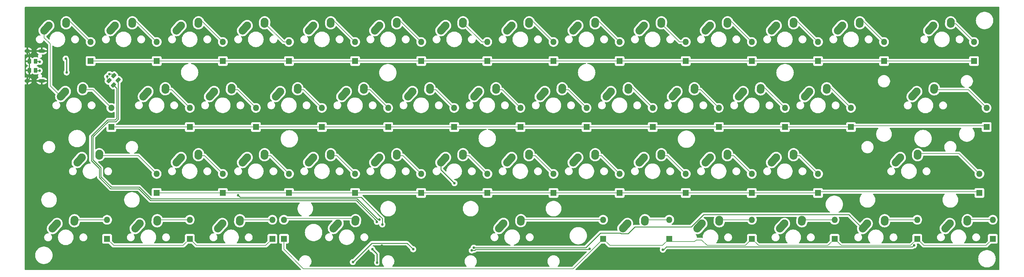
<source format=gbr>
%TF.GenerationSoftware,KiCad,Pcbnew,8.0.4*%
%TF.CreationDate,2024-10-16T20:42:44+03:00*%
%TF.ProjectId,4040,34303430-2e6b-4696-9361-645f70636258,rev?*%
%TF.SameCoordinates,Original*%
%TF.FileFunction,Copper,L1,Top*%
%TF.FilePolarity,Positive*%
%FSLAX46Y46*%
G04 Gerber Fmt 4.6, Leading zero omitted, Abs format (unit mm)*
G04 Created by KiCad (PCBNEW 8.0.4) date 2024-10-16 20:42:44*
%MOMM*%
%LPD*%
G01*
G04 APERTURE LIST*
G04 Aperture macros list*
%AMRoundRect*
0 Rectangle with rounded corners*
0 $1 Rounding radius*
0 $2 $3 $4 $5 $6 $7 $8 $9 X,Y pos of 4 corners*
0 Add a 4 corners polygon primitive as box body*
4,1,4,$2,$3,$4,$5,$6,$7,$8,$9,$2,$3,0*
0 Add four circle primitives for the rounded corners*
1,1,$1+$1,$2,$3*
1,1,$1+$1,$4,$5*
1,1,$1+$1,$6,$7*
1,1,$1+$1,$8,$9*
0 Add four rect primitives between the rounded corners*
20,1,$1+$1,$2,$3,$4,$5,0*
20,1,$1+$1,$4,$5,$6,$7,0*
20,1,$1+$1,$6,$7,$8,$9,0*
20,1,$1+$1,$8,$9,$2,$3,0*%
%AMHorizOval*
0 Thick line with rounded ends*
0 $1 width*
0 $2 $3 position (X,Y) of the first rounded end (center of the circle)*
0 $4 $5 position (X,Y) of the second rounded end (center of the circle)*
0 Add line between two ends*
20,1,$1,$2,$3,$4,$5,0*
0 Add two circle primitives to create the rounded ends*
1,1,$1,$2,$3*
1,1,$1,$4,$5*%
G04 Aperture macros list end*
%TA.AperFunction,ComponentPad*%
%ADD10HorizOval,2.250000X0.655001X0.730000X-0.655001X-0.730000X0*%
%TD*%
%TA.AperFunction,ComponentPad*%
%ADD11C,2.250000*%
%TD*%
%TA.AperFunction,ComponentPad*%
%ADD12HorizOval,2.250000X0.020000X0.290000X-0.020000X-0.290000X0*%
%TD*%
%TA.AperFunction,SMDPad,CuDef*%
%ADD13RoundRect,0.250000X-0.503814X-0.132583X-0.132583X-0.503814X0.503814X0.132583X0.132583X0.503814X0*%
%TD*%
%TA.AperFunction,SMDPad,CuDef*%
%ADD14RoundRect,0.250000X-0.262500X-0.450000X0.262500X-0.450000X0.262500X0.450000X-0.262500X0.450000X0*%
%TD*%
%TA.AperFunction,ComponentPad*%
%ADD15R,1.800000X1.800000*%
%TD*%
%TA.AperFunction,ComponentPad*%
%ADD16O,1.800000X1.800000*%
%TD*%
%TA.AperFunction,ComponentPad*%
%ADD17O,1.600000X1.000000*%
%TD*%
%TA.AperFunction,ComponentPad*%
%ADD18O,2.100000X1.000000*%
%TD*%
%TA.AperFunction,ViaPad*%
%ADD19C,0.762000*%
%TD*%
%TA.AperFunction,Conductor*%
%ADD20C,0.355600*%
%TD*%
%TA.AperFunction,Conductor*%
%ADD21C,0.200000*%
%TD*%
%TA.AperFunction,Conductor*%
%ADD22C,0.254000*%
%TD*%
G04 APERTURE END LIST*
D10*
%TO.P,MX9,1,COL*%
%TO.N,COL8*%
X216865001Y-78320000D03*
D11*
X217520000Y-77590000D03*
D12*
%TO.P,MX9,2,ROW*%
%TO.N,Net-(D9-A)*%
X222540000Y-76800000D03*
D11*
X222560000Y-76510000D03*
%TD*%
D10*
%TO.P,MX24,1,COL*%
%TO.N,COL10*%
X245434801Y-97364800D03*
D11*
X246089800Y-96634800D03*
D12*
%TO.P,MX24,2,ROW*%
%TO.N,Net-(D24-A)*%
X251109800Y-95844800D03*
D11*
X251129800Y-95554800D03*
%TD*%
D10*
%TO.P,MX26,1,COL*%
%TO.N,COL12*%
X283534801Y-97390200D03*
D11*
X284189800Y-96660200D03*
D12*
%TO.P,MX26,2,ROW*%
%TO.N,Net-(D26-A)*%
X289209800Y-95870200D03*
D11*
X289229800Y-95580200D03*
%TD*%
D10*
%TO.P,MX7,1,COL*%
%TO.N,COL6*%
X178765001Y-78320000D03*
D11*
X179420000Y-77590000D03*
D12*
%TO.P,MX7,2,ROW*%
%TO.N,Net-(D7-A)*%
X184440000Y-76800000D03*
D11*
X184460000Y-76510000D03*
%TD*%
D10*
%TO.P,MX29,1,COL*%
%TO.N,COL2*%
X102559801Y-116414800D03*
D11*
X103214800Y-115684800D03*
D12*
%TO.P,MX29,2,ROW*%
%TO.N,Net-(D29-A)*%
X108234800Y-114894800D03*
D11*
X108254800Y-114604800D03*
%TD*%
D10*
%TO.P,MX32,1,COL*%
%TO.N,COL5*%
X159709801Y-116414800D03*
D11*
X160364800Y-115684800D03*
D12*
%TO.P,MX32,2,ROW*%
%TO.N,Net-(D32-A)*%
X165384800Y-114894800D03*
D11*
X165404800Y-114604800D03*
%TD*%
D10*
%TO.P,MX8,1,COL*%
%TO.N,COL7*%
X197815001Y-78320000D03*
D11*
X198470000Y-77590000D03*
D12*
%TO.P,MX8,2,ROW*%
%TO.N,Net-(D8-A)*%
X203490000Y-76800000D03*
D11*
X203510000Y-76510000D03*
%TD*%
D10*
%TO.P,TAB1,1,COL*%
%TO.N,COL0*%
X69228021Y-97364800D03*
D11*
X69883020Y-96634800D03*
D12*
%TO.P,TAB1,2,ROW*%
%TO.N,Net-(D15-A)*%
X74903020Y-95844800D03*
D11*
X74923020Y-95554800D03*
%TD*%
D10*
%TO.P,MX35,1,COL*%
%TO.N,COL8*%
X216849001Y-116414800D03*
D11*
X217504000Y-115684800D03*
D12*
%TO.P,MX35,2,ROW*%
%TO.N,Net-(D35-A)*%
X222524000Y-114894800D03*
D11*
X222544000Y-114604800D03*
%TD*%
D10*
%TO.P,MX13,1,COL*%
%TO.N,COL12*%
X293065001Y-78320000D03*
D11*
X293720000Y-77590000D03*
D12*
%TO.P,MX13,2,ROW*%
%TO.N,Net-(D13-A)*%
X298740000Y-76800000D03*
D11*
X298760000Y-76510000D03*
%TD*%
D10*
%TO.P,MX34,1,COL*%
%TO.N,COL7*%
X197799001Y-116414800D03*
D11*
X198454000Y-115684800D03*
D12*
%TO.P,MX34,2,ROW*%
%TO.N,Net-(D34-A)*%
X203474000Y-114894800D03*
D11*
X203494000Y-114604800D03*
%TD*%
D10*
%TO.P,MX25,1,COL*%
%TO.N,COL11*%
X264484801Y-97390200D03*
D11*
X265139800Y-96660200D03*
D12*
%TO.P,MX25,2,ROW*%
%TO.N,Net-(D25-A)*%
X270159800Y-95870200D03*
D11*
X270179800Y-95580200D03*
%TD*%
D10*
%TO.P,MX20,1,COL*%
%TO.N,COL6*%
X169234801Y-97364800D03*
D11*
X169889800Y-96634800D03*
D12*
%TO.P,MX20,2,ROW*%
%TO.N,Net-(D20-A)*%
X174909800Y-95844800D03*
D11*
X174929800Y-95554800D03*
%TD*%
D10*
%TO.P,MX1,1,COL*%
%TO.N,COL0*%
X64465001Y-78320000D03*
D11*
X65120000Y-77590000D03*
D12*
%TO.P,MX1,2,ROW*%
%TO.N,Net-(D1-A)*%
X70140000Y-76800000D03*
D11*
X70160000Y-76510000D03*
%TD*%
D10*
%TO.P,MX10,1,COL*%
%TO.N,COL9*%
X235915001Y-78320000D03*
D11*
X236570000Y-77590000D03*
D12*
%TO.P,MX10,2,ROW*%
%TO.N,Net-(D10-A)*%
X241590000Y-76800000D03*
D11*
X241610000Y-76510000D03*
%TD*%
D10*
%TO.P,MX41,1,COL*%
%TO.N,COL1*%
X90672601Y-135490200D03*
D11*
X91327600Y-134760200D03*
D12*
%TO.P,MX41,2,ROW*%
%TO.N,Net-(D41-A)*%
X96347600Y-133970200D03*
D11*
X96367600Y-133680200D03*
%TD*%
D13*
%TO.P,R1,1*%
%TO.N,D-*%
X82462440Y-93457960D03*
%TO.P,R1,2*%
%TO.N,Net-(U2-D-)*%
X83752910Y-94748430D03*
%TD*%
D10*
%TO.P,MX33,1,COL*%
%TO.N,COL6*%
X178759801Y-116412150D03*
D11*
X179414800Y-115682150D03*
D12*
%TO.P,MX33,2,ROW*%
%TO.N,Net-(D33-A)*%
X184434800Y-114892150D03*
D11*
X184454800Y-114602150D03*
%TD*%
D10*
%TO.P,MX30,1,COL*%
%TO.N,COL3*%
X121609801Y-116414800D03*
D11*
X122264800Y-115684800D03*
D12*
%TO.P,MX30,2,ROW*%
%TO.N,Net-(D30-A)*%
X127284800Y-114894800D03*
D11*
X127304800Y-114604800D03*
%TD*%
D10*
%TO.P,MX14,1,COL*%
%TO.N,COL13*%
X319260001Y-78320000D03*
D11*
X319915000Y-77590000D03*
D12*
%TO.P,MX14,2,ROW*%
%TO.N,Net-(D14-A)*%
X324935000Y-76800000D03*
D11*
X324955000Y-76510000D03*
%TD*%
D10*
%TO.P,MX38,1,COL*%
%TO.N,COL11*%
X273999001Y-116414800D03*
D11*
X274654000Y-115684800D03*
D12*
%TO.P,MX38,2,ROW*%
%TO.N,Net-(D38-A)*%
X279674000Y-114894800D03*
D11*
X279694000Y-114604800D03*
%TD*%
D10*
%TO.P,LSH1,1,COL*%
%TO.N,COL0*%
X73984801Y-116414800D03*
D11*
X74639800Y-115684800D03*
D12*
%TO.P,LSH1,2,ROW*%
%TO.N,Net-(D28-A)*%
X79659800Y-114894800D03*
D11*
X79679800Y-114604800D03*
%TD*%
D10*
%TO.P,LS1,1,COL*%
%TO.N,COL5*%
X147797201Y-135464800D03*
D11*
X148452200Y-134734800D03*
D12*
%TO.P,LS1,2,ROW*%
%TO.N,Net-(D43-A)*%
X153472200Y-133944800D03*
D11*
X153492200Y-133654800D03*
%TD*%
D10*
%TO.P,ENTER1,1,COL*%
%TO.N,COL13*%
X314497401Y-97390200D03*
D11*
X315152400Y-96660200D03*
D12*
%TO.P,ENTER1,2,ROW*%
%TO.N,Net-(D27-A)*%
X320172400Y-95870200D03*
D11*
X320192400Y-95580200D03*
%TD*%
D14*
%TO.P,R6,1*%
%TO.N,GND*%
X59516000Y-87909400D03*
%TO.P,R6,2*%
%TO.N,Net-(J1-CC2)*%
X61341000Y-87909400D03*
%TD*%
D10*
%TO.P,RS1,1,COL*%
%TO.N,COL8*%
X195447601Y-135464800D03*
D11*
X196102600Y-134734800D03*
D12*
%TO.P,RS1,2,ROW*%
%TO.N,Net-(D44-A)*%
X201122600Y-133944800D03*
D11*
X201142600Y-133654800D03*
%TD*%
D10*
%TO.P,MX12,1,COL*%
%TO.N,COL11*%
X274015001Y-78320000D03*
D11*
X274670000Y-77590000D03*
D12*
%TO.P,MX12,2,ROW*%
%TO.N,Net-(D12-A)*%
X279690000Y-76800000D03*
D11*
X279710000Y-76510000D03*
%TD*%
D10*
%TO.P,MX17,1,COL*%
%TO.N,COL3*%
X112084801Y-97364800D03*
D11*
X112739800Y-96634800D03*
D12*
%TO.P,MX17,2,ROW*%
%TO.N,Net-(D17-A)*%
X117759800Y-95844800D03*
D11*
X117779800Y-95554800D03*
%TD*%
D10*
%TO.P,MX22,1,COL*%
%TO.N,COL8*%
X207334801Y-97364800D03*
D11*
X207989800Y-96634800D03*
D12*
%TO.P,MX22,2,ROW*%
%TO.N,Net-(D22-A)*%
X213009800Y-95844800D03*
D11*
X213029800Y-95554800D03*
%TD*%
D10*
%TO.P,MX16,1,COL*%
%TO.N,COL2*%
X93024641Y-97364800D03*
D11*
X93679640Y-96634800D03*
D12*
%TO.P,MX16,2,ROW*%
%TO.N,Net-(D16-A)*%
X98699640Y-95844800D03*
D11*
X98719640Y-95554800D03*
%TD*%
D10*
%TO.P,MX40,1,COL*%
%TO.N,COL0*%
X66847401Y-135490200D03*
D11*
X67502400Y-134760200D03*
D12*
%TO.P,MX40,2,ROW*%
%TO.N,Net-(D40-A)*%
X72522400Y-133970200D03*
D11*
X72542400Y-133680200D03*
%TD*%
D10*
%TO.P,MX21,1,COL*%
%TO.N,COL7*%
X188284801Y-97364800D03*
D11*
X188939800Y-96634800D03*
D12*
%TO.P,MX21,2,ROW*%
%TO.N,Net-(D21-A)*%
X193959800Y-95844800D03*
D11*
X193979800Y-95554800D03*
%TD*%
D10*
%TO.P,MX45,1,COL*%
%TO.N,COL9*%
X231175001Y-135487550D03*
D11*
X231830000Y-134757550D03*
D12*
%TO.P,MX45,2,ROW*%
%TO.N,Net-(D45-A)*%
X236850000Y-133967550D03*
D11*
X236870000Y-133677550D03*
%TD*%
D10*
%TO.P,MX31,1,COL*%
%TO.N,COL4*%
X140659801Y-116414800D03*
D11*
X141314800Y-115684800D03*
D12*
%TO.P,MX31,2,ROW*%
%TO.N,Net-(D31-A)*%
X146334800Y-114894800D03*
D11*
X146354800Y-114604800D03*
%TD*%
D10*
%TO.P,MX47,1,COL*%
%TO.N,COL11*%
X276397401Y-135490200D03*
D11*
X277052400Y-134760200D03*
D12*
%TO.P,MX47,2,ROW*%
%TO.N,Net-(D47-A)*%
X282072400Y-133970200D03*
D11*
X282092400Y-133680200D03*
%TD*%
D10*
%TO.P,MX37,1,COL*%
%TO.N,COL10*%
X254949001Y-116414800D03*
D11*
X255604000Y-115684800D03*
D12*
%TO.P,MX37,2,ROW*%
%TO.N,Net-(D37-A)*%
X260624000Y-114894800D03*
D11*
X260644000Y-114604800D03*
%TD*%
D10*
%TO.P,MX48,1,COL*%
%TO.N,COL12*%
X300222601Y-135490200D03*
D11*
X300877600Y-134760200D03*
D12*
%TO.P,MX48,2,ROW*%
%TO.N,Net-(D48-A)*%
X305897600Y-133970200D03*
D11*
X305917600Y-133680200D03*
%TD*%
D10*
%TO.P,RSH1,1,COL*%
%TO.N,COL13*%
X309747601Y-116414800D03*
D11*
X310402600Y-115684800D03*
D12*
%TO.P,RSH1,2,ROW*%
%TO.N,Net-(D39-A)*%
X315422600Y-114894800D03*
D11*
X315442600Y-114604800D03*
%TD*%
D10*
%TO.P,MX42,1,COL*%
%TO.N,COL2*%
X114483201Y-135490200D03*
D11*
X115138200Y-134760200D03*
D12*
%TO.P,MX42,2,ROW*%
%TO.N,Net-(D42-A)*%
X120158200Y-133970200D03*
D11*
X120178200Y-133680200D03*
%TD*%
D10*
%TO.P,MX23,1,COL*%
%TO.N,COL9*%
X226384801Y-97377000D03*
D11*
X227039800Y-96647000D03*
D12*
%TO.P,MX23,2,ROW*%
%TO.N,Net-(D23-A)*%
X232059800Y-95857000D03*
D11*
X232079800Y-95567000D03*
%TD*%
D10*
%TO.P,MX6,1,COL*%
%TO.N,COL5*%
X159715001Y-78320000D03*
D11*
X160370000Y-77590000D03*
D12*
%TO.P,MX6,2,ROW*%
%TO.N,Net-(D6-A)*%
X165390000Y-76800000D03*
D11*
X165410000Y-76510000D03*
%TD*%
D10*
%TO.P,MX3,1,COL*%
%TO.N,COL2*%
X102565001Y-78320000D03*
D11*
X103220000Y-77590000D03*
D12*
%TO.P,MX3,2,ROW*%
%TO.N,Net-(D3-A)*%
X108240000Y-76800000D03*
D11*
X108260000Y-76510000D03*
%TD*%
D10*
%TO.P,MX4,1,COL*%
%TO.N,COL3*%
X121615001Y-78320000D03*
D11*
X122270000Y-77590000D03*
D12*
%TO.P,MX4,2,ROW*%
%TO.N,Net-(D4-A)*%
X127290000Y-76800000D03*
D11*
X127310000Y-76510000D03*
%TD*%
D10*
%TO.P,MX18,1,COL*%
%TO.N,COL4*%
X131134801Y-97364800D03*
D11*
X131789800Y-96634800D03*
D12*
%TO.P,MX18,2,ROW*%
%TO.N,Net-(D18-A)*%
X136809800Y-95844800D03*
D11*
X136829800Y-95554800D03*
%TD*%
D14*
%TO.P,R5,1*%
%TO.N,GND*%
X59516000Y-90525600D03*
%TO.P,R5,2*%
%TO.N,Net-(J1-CC1)*%
X61341000Y-90525600D03*
%TD*%
D13*
%TO.P,R2,1*%
%TO.N,D+*%
X83845400Y-92075000D03*
%TO.P,R2,2*%
%TO.N,Net-(U2-D+)*%
X85135870Y-93365470D03*
%TD*%
D10*
%TO.P,MX49,1,COL*%
%TO.N,COL13*%
X324035101Y-135482580D03*
D11*
X324690100Y-134752580D03*
D12*
%TO.P,MX49,2,ROW*%
%TO.N,Net-(D49-A)*%
X329710100Y-133962580D03*
D11*
X329730100Y-133672580D03*
%TD*%
D10*
%TO.P,MX36,1,COL*%
%TO.N,COL9*%
X235899001Y-116414800D03*
D11*
X236554000Y-115684800D03*
D12*
%TO.P,MX36,2,ROW*%
%TO.N,Net-(D36-A)*%
X241574000Y-114894800D03*
D11*
X241594000Y-114604800D03*
%TD*%
D10*
%TO.P,MX5,1,COL*%
%TO.N,COL4*%
X140665001Y-78320000D03*
D11*
X141320000Y-77590000D03*
D12*
%TO.P,MX5,2,ROW*%
%TO.N,Net-(D5-A)*%
X146340000Y-76800000D03*
D11*
X146360000Y-76510000D03*
%TD*%
D10*
%TO.P,MX46,1,COL*%
%TO.N,COL10*%
X252597601Y-135490200D03*
D11*
X253252600Y-134760200D03*
D12*
%TO.P,MX46,2,ROW*%
%TO.N,Net-(D46-A)*%
X258272600Y-133970200D03*
D11*
X258292600Y-133680200D03*
%TD*%
D10*
%TO.P,MX11,1,COL*%
%TO.N,COL10*%
X254965001Y-78320000D03*
D11*
X255620000Y-77590000D03*
D12*
%TO.P,MX11,2,ROW*%
%TO.N,Net-(D11-A)*%
X260640000Y-76800000D03*
D11*
X260660000Y-76510000D03*
%TD*%
D10*
%TO.P,MX2,1,COL*%
%TO.N,COL1*%
X83515001Y-78320000D03*
D11*
X84170000Y-77590000D03*
D12*
%TO.P,MX2,2,ROW*%
%TO.N,Net-(D2-A)*%
X89190000Y-76800000D03*
D11*
X89210000Y-76510000D03*
%TD*%
D10*
%TO.P,MX19,1,COL*%
%TO.N,COL5*%
X150184801Y-97364800D03*
D11*
X150839800Y-96634800D03*
D12*
%TO.P,MX19,2,ROW*%
%TO.N,Net-(D19-A)*%
X155859800Y-95844800D03*
D11*
X155879800Y-95554800D03*
%TD*%
D15*
%TO.P,D1,1,K*%
%TO.N,ROW0*%
X77165200Y-87829500D03*
D16*
%TO.P,D1,2,A*%
%TO.N,Net-(D1-A)*%
X77165200Y-82329500D03*
%TD*%
D15*
%TO.P,D14,1,K*%
%TO.N,ROW0*%
X331647800Y-87829500D03*
D16*
%TO.P,D14,2,A*%
%TO.N,Net-(D14-A)*%
X331647800Y-82329500D03*
%TD*%
D15*
%TO.P,D26,1,K*%
%TO.N,ROW1*%
X296214800Y-106879500D03*
D16*
%TO.P,D26,2,A*%
%TO.N,Net-(D26-A)*%
X296214800Y-101379500D03*
%TD*%
D15*
%TO.P,D11,1,K*%
%TO.N,ROW0*%
X267665200Y-87829500D03*
D16*
%TO.P,D11,2,A*%
%TO.N,Net-(D11-A)*%
X267665200Y-82329500D03*
%TD*%
D15*
%TO.P,D16,1,K*%
%TO.N,ROW1*%
X105765600Y-106879500D03*
D16*
%TO.P,D16,2,A*%
%TO.N,Net-(D16-A)*%
X105765600Y-101379500D03*
%TD*%
D15*
%TO.P,D38,1,K*%
%TO.N,ROW2*%
X286715200Y-125929500D03*
D16*
%TO.P,D38,2,A*%
%TO.N,Net-(D38-A)*%
X286715200Y-120429500D03*
%TD*%
D15*
%TO.P,D46,1,K*%
%TO.N,ROW3*%
X267665200Y-139188300D03*
D16*
%TO.P,D46,2,A*%
%TO.N,Net-(D46-A)*%
X267665200Y-133688300D03*
%TD*%
D15*
%TO.P,D12,1,K*%
%TO.N,ROW0*%
X286715200Y-87829500D03*
D16*
%TO.P,D12,2,A*%
%TO.N,Net-(D12-A)*%
X286715200Y-82329500D03*
%TD*%
D15*
%TO.P,D32,1,K*%
%TO.N,ROW2*%
X172389800Y-125929500D03*
D16*
%TO.P,D32,2,A*%
%TO.N,Net-(D32-A)*%
X172389800Y-120429500D03*
%TD*%
D15*
%TO.P,D40,1,K*%
%TO.N,ROW3*%
X81915000Y-139205600D03*
D16*
%TO.P,D40,2,A*%
%TO.N,Net-(D40-A)*%
X81915000Y-133705600D03*
%TD*%
D15*
%TO.P,D24,1,K*%
%TO.N,ROW1*%
X258140200Y-106879500D03*
D16*
%TO.P,D24,2,A*%
%TO.N,Net-(D24-A)*%
X258140200Y-101379500D03*
%TD*%
D17*
%TO.P,J1,S1,SHIELD*%
%TO.N,GND*%
X58944800Y-93575600D03*
D18*
X63124800Y-93575600D03*
D17*
X58944800Y-84935600D03*
D18*
X63124800Y-84935600D03*
%TD*%
D15*
%TO.P,D41,1,K*%
%TO.N,ROW3*%
X105740200Y-139188300D03*
D16*
%TO.P,D41,2,A*%
%TO.N,Net-(D41-A)*%
X105740200Y-133688300D03*
%TD*%
D15*
%TO.P,D4,1,K*%
%TO.N,ROW0*%
X134315200Y-87829500D03*
D16*
%TO.P,D4,2,A*%
%TO.N,Net-(D4-A)*%
X134315200Y-82329500D03*
%TD*%
D15*
%TO.P,D29,1,K*%
%TO.N,ROW2*%
X115265200Y-125929500D03*
D16*
%TO.P,D29,2,A*%
%TO.N,Net-(D29-A)*%
X115265200Y-120429500D03*
%TD*%
D15*
%TO.P,D34,1,K*%
%TO.N,ROW2*%
X210515200Y-125929500D03*
D16*
%TO.P,D34,2,A*%
%TO.N,Net-(D34-A)*%
X210515200Y-120429500D03*
%TD*%
D15*
%TO.P,D19,1,K*%
%TO.N,ROW1*%
X162890200Y-106879500D03*
D16*
%TO.P,D19,2,A*%
%TO.N,Net-(D19-A)*%
X162890200Y-101379500D03*
%TD*%
D15*
%TO.P,D45,1,K*%
%TO.N,ROW3*%
X243865400Y-139188300D03*
D16*
%TO.P,D45,2,A*%
%TO.N,Net-(D45-A)*%
X243865400Y-133688300D03*
%TD*%
D15*
%TO.P,D28,1,K*%
%TO.N,ROW2*%
X96189800Y-125929500D03*
D16*
%TO.P,D28,2,A*%
%TO.N,Net-(D28-A)*%
X96189800Y-120429500D03*
%TD*%
D15*
%TO.P,D7,1,K*%
%TO.N,ROW0*%
X191439800Y-87829500D03*
D16*
%TO.P,D7,2,A*%
%TO.N,Net-(D7-A)*%
X191439800Y-82329500D03*
%TD*%
D15*
%TO.P,D3,1,K*%
%TO.N,ROW0*%
X115265200Y-87829500D03*
D16*
%TO.P,D3,2,A*%
%TO.N,Net-(D3-A)*%
X115265200Y-82329500D03*
%TD*%
D15*
%TO.P,D13,1,K*%
%TO.N,ROW0*%
X305739800Y-87829500D03*
D16*
%TO.P,D13,2,A*%
%TO.N,Net-(D13-A)*%
X305739800Y-82329500D03*
%TD*%
D15*
%TO.P,D48,1,K*%
%TO.N,ROW3*%
X315290200Y-139188300D03*
D16*
%TO.P,D48,2,A*%
%TO.N,Net-(D48-A)*%
X315290200Y-133688300D03*
%TD*%
D15*
%TO.P,D2,1,K*%
%TO.N,ROW0*%
X96215200Y-87829500D03*
D16*
%TO.P,D2,2,A*%
%TO.N,Net-(D2-A)*%
X96215200Y-82329500D03*
%TD*%
D15*
%TO.P,D22,1,K*%
%TO.N,ROW1*%
X220040200Y-106879500D03*
D16*
%TO.P,D22,2,A*%
%TO.N,Net-(D22-A)*%
X220040200Y-101379500D03*
%TD*%
D15*
%TO.P,D20,1,K*%
%TO.N,ROW1*%
X181914800Y-106879500D03*
D16*
%TO.P,D20,2,A*%
%TO.N,Net-(D20-A)*%
X181914800Y-101379500D03*
%TD*%
D15*
%TO.P,D39,1,K*%
%TO.N,ROW2*%
X333197200Y-125929500D03*
D16*
%TO.P,D39,2,A*%
%TO.N,Net-(D39-A)*%
X333197200Y-120429500D03*
%TD*%
D15*
%TO.P,D25,1,K*%
%TO.N,ROW1*%
X277190200Y-106879500D03*
D16*
%TO.P,D25,2,A*%
%TO.N,Net-(D25-A)*%
X277190200Y-101379500D03*
%TD*%
D15*
%TO.P,D21,1,K*%
%TO.N,ROW1*%
X200990200Y-106879500D03*
D16*
%TO.P,D21,2,A*%
%TO.N,Net-(D21-A)*%
X200990200Y-101379500D03*
%TD*%
D15*
%TO.P,D36,1,K*%
%TO.N,ROW2*%
X248615200Y-125929500D03*
D16*
%TO.P,D36,2,A*%
%TO.N,Net-(D36-A)*%
X248615200Y-120429500D03*
%TD*%
D15*
%TO.P,D9,1,K*%
%TO.N,ROW0*%
X229565200Y-87829500D03*
D16*
%TO.P,D9,2,A*%
%TO.N,Net-(D9-A)*%
X229565200Y-82329500D03*
%TD*%
D15*
%TO.P,D8,1,K*%
%TO.N,ROW0*%
X210515200Y-87829500D03*
D16*
%TO.P,D8,2,A*%
%TO.N,Net-(D8-A)*%
X210515200Y-82329500D03*
%TD*%
D15*
%TO.P,D6,1,K*%
%TO.N,ROW0*%
X172415200Y-87829500D03*
D16*
%TO.P,D6,2,A*%
%TO.N,Net-(D6-A)*%
X172415200Y-82329500D03*
%TD*%
D15*
%TO.P,D30,1,K*%
%TO.N,ROW2*%
X134315200Y-125929500D03*
D16*
%TO.P,D30,2,A*%
%TO.N,Net-(D30-A)*%
X134315200Y-120429500D03*
%TD*%
D15*
%TO.P,D33,1,K*%
%TO.N,ROW2*%
X191465200Y-125929500D03*
D16*
%TO.P,D33,2,A*%
%TO.N,Net-(D33-A)*%
X191465200Y-120429500D03*
%TD*%
D15*
%TO.P,D31,1,K*%
%TO.N,ROW2*%
X153365200Y-125929500D03*
D16*
%TO.P,D31,2,A*%
%TO.N,Net-(D31-A)*%
X153365200Y-120429500D03*
%TD*%
D15*
%TO.P,D43,1,K*%
%TO.N,ROW3*%
X132867400Y-139188300D03*
D16*
%TO.P,D43,2,A*%
%TO.N,Net-(D43-A)*%
X132867400Y-133688300D03*
%TD*%
D15*
%TO.P,D35,1,K*%
%TO.N,ROW2*%
X229565200Y-125929500D03*
D16*
%TO.P,D35,2,A*%
%TO.N,Net-(D35-A)*%
X229565200Y-120429500D03*
%TD*%
D15*
%TO.P,D5,1,K*%
%TO.N,ROW0*%
X153365200Y-87829500D03*
D16*
%TO.P,D5,2,A*%
%TO.N,Net-(D5-A)*%
X153365200Y-82329500D03*
%TD*%
D15*
%TO.P,D47,1,K*%
%TO.N,ROW3*%
X291490400Y-139188300D03*
D16*
%TO.P,D47,2,A*%
%TO.N,Net-(D47-A)*%
X291490400Y-133688300D03*
%TD*%
D15*
%TO.P,D23,1,K*%
%TO.N,ROW1*%
X239090200Y-106879500D03*
D16*
%TO.P,D23,2,A*%
%TO.N,Net-(D23-A)*%
X239090200Y-101379500D03*
%TD*%
D15*
%TO.P,D27,1,K*%
%TO.N,ROW1*%
X335280000Y-106879500D03*
D16*
%TO.P,D27,2,A*%
%TO.N,Net-(D27-A)*%
X335280000Y-101379500D03*
%TD*%
D15*
%TO.P,D42,1,K*%
%TO.N,ROW3*%
X129540000Y-139188300D03*
D16*
%TO.P,D42,2,A*%
%TO.N,Net-(D42-A)*%
X129540000Y-133688300D03*
%TD*%
D15*
%TO.P,D18,1,K*%
%TO.N,ROW1*%
X143814800Y-106879500D03*
D16*
%TO.P,D18,2,A*%
%TO.N,Net-(D18-A)*%
X143814800Y-101379500D03*
%TD*%
D15*
%TO.P,D37,1,K*%
%TO.N,ROW2*%
X267639800Y-125929500D03*
D16*
%TO.P,D37,2,A*%
%TO.N,Net-(D37-A)*%
X267639800Y-120429500D03*
%TD*%
D15*
%TO.P,D15,1,K*%
%TO.N,ROW1*%
X83134200Y-106879500D03*
D16*
%TO.P,D15,2,A*%
%TO.N,Net-(D15-A)*%
X83134200Y-101379500D03*
%TD*%
D15*
%TO.P,D44,1,K*%
%TO.N,ROW3*%
X224815400Y-139188300D03*
D16*
%TO.P,D44,2,A*%
%TO.N,Net-(D44-A)*%
X224815400Y-133688300D03*
%TD*%
D15*
%TO.P,D49,1,K*%
%TO.N,ROW3*%
X337058000Y-139188300D03*
D16*
%TO.P,D49,2,A*%
%TO.N,Net-(D49-A)*%
X337058000Y-133688300D03*
%TD*%
D15*
%TO.P,D10,1,K*%
%TO.N,ROW0*%
X248615200Y-87829500D03*
D16*
%TO.P,D10,2,A*%
%TO.N,Net-(D10-A)*%
X248615200Y-82329500D03*
%TD*%
D15*
%TO.P,D17,1,K*%
%TO.N,ROW1*%
X124790200Y-106879500D03*
D16*
%TO.P,D17,2,A*%
%TO.N,Net-(D17-A)*%
X124790200Y-101379500D03*
%TD*%
D19*
%TO.N,GND*%
X161086800Y-141170000D03*
X160528000Y-146913600D03*
%TO.N,+5V*%
X70002400Y-87147400D03*
X158318200Y-142189200D03*
X70281800Y-91135200D03*
X159740600Y-146050000D03*
%TO.N,COL12*%
X187553600Y-141773111D03*
%TO.N,Net-(J1-CC1)*%
X62484000Y-90627200D03*
%TO.N,Net-(J1-CC2)*%
X62540878Y-88066442D03*
%TO.N,D+*%
X82605358Y-91633817D03*
%TO.N,D-*%
X81940400Y-92329000D03*
%TO.N,COL3*%
X119659400Y-126610500D03*
X161188400Y-135028937D03*
%TO.N,COL6*%
X181991000Y-123113800D03*
%TO.N,Net-(U2-D-)*%
X159647724Y-134276744D03*
%TO.N,Net-(U2-D+)*%
X160344006Y-133612937D03*
%TO.N,HL*%
X170103800Y-142214600D03*
X152730200Y-145903200D03*
%TO.N,COL13*%
X314360190Y-141081390D03*
X186962468Y-142548268D03*
X242011200Y-142316200D03*
X220953810Y-142086810D03*
%TD*%
D20*
%TO.N,GND*%
X161086800Y-143027400D02*
X160528000Y-143586200D01*
X160528000Y-143586200D02*
X160528000Y-146913600D01*
X59516000Y-85506800D02*
X58944800Y-84935600D01*
X59516000Y-93004400D02*
X58944800Y-93575600D01*
X59516000Y-90525600D02*
X59516000Y-93004400D01*
X59516000Y-90525600D02*
X59516000Y-87909400D01*
X59516000Y-87909400D02*
X59516000Y-85506800D01*
X161086800Y-141170000D02*
X161086800Y-143027400D01*
%TO.N,+5V*%
X158318200Y-142189200D02*
X159740600Y-143611600D01*
X70281800Y-87426800D02*
X70002400Y-87147400D01*
X159740600Y-143611600D02*
X159740600Y-146050000D01*
X70281800Y-91135200D02*
X70281800Y-87426800D01*
D21*
%TO.N,ROW0*%
X77165200Y-87829500D02*
X331647800Y-87829500D01*
%TO.N,Net-(D1-A)*%
X77165200Y-82329500D02*
X71345700Y-76510000D01*
X71345700Y-76510000D02*
X70160000Y-76510000D01*
%TO.N,Net-(D2-A)*%
X96215200Y-82329500D02*
X90395700Y-76510000D01*
X90395700Y-76510000D02*
X89210000Y-76510000D01*
%TO.N,Net-(D3-A)*%
X115265200Y-82329500D02*
X109445700Y-76510000D01*
X109445700Y-76510000D02*
X108260000Y-76510000D01*
%TO.N,Net-(D4-A)*%
X134315200Y-82329500D02*
X132748500Y-82329500D01*
X132748500Y-82329500D02*
X127310000Y-76891000D01*
X127310000Y-76891000D02*
X127310000Y-76510000D01*
%TO.N,Net-(D5-A)*%
X153365200Y-82329500D02*
X147545700Y-76510000D01*
X147545700Y-76510000D02*
X146360000Y-76510000D01*
%TO.N,Net-(D6-A)*%
X172415200Y-82329500D02*
X166595700Y-76510000D01*
X166595700Y-76510000D02*
X165410000Y-76510000D01*
%TO.N,Net-(D7-A)*%
X184460000Y-76865600D02*
X184460000Y-76510000D01*
X191439800Y-82329500D02*
X189923900Y-82329500D01*
X189923900Y-82329500D02*
X184460000Y-76865600D01*
%TO.N,Net-(D8-A)*%
X204695700Y-76510000D02*
X203510000Y-76510000D01*
X210515200Y-82329500D02*
X204695700Y-76510000D01*
%TO.N,Net-(D9-A)*%
X229565200Y-82329500D02*
X223745700Y-76510000D01*
X223745700Y-76510000D02*
X222560000Y-76510000D01*
%TO.N,Net-(D10-A)*%
X248615200Y-82329500D02*
X246845300Y-82329500D01*
X246845300Y-82329500D02*
X241610000Y-77094200D01*
X241610000Y-77094200D02*
X241610000Y-76510000D01*
%TO.N,Net-(D11-A)*%
X261845700Y-76510000D02*
X260660000Y-76510000D01*
X267665200Y-82329500D02*
X261845700Y-76510000D01*
%TO.N,Net-(D12-A)*%
X286715200Y-82329500D02*
X280895700Y-76510000D01*
X280895700Y-76510000D02*
X279710000Y-76510000D01*
%TO.N,Net-(D13-A)*%
X299920300Y-76510000D02*
X298760000Y-76510000D01*
X305739800Y-82329500D02*
X299920300Y-76510000D01*
%TO.N,Net-(D14-A)*%
X326408300Y-77090000D02*
X324915000Y-77090000D01*
X331647800Y-82329500D02*
X326408300Y-77090000D01*
%TO.N,Net-(D15-A)*%
X74883020Y-96134800D02*
X77889500Y-96134800D01*
X77889500Y-96134800D02*
X83134200Y-101379500D01*
%TO.N,ROW1*%
X296523000Y-106571300D02*
X296214800Y-106879500D01*
X296214800Y-106879500D02*
X83134200Y-106879500D01*
X334971800Y-106571300D02*
X296523000Y-106571300D01*
X335280000Y-106879500D02*
X334971800Y-106571300D01*
%TO.N,Net-(D16-A)*%
X105765600Y-101379500D02*
X100520900Y-96134800D01*
X100520900Y-96134800D02*
X98679640Y-96134800D01*
%TO.N,Net-(D17-A)*%
X119545500Y-96134800D02*
X117739800Y-96134800D01*
X124790200Y-101379500D02*
X119545500Y-96134800D01*
%TO.N,Net-(D18-A)*%
X143814800Y-101379500D02*
X138570100Y-96134800D01*
X138570100Y-96134800D02*
X136789800Y-96134800D01*
%TO.N,Net-(D19-A)*%
X157645500Y-96134800D02*
X155839800Y-96134800D01*
X162890200Y-101379500D02*
X157645500Y-96134800D01*
%TO.N,Net-(D20-A)*%
X181914800Y-101379500D02*
X176670100Y-96134800D01*
X176670100Y-96134800D02*
X174889800Y-96134800D01*
%TO.N,Net-(D21-A)*%
X200990200Y-101379500D02*
X195745500Y-96134800D01*
X195745500Y-96134800D02*
X193939800Y-96134800D01*
%TO.N,Net-(D22-A)*%
X212989800Y-96134800D02*
X214795500Y-96134800D01*
X214795500Y-96134800D02*
X220040200Y-101379500D01*
%TO.N,Net-(D23-A)*%
X233277700Y-95567000D02*
X232079800Y-95567000D01*
X239090200Y-101379500D02*
X233277700Y-95567000D01*
%TO.N,Net-(D24-A)*%
X252895500Y-96134800D02*
X258140200Y-101379500D01*
X251089800Y-96134800D02*
X252895500Y-96134800D01*
%TO.N,Net-(D25-A)*%
X271390900Y-95580200D02*
X270179800Y-95580200D01*
X277190200Y-101379500D02*
X271390900Y-95580200D01*
%TO.N,Net-(D26-A)*%
X296214800Y-101379500D02*
X290415500Y-95580200D01*
X290415500Y-95580200D02*
X289229800Y-95580200D01*
%TO.N,Net-(D27-A)*%
X330060700Y-96160200D02*
X335280000Y-101379500D01*
X320152400Y-96160200D02*
X330060700Y-96160200D01*
%TO.N,ROW2*%
X332863600Y-125595900D02*
X333197200Y-125929500D01*
X287048800Y-125595900D02*
X332863600Y-125595900D01*
X286715200Y-125929500D02*
X287048800Y-125595900D01*
X96189800Y-125929500D02*
X286715200Y-125929500D01*
%TO.N,Net-(D28-A)*%
X90945100Y-115184800D02*
X96189800Y-120429500D01*
X79639800Y-115184800D02*
X90945100Y-115184800D01*
%TO.N,Net-(D29-A)*%
X108214800Y-115184800D02*
X110020500Y-115184800D01*
X110020500Y-115184800D02*
X115265200Y-120429500D01*
%TO.N,Net-(D30-A)*%
X129070500Y-115184800D02*
X134315200Y-120429500D01*
X127264800Y-115184800D02*
X129070500Y-115184800D01*
%TO.N,Net-(D31-A)*%
X146314800Y-115184800D02*
X148120500Y-115184800D01*
X148120500Y-115184800D02*
X153365200Y-120429500D01*
%TO.N,Net-(D32-A)*%
X165364800Y-115184800D02*
X167145100Y-115184800D01*
X167145100Y-115184800D02*
X172389800Y-120429500D01*
%TO.N,Net-(D33-A)*%
X186217850Y-115182150D02*
X191465200Y-120429500D01*
X184414800Y-115182150D02*
X186217850Y-115182150D01*
%TO.N,Net-(D34-A)*%
X203454000Y-115184800D02*
X205270500Y-115184800D01*
X205270500Y-115184800D02*
X210515200Y-120429500D01*
%TO.N,Net-(D35-A)*%
X222504000Y-115184800D02*
X224320500Y-115184800D01*
X224320500Y-115184800D02*
X229565200Y-120429500D01*
%TO.N,Net-(D36-A)*%
X241554000Y-115184800D02*
X243370500Y-115184800D01*
X243370500Y-115184800D02*
X248615200Y-120429500D01*
%TO.N,Net-(D37-A)*%
X262395100Y-115184800D02*
X267639800Y-120429500D01*
X260604000Y-115184800D02*
X262395100Y-115184800D01*
%TO.N,Net-(D38-A)*%
X279654000Y-115184800D02*
X281470500Y-115184800D01*
X281470500Y-115184800D02*
X286715200Y-120429500D01*
%TO.N,Net-(D39-A)*%
X327372500Y-114604800D02*
X333197200Y-120429500D01*
X315442600Y-114604800D02*
X327372500Y-114604800D01*
%TO.N,ROW3*%
X335149820Y-141096480D02*
X317198380Y-141096480D01*
X253199825Y-139522200D02*
X251643012Y-139522200D01*
X241952250Y-141101450D02*
X226728550Y-141101450D01*
X269581000Y-141104100D02*
X267665200Y-139188300D01*
X129540000Y-139188300D02*
X127624200Y-141104100D01*
X251643012Y-139522200D02*
X251180012Y-139985200D01*
X216175700Y-147828000D02*
X138472164Y-147828000D01*
X226728550Y-141101450D02*
X224815400Y-139188300D01*
X224815400Y-139188300D02*
X216175700Y-147828000D01*
X337058000Y-139188300D02*
X335149820Y-141096480D01*
X138472164Y-147828000D02*
X132867400Y-142223236D01*
X105740200Y-139188300D02*
X103824400Y-141104100D01*
X132867400Y-142223236D02*
X132867400Y-139188300D01*
X251180012Y-139985200D02*
X244662300Y-139985200D01*
X267665200Y-139188300D02*
X265749400Y-141104100D01*
X107656000Y-141104100D02*
X105740200Y-139188300D01*
X293406200Y-141104100D02*
X291490400Y-139188300D01*
X254781725Y-141104100D02*
X253199825Y-139522200D01*
X313374400Y-141104100D02*
X293406200Y-141104100D01*
X317198380Y-141096480D02*
X315290200Y-139188300D01*
X244662300Y-139985200D02*
X243865400Y-139188300D01*
X289574600Y-141104100D02*
X269581000Y-141104100D01*
X243865400Y-139188300D02*
X241952250Y-141101450D01*
X103824400Y-141104100D02*
X83813500Y-141104100D01*
X127624200Y-141104100D02*
X107656000Y-141104100D01*
X265749400Y-141104100D02*
X254781725Y-141104100D01*
X83813500Y-141104100D02*
X81915000Y-139205600D01*
X291490400Y-139188300D02*
X289574600Y-141104100D01*
X315290200Y-139188300D02*
X313374400Y-141104100D01*
%TO.N,Net-(D40-A)*%
X72567800Y-133705600D02*
X72542400Y-133680200D01*
X81915000Y-133705600D02*
X72567800Y-133705600D01*
%TO.N,Net-(D41-A)*%
X105740200Y-133688300D02*
X96375700Y-133688300D01*
X96375700Y-133688300D02*
X96367600Y-133680200D01*
%TO.N,Net-(D42-A)*%
X120710100Y-133688300D02*
X120138200Y-134260200D01*
X129540000Y-133688300D02*
X120710100Y-133688300D01*
%TO.N,Net-(D43-A)*%
X152497369Y-133279969D02*
X153452200Y-134234800D01*
X133275731Y-133279969D02*
X152497369Y-133279969D01*
X132867400Y-133688300D02*
X133275731Y-133279969D01*
%TO.N,Net-(D44-A)*%
X224781900Y-133654800D02*
X224815400Y-133688300D01*
X201142600Y-133654800D02*
X224781900Y-133654800D01*
%TO.N,Net-(D45-A)*%
X236870000Y-133677550D02*
X243854650Y-133677550D01*
X243854650Y-133677550D02*
X243865400Y-133688300D01*
%TO.N,Net-(D46-A)*%
X258292600Y-133680200D02*
X267657100Y-133680200D01*
X267657100Y-133680200D02*
X267665200Y-133688300D01*
%TO.N,Net-(D47-A)*%
X282092400Y-133680200D02*
X291482300Y-133680200D01*
X291482300Y-133680200D02*
X291490400Y-133688300D01*
%TO.N,Net-(D48-A)*%
X305917600Y-133680200D02*
X315282100Y-133680200D01*
X315282100Y-133680200D02*
X315290200Y-133688300D01*
%TO.N,Net-(D49-A)*%
X337042280Y-133672580D02*
X337058000Y-133688300D01*
X329730100Y-133672580D02*
X337042280Y-133672580D01*
D22*
%TO.N,COL12*%
X229767969Y-137493590D02*
X229974325Y-137699946D01*
X224056110Y-137493590D02*
X229767969Y-137493590D01*
X229974325Y-137699946D02*
X232034645Y-137699946D01*
X187553600Y-141773111D02*
X219776589Y-141773111D01*
X219776589Y-141773111D02*
X224056110Y-137493590D01*
X233987102Y-135747489D02*
X250205511Y-135747489D01*
X232034645Y-137699946D02*
X233987102Y-135747489D01*
X295575600Y-132228200D02*
X299567600Y-136220200D01*
X250205511Y-135747489D02*
X253724800Y-132228200D01*
X253724800Y-132228200D02*
X295575600Y-132228200D01*
%TO.N,Net-(J1-CC1)*%
X61442600Y-90627200D02*
X61341000Y-90525600D01*
X62484000Y-90627200D02*
X61442600Y-90627200D01*
%TO.N,Net-(J1-CC2)*%
X62540878Y-88066442D02*
X62383836Y-87909400D01*
X62383836Y-87909400D02*
X61341000Y-87909400D01*
D21*
%TO.N,D+*%
X83404217Y-91633817D02*
X83845400Y-92075000D01*
X82605358Y-91633817D02*
X83404217Y-91633817D01*
%TO.N,D-*%
X81940400Y-92329000D02*
X81940400Y-92935920D01*
X81940400Y-92935920D02*
X82462440Y-93457960D01*
%TO.N,COL0*%
X65523349Y-95045129D02*
X68573020Y-98094800D01*
X65523349Y-82808124D02*
X65523349Y-95045129D01*
X63810000Y-81094775D02*
X65523349Y-82808124D01*
X63810000Y-79050000D02*
X63810000Y-81094775D01*
D22*
%TO.N,COL3*%
X161188400Y-133275907D02*
X160577746Y-132665253D01*
X160577746Y-132665253D02*
X155113393Y-127200900D01*
X120249800Y-127200900D02*
X119659400Y-126610500D01*
X161188400Y-135028937D02*
X161188400Y-133275907D01*
X155113393Y-127200900D02*
X120249800Y-127200900D01*
%TO.N,COL6*%
X178104800Y-119227600D02*
X178104800Y-117142150D01*
X181991000Y-123113800D02*
X178104800Y-119227600D01*
%TO.N,Net-(U2-D-)*%
X79679800Y-121437400D02*
X79679800Y-118871841D01*
X159647724Y-134019124D02*
X153737500Y-128108900D01*
X153737500Y-128108900D02*
X94403100Y-128108900D01*
X159647724Y-134276744D02*
X159647724Y-134019124D01*
X77393800Y-109523847D02*
X82037847Y-104879800D01*
X82944900Y-124702500D02*
X79679800Y-121437400D01*
X94403100Y-128108900D02*
X90996700Y-124702500D01*
X79679800Y-118871841D02*
X77393800Y-116585841D01*
X84681870Y-95677390D02*
X83752910Y-94748430D01*
X82037847Y-104879800D02*
X84216148Y-104879800D01*
X77393800Y-116585841D02*
X77393800Y-109523847D01*
X90996700Y-124702500D02*
X82944900Y-124702500D01*
X84216148Y-104879800D02*
X84681870Y-104414078D01*
X84681870Y-104414078D02*
X84681870Y-95677390D01*
%TO.N,Net-(U2-D+)*%
X83132952Y-124248500D02*
X91184752Y-124248500D01*
X77847800Y-116397788D02*
X80133800Y-118683788D01*
X91184752Y-124248500D02*
X94591152Y-127654900D01*
X85135870Y-104602130D02*
X84404200Y-105333800D01*
X82225900Y-105333800D02*
X77847800Y-109711900D01*
X85135870Y-93365470D02*
X85135870Y-104602130D01*
X159839396Y-133568744D02*
X160299813Y-133568744D01*
X94591152Y-127654900D02*
X153925552Y-127654900D01*
X80133800Y-121249348D02*
X83132952Y-124248500D01*
X80133800Y-118683788D02*
X80133800Y-121249348D01*
X77847800Y-109711900D02*
X77847800Y-116397788D01*
X153925552Y-127654900D02*
X159839396Y-133568744D01*
X84404200Y-105333800D02*
X82225900Y-105333800D01*
X160299813Y-133568744D02*
X160344006Y-133612937D01*
%TO.N,HL*%
X168351200Y-140462000D02*
X170103800Y-142214600D01*
X152730200Y-145903200D02*
X158171400Y-140462000D01*
X158171400Y-140462000D02*
X168351200Y-140462000D01*
%TO.N,COL13*%
X186962468Y-142548268D02*
X187779707Y-142548268D01*
X187779707Y-142548268D02*
X188100864Y-142227111D01*
X313910480Y-141531100D02*
X243004100Y-141531100D01*
X188100864Y-142227111D02*
X220813509Y-142227111D01*
X314360190Y-141081390D02*
X313910480Y-141531100D01*
X220813509Y-142227111D02*
X220953810Y-142086810D01*
X243004100Y-141531100D02*
X242219000Y-142316200D01*
X242219000Y-142316200D02*
X242011200Y-142316200D01*
%TD*%
%TA.AperFunction,Conductor*%
%TO.N,GND*%
G36*
X338744281Y-72196514D02*
G01*
X338752901Y-72196513D01*
X338752905Y-72196515D01*
X338806583Y-72196513D01*
X338830771Y-72198895D01*
X338846072Y-72201938D01*
X338890795Y-72220467D01*
X338893407Y-72222213D01*
X338927586Y-72256392D01*
X338929332Y-72259004D01*
X338947861Y-72303727D01*
X338950904Y-72319028D01*
X338953286Y-72343217D01*
X338953285Y-72405518D01*
X338953287Y-72405547D01*
X338953287Y-148044385D01*
X338950903Y-148068581D01*
X338947859Y-148083881D01*
X338929350Y-148128568D01*
X338927605Y-148131180D01*
X338893399Y-148165392D01*
X338890785Y-148167139D01*
X338846070Y-148185662D01*
X338830708Y-148188717D01*
X338806520Y-148191099D01*
X338762604Y-148191098D01*
X338752905Y-148191098D01*
X338752904Y-148191098D01*
X338744281Y-148191098D01*
X338744253Y-148191100D01*
X216961197Y-148191100D01*
X216894158Y-148171415D01*
X216848403Y-148118611D01*
X216838459Y-148049453D01*
X216867484Y-147985897D01*
X216873516Y-147979419D01*
X219901741Y-144951194D01*
X332876156Y-144951194D01*
X332876156Y-144951205D01*
X332895910Y-145265204D01*
X332895911Y-145265211D01*
X332918231Y-145382214D01*
X332946234Y-145529015D01*
X332954870Y-145574283D01*
X333052097Y-145873516D01*
X333052099Y-145873521D01*
X333186061Y-146158203D01*
X333186064Y-146158209D01*
X333354651Y-146423861D01*
X333354654Y-146423865D01*
X333555206Y-146666290D01*
X333555208Y-146666292D01*
X333555210Y-146666294D01*
X333640275Y-146746175D01*
X333784568Y-146881676D01*
X333784578Y-146881684D01*
X334039104Y-147066608D01*
X334039109Y-147066610D01*
X334039116Y-147066616D01*
X334314834Y-147218194D01*
X334314839Y-147218196D01*
X334314841Y-147218197D01*
X334314842Y-147218198D01*
X334607371Y-147334018D01*
X334607374Y-147334019D01*
X334912123Y-147412265D01*
X334912127Y-147412266D01*
X334977610Y-147420538D01*
X335224270Y-147451699D01*
X335224279Y-147451699D01*
X335224282Y-147451700D01*
X335224284Y-147451700D01*
X335538916Y-147451700D01*
X335538918Y-147451700D01*
X335538921Y-147451699D01*
X335538929Y-147451699D01*
X335725193Y-147428168D01*
X335851073Y-147412266D01*
X336155825Y-147334019D01*
X336155828Y-147334018D01*
X336448357Y-147218198D01*
X336448358Y-147218197D01*
X336448356Y-147218197D01*
X336448366Y-147218194D01*
X336724084Y-147066616D01*
X336978630Y-146881678D01*
X337207990Y-146666294D01*
X337408547Y-146423863D01*
X337577137Y-146158207D01*
X337711103Y-145873515D01*
X337808331Y-145574279D01*
X337867288Y-145265215D01*
X337867289Y-145265204D01*
X337887044Y-144951205D01*
X337887044Y-144951194D01*
X337867289Y-144637195D01*
X337867288Y-144637188D01*
X337867288Y-144637185D01*
X337808331Y-144328121D01*
X337711103Y-144028885D01*
X337678970Y-143960600D01*
X337577138Y-143744196D01*
X337577137Y-143744193D01*
X337408547Y-143478537D01*
X337408545Y-143478534D01*
X337207993Y-143236109D01*
X337207991Y-143236107D01*
X337082439Y-143118205D01*
X336978630Y-143020722D01*
X336978627Y-143020720D01*
X336978621Y-143020715D01*
X336724095Y-142835791D01*
X336724088Y-142835786D01*
X336724084Y-142835784D01*
X336448366Y-142684206D01*
X336448363Y-142684204D01*
X336448358Y-142684202D01*
X336448357Y-142684201D01*
X336155828Y-142568381D01*
X336155825Y-142568380D01*
X335851076Y-142490134D01*
X335851063Y-142490132D01*
X335538929Y-142450700D01*
X335538918Y-142450700D01*
X335224282Y-142450700D01*
X335224270Y-142450700D01*
X334912136Y-142490132D01*
X334912123Y-142490134D01*
X334607374Y-142568380D01*
X334607371Y-142568381D01*
X334314842Y-142684201D01*
X334314841Y-142684202D01*
X334039116Y-142835784D01*
X334039104Y-142835791D01*
X333784578Y-143020715D01*
X333784568Y-143020723D01*
X333555208Y-143236107D01*
X333555206Y-143236109D01*
X333354654Y-143478534D01*
X333354651Y-143478538D01*
X333186064Y-143744190D01*
X333186061Y-143744196D01*
X333052099Y-144028878D01*
X333052097Y-144028883D01*
X332954870Y-144328116D01*
X332895911Y-144637188D01*
X332895910Y-144637195D01*
X332876156Y-144951194D01*
X219901741Y-144951194D01*
X224227816Y-140625118D01*
X224289139Y-140591633D01*
X224315497Y-140588799D01*
X225315301Y-140588799D01*
X225382340Y-140608484D01*
X225402982Y-140625118D01*
X226359834Y-141581970D01*
X226359836Y-141581971D01*
X226359840Y-141581974D01*
X226461605Y-141640727D01*
X226496766Y-141661027D01*
X226649493Y-141701951D01*
X226649495Y-141701951D01*
X226815204Y-141701951D01*
X226815220Y-141701950D01*
X241133194Y-141701950D01*
X241200233Y-141721635D01*
X241245988Y-141774439D01*
X241255932Y-141843597D01*
X241240581Y-141887950D01*
X241201474Y-141955685D01*
X241144214Y-142131911D01*
X241144213Y-142131913D01*
X241124844Y-142316200D01*
X241144213Y-142500486D01*
X241144214Y-142500488D01*
X241201474Y-142676714D01*
X241245860Y-142753593D01*
X241294123Y-142837187D01*
X241326631Y-142873291D01*
X241418106Y-142974886D01*
X241418109Y-142974888D01*
X241418112Y-142974891D01*
X241543915Y-143066292D01*
X241568022Y-143083807D01*
X241737295Y-143159173D01*
X241737298Y-143159173D01*
X241737301Y-143159175D01*
X241918551Y-143197700D01*
X242103849Y-143197700D01*
X242285099Y-143159175D01*
X242285102Y-143159173D01*
X242285104Y-143159173D01*
X242408233Y-143104352D01*
X242454378Y-143083807D01*
X242604288Y-142974891D01*
X242728277Y-142837187D01*
X242820926Y-142676713D01*
X242847835Y-142593895D01*
X242878082Y-142544535D01*
X243227700Y-142194919D01*
X243289023Y-142161434D01*
X243315381Y-142158600D01*
X313972284Y-142158600D01*
X313972285Y-142158599D01*
X314093515Y-142134486D01*
X314174264Y-142101037D01*
X314207713Y-142087183D01*
X314310488Y-142018511D01*
X314318179Y-142010820D01*
X314329791Y-141999209D01*
X314391114Y-141965724D01*
X314417472Y-141962890D01*
X314452839Y-141962890D01*
X314634089Y-141924365D01*
X314634092Y-141924363D01*
X314634094Y-141924363D01*
X314715878Y-141887950D01*
X314803368Y-141848997D01*
X314953278Y-141740081D01*
X315077267Y-141602377D01*
X315169916Y-141441903D01*
X315227177Y-141265674D01*
X315246546Y-141081390D01*
X315227177Y-140897106D01*
X315188303Y-140777465D01*
X315179742Y-140751117D01*
X315177747Y-140681276D01*
X315213827Y-140621443D01*
X315276528Y-140590615D01*
X315297673Y-140588799D01*
X315790102Y-140588799D01*
X315857141Y-140608484D01*
X315877783Y-140625118D01*
X316713519Y-141460854D01*
X316713529Y-141460865D01*
X316717859Y-141465195D01*
X316717860Y-141465196D01*
X316829664Y-141577000D01*
X316897722Y-141616293D01*
X316966595Y-141656057D01*
X317119323Y-141696981D01*
X317119326Y-141696981D01*
X317285033Y-141696981D01*
X317285049Y-141696980D01*
X335063151Y-141696980D01*
X335063167Y-141696981D01*
X335070763Y-141696981D01*
X335228874Y-141696981D01*
X335228877Y-141696981D01*
X335381605Y-141656057D01*
X335450478Y-141616293D01*
X335518536Y-141577000D01*
X335630340Y-141465196D01*
X335630340Y-141465194D01*
X335640544Y-141454991D01*
X335640548Y-141454986D01*
X336470416Y-140625118D01*
X336531739Y-140591633D01*
X336558097Y-140588799D01*
X338005871Y-140588799D01*
X338005872Y-140588799D01*
X338065483Y-140582391D01*
X338200331Y-140532096D01*
X338315546Y-140445846D01*
X338401796Y-140330631D01*
X338452091Y-140195783D01*
X338458500Y-140136173D01*
X338458499Y-138240428D01*
X338452091Y-138180817D01*
X338451059Y-138178051D01*
X338401797Y-138045971D01*
X338401793Y-138045964D01*
X338315547Y-137930755D01*
X338315544Y-137930752D01*
X338200335Y-137844506D01*
X338200328Y-137844502D01*
X338065482Y-137794208D01*
X338065483Y-137794208D01*
X338005883Y-137787801D01*
X338005881Y-137787800D01*
X338005873Y-137787800D01*
X338005864Y-137787800D01*
X336110129Y-137787800D01*
X336110123Y-137787801D01*
X336050516Y-137794208D01*
X335915671Y-137844502D01*
X335915664Y-137844506D01*
X335800455Y-137930752D01*
X335800452Y-137930755D01*
X335714206Y-138045964D01*
X335714202Y-138045971D01*
X335663908Y-138180817D01*
X335657501Y-138240416D01*
X335657501Y-138240423D01*
X335657500Y-138240435D01*
X335657500Y-139688202D01*
X335637815Y-139755241D01*
X335621181Y-139775883D01*
X334937404Y-140459661D01*
X334876081Y-140493146D01*
X334849723Y-140495980D01*
X328920124Y-140495980D01*
X328853085Y-140476295D01*
X328807330Y-140423491D01*
X328797386Y-140354333D01*
X328826411Y-140290777D01*
X328832443Y-140284299D01*
X328881145Y-140235596D01*
X328881150Y-140235591D01*
X329060255Y-140002177D01*
X329207361Y-139747383D01*
X329214730Y-139729594D01*
X329319947Y-139475574D01*
X329319946Y-139475574D01*
X329319950Y-139475567D01*
X329396098Y-139191380D01*
X329434500Y-138899686D01*
X329434500Y-138664001D01*
X331144600Y-138664001D01*
X331144600Y-138841158D01*
X331172314Y-139016136D01*
X331227056Y-139184619D01*
X331227057Y-139184622D01*
X331305115Y-139337816D01*
X331307486Y-139342470D01*
X331411617Y-139485794D01*
X331536886Y-139611063D01*
X331680210Y-139715194D01*
X331743384Y-139747383D01*
X331838057Y-139795622D01*
X331838060Y-139795623D01*
X331861513Y-139803243D01*
X332006545Y-139850366D01*
X332181521Y-139878080D01*
X332181522Y-139878080D01*
X332358678Y-139878080D01*
X332358679Y-139878080D01*
X332533655Y-139850366D01*
X332702142Y-139795622D01*
X332859990Y-139715194D01*
X333003314Y-139611063D01*
X333128583Y-139485794D01*
X333232714Y-139342470D01*
X333313142Y-139184622D01*
X333367886Y-139016135D01*
X333395600Y-138841159D01*
X333395600Y-138664001D01*
X333367886Y-138489025D01*
X333325992Y-138360087D01*
X333313143Y-138320540D01*
X333313142Y-138320537D01*
X333250765Y-138198117D01*
X333232714Y-138162690D01*
X333128583Y-138019366D01*
X333003314Y-137894097D01*
X332859990Y-137789966D01*
X332811771Y-137765397D01*
X332702142Y-137709537D01*
X332702139Y-137709536D01*
X332533656Y-137654794D01*
X332446167Y-137640937D01*
X332358679Y-137627080D01*
X332181521Y-137627080D01*
X332139567Y-137633725D01*
X332006543Y-137654794D01*
X331838060Y-137709536D01*
X331838057Y-137709537D01*
X331680209Y-137789966D01*
X331616292Y-137836405D01*
X331536886Y-137894097D01*
X331536884Y-137894099D01*
X331536883Y-137894099D01*
X331411619Y-138019363D01*
X331411619Y-138019364D01*
X331411617Y-138019366D01*
X331384863Y-138056190D01*
X331307486Y-138162689D01*
X331227057Y-138320537D01*
X331227056Y-138320540D01*
X331172314Y-138489023D01*
X331144600Y-138664001D01*
X329434500Y-138664001D01*
X329434500Y-138605474D01*
X329396098Y-138313780D01*
X329319950Y-138029593D01*
X329318870Y-138026986D01*
X329207365Y-137757785D01*
X329207357Y-137757769D01*
X329060259Y-137502990D01*
X329060255Y-137502983D01*
X328962503Y-137375590D01*
X328881151Y-137269570D01*
X328881145Y-137269563D01*
X328673116Y-137061534D01*
X328673109Y-137061528D01*
X328439705Y-136882431D01*
X328439703Y-136882429D01*
X328439697Y-136882425D01*
X328439692Y-136882422D01*
X328439689Y-136882420D01*
X328184910Y-136735322D01*
X328184894Y-136735314D01*
X327913094Y-136622732D01*
X327898285Y-136618764D01*
X327628900Y-136546582D01*
X327628899Y-136546581D01*
X327628896Y-136546581D01*
X327337216Y-136508181D01*
X327337211Y-136508180D01*
X327337206Y-136508180D01*
X327042994Y-136508180D01*
X327042988Y-136508180D01*
X327042983Y-136508181D01*
X326751303Y-136546581D01*
X326467105Y-136622732D01*
X326195305Y-136735314D01*
X326195289Y-136735322D01*
X325940510Y-136882420D01*
X325940494Y-136882431D01*
X325707090Y-137061528D01*
X325707083Y-137061534D01*
X325499054Y-137269563D01*
X325499048Y-137269570D01*
X325319951Y-137502974D01*
X325319940Y-137502990D01*
X325172842Y-137757769D01*
X325172834Y-137757785D01*
X325060252Y-138029585D01*
X324984101Y-138313783D01*
X324945701Y-138605463D01*
X324945700Y-138605480D01*
X324945700Y-138899679D01*
X324945701Y-138899696D01*
X324983866Y-139189592D01*
X324984102Y-139191380D01*
X325058226Y-139468015D01*
X325060252Y-139475574D01*
X325172834Y-139747374D01*
X325172842Y-139747390D01*
X325319940Y-140002169D01*
X325319951Y-140002185D01*
X325499048Y-140235589D01*
X325499054Y-140235596D01*
X325547757Y-140284299D01*
X325581242Y-140345622D01*
X325576258Y-140415314D01*
X325534386Y-140471247D01*
X325468922Y-140495664D01*
X325460076Y-140495980D01*
X317498477Y-140495980D01*
X317431438Y-140476295D01*
X317410796Y-140459661D01*
X316727018Y-139775883D01*
X316693533Y-139714560D01*
X316690699Y-139688202D01*
X316690699Y-138664001D01*
X320984600Y-138664001D01*
X320984600Y-138841158D01*
X321012314Y-139016136D01*
X321067056Y-139184619D01*
X321067057Y-139184622D01*
X321145115Y-139337816D01*
X321147486Y-139342470D01*
X321251617Y-139485794D01*
X321376886Y-139611063D01*
X321520210Y-139715194D01*
X321583384Y-139747383D01*
X321678057Y-139795622D01*
X321678060Y-139795623D01*
X321701513Y-139803243D01*
X321846545Y-139850366D01*
X322021521Y-139878080D01*
X322021522Y-139878080D01*
X322198678Y-139878080D01*
X322198679Y-139878080D01*
X322373655Y-139850366D01*
X322542142Y-139795622D01*
X322699990Y-139715194D01*
X322843314Y-139611063D01*
X322968583Y-139485794D01*
X323072714Y-139342470D01*
X323153142Y-139184622D01*
X323207886Y-139016135D01*
X323235600Y-138841159D01*
X323235600Y-138664001D01*
X323207886Y-138489025D01*
X323165992Y-138360087D01*
X323153143Y-138320540D01*
X323153142Y-138320537D01*
X323090765Y-138198117D01*
X323072714Y-138162690D01*
X322968583Y-138019366D01*
X322968578Y-138019361D01*
X322967922Y-138018592D01*
X322967764Y-138018240D01*
X322965719Y-138015425D01*
X322966310Y-138014995D01*
X322939357Y-137954829D01*
X322949799Y-137885744D01*
X322995934Y-137833271D01*
X323063114Y-137814071D01*
X323084621Y-137816108D01*
X323085732Y-137816312D01*
X323085747Y-137816316D01*
X323340251Y-137842619D01*
X323595736Y-137828785D01*
X323845911Y-137775153D01*
X324084617Y-137683046D01*
X324305974Y-137554732D01*
X324504534Y-137393370D01*
X325822383Y-135924621D01*
X325834137Y-135913152D01*
X325843056Y-135905536D01*
X325896719Y-135842704D01*
X325912211Y-135824565D01*
X325914184Y-135822309D01*
X325985409Y-135742931D01*
X325991788Y-135733068D01*
X326001612Y-135719888D01*
X326009223Y-135710979D01*
X326064913Y-135620099D01*
X326066399Y-135617739D01*
X326124386Y-135528107D01*
X326129147Y-135517362D01*
X326136780Y-135502823D01*
X326142909Y-135492823D01*
X326183678Y-135394395D01*
X326184838Y-135391691D01*
X326185831Y-135389450D01*
X326228047Y-135294189D01*
X326231067Y-135282834D01*
X326236339Y-135267261D01*
X326240822Y-135256440D01*
X326265695Y-135152834D01*
X326266395Y-135150070D01*
X326293839Y-135046933D01*
X326295046Y-135035248D01*
X326297814Y-135019050D01*
X326300552Y-135007650D01*
X326308910Y-134901433D01*
X326309171Y-134898564D01*
X326320141Y-134792429D01*
X326319506Y-134780705D01*
X326319706Y-134764266D01*
X326320626Y-134752580D01*
X326312273Y-134646452D01*
X326312072Y-134643427D01*
X326309795Y-134601377D01*
X326306307Y-134536944D01*
X326303844Y-134525455D01*
X326301471Y-134509188D01*
X326301152Y-134505139D01*
X326300552Y-134497510D01*
X326275683Y-134393928D01*
X326275040Y-134391101D01*
X326252675Y-134286768D01*
X326248443Y-134275802D01*
X326246128Y-134268369D01*
X328059650Y-134268369D01*
X328082194Y-134523233D01*
X328086871Y-134541914D01*
X328139609Y-134752580D01*
X328144329Y-134771432D01*
X328155380Y-134797397D01*
X328244527Y-135006858D01*
X328380314Y-135223703D01*
X328441705Y-135294189D01*
X328535548Y-135401935D01*
X328548364Y-135416649D01*
X328731455Y-135569981D01*
X328744520Y-135580922D01*
X328899736Y-135673984D01*
X328957090Y-135708372D01*
X328963959Y-135712490D01*
X329201279Y-135808108D01*
X329201282Y-135808108D01*
X329201283Y-135808109D01*
X329348435Y-135841934D01*
X329450635Y-135865426D01*
X329705889Y-135883030D01*
X329960753Y-135860486D01*
X330208952Y-135798351D01*
X330444376Y-135698153D01*
X330444378Y-135698152D01*
X330661223Y-135562365D01*
X330661228Y-135562361D01*
X330854167Y-135394318D01*
X331018442Y-135198160D01*
X331150010Y-134978721D01*
X331245628Y-134741401D01*
X331272236Y-134625647D01*
X331302946Y-134492046D01*
X331310084Y-134388548D01*
X331334334Y-134323022D01*
X331390161Y-134281009D01*
X331433790Y-134273080D01*
X335704186Y-134273080D01*
X335771225Y-134292765D01*
X335816980Y-134345569D01*
X335817741Y-134347267D01*
X335822076Y-134357149D01*
X335949016Y-134551447D01*
X335949019Y-134551451D01*
X335949021Y-134551453D01*
X336106216Y-134722213D01*
X336106219Y-134722215D01*
X336106222Y-134722218D01*
X336289365Y-134864764D01*
X336289371Y-134864768D01*
X336289374Y-134864770D01*
X336493497Y-134975236D01*
X336585603Y-135006856D01*
X336713015Y-135050597D01*
X336713017Y-135050597D01*
X336713019Y-135050598D01*
X336941951Y-135088800D01*
X336941952Y-135088800D01*
X337174048Y-135088800D01*
X337174049Y-135088800D01*
X337402981Y-135050598D01*
X337622503Y-134975236D01*
X337826626Y-134864770D01*
X337852473Y-134844653D01*
X337924843Y-134788325D01*
X338009784Y-134722213D01*
X338166979Y-134551453D01*
X338171479Y-134544566D01*
X338195405Y-134507944D01*
X338293924Y-134357149D01*
X338387157Y-134144600D01*
X338444134Y-133919605D01*
X338444186Y-133918977D01*
X338463300Y-133688306D01*
X338463300Y-133688292D01*
X338444135Y-133457002D01*
X338444133Y-133456991D01*
X338387157Y-133231999D01*
X338293924Y-133019451D01*
X338166983Y-132825152D01*
X338166980Y-132825149D01*
X338166979Y-132825147D01*
X338009784Y-132654387D01*
X338009779Y-132654383D01*
X338009777Y-132654381D01*
X337826634Y-132511835D01*
X337826628Y-132511831D01*
X337622504Y-132401364D01*
X337622495Y-132401361D01*
X337402984Y-132326002D01*
X337231282Y-132297350D01*
X337174049Y-132287800D01*
X336941951Y-132287800D01*
X336896311Y-132295416D01*
X336713015Y-132326002D01*
X336493504Y-132401361D01*
X336493495Y-132401364D01*
X336289371Y-132511831D01*
X336289365Y-132511835D01*
X336106222Y-132654381D01*
X336106219Y-132654384D01*
X336106216Y-132654386D01*
X336106216Y-132654387D01*
X336059430Y-132705210D01*
X335949016Y-132825152D01*
X335824395Y-133015901D01*
X335771248Y-133061258D01*
X335720586Y-133072080D01*
X331323646Y-133072080D01*
X331256607Y-133052395D01*
X331210852Y-132999591D01*
X331209085Y-132995532D01*
X331191906Y-132954059D01*
X331182909Y-132932337D01*
X331182907Y-132932333D01*
X331180696Y-132927993D01*
X331180757Y-132927961D01*
X331177987Y-132922589D01*
X331177925Y-132922622D01*
X331175668Y-132918295D01*
X331112256Y-132817030D01*
X331111623Y-132816009D01*
X331049222Y-132714179D01*
X331046358Y-132710237D01*
X331046413Y-132710196D01*
X331042838Y-132705324D01*
X331042783Y-132705366D01*
X331039880Y-132701451D01*
X331035472Y-132696390D01*
X330961332Y-132611266D01*
X330960653Y-132610479D01*
X330883056Y-132519624D01*
X330883053Y-132519621D01*
X330883051Y-132519619D01*
X330879610Y-132516178D01*
X330879657Y-132516130D01*
X330875368Y-132511881D01*
X330875321Y-132511930D01*
X330871843Y-132508519D01*
X330871838Y-132508513D01*
X330780165Y-132431740D01*
X330779398Y-132431092D01*
X330688499Y-132353457D01*
X330684558Y-132350594D01*
X330684596Y-132350540D01*
X330679687Y-132347009D01*
X330679649Y-132347063D01*
X330675682Y-132344239D01*
X330573238Y-132282817D01*
X330572213Y-132282196D01*
X330470351Y-132219775D01*
X330466006Y-132217562D01*
X330466037Y-132217501D01*
X330460628Y-132214778D01*
X330460599Y-132214838D01*
X330456238Y-132212668D01*
X330345285Y-132167963D01*
X330344176Y-132167510D01*
X330233948Y-132121853D01*
X330229319Y-132120349D01*
X330229339Y-132120286D01*
X330223593Y-132118450D01*
X330223574Y-132118513D01*
X330218923Y-132117052D01*
X330218921Y-132117051D01*
X330218917Y-132117050D01*
X330102458Y-132090280D01*
X330101290Y-132090006D01*
X329985168Y-132062127D01*
X329980360Y-132061366D01*
X329980370Y-132061300D01*
X329974386Y-132060382D01*
X329974377Y-132060448D01*
X329969558Y-132059732D01*
X329850356Y-132051511D01*
X329849160Y-132051423D01*
X329730101Y-132042054D01*
X329725238Y-132042054D01*
X329725238Y-132041988D01*
X329719181Y-132042017D01*
X329719182Y-132042082D01*
X329714315Y-132042129D01*
X329595315Y-132052655D01*
X329594119Y-132052755D01*
X329475033Y-132062127D01*
X329470226Y-132062889D01*
X329470215Y-132062824D01*
X329464240Y-132063801D01*
X329464251Y-132063865D01*
X329459447Y-132064673D01*
X329343585Y-132093678D01*
X329342422Y-132093963D01*
X329226243Y-132121856D01*
X329221603Y-132123364D01*
X329221582Y-132123301D01*
X329215842Y-132125197D01*
X329215863Y-132125259D01*
X329211252Y-132126806D01*
X329101316Y-132173596D01*
X329100220Y-132174056D01*
X328995007Y-132217638D01*
X328989855Y-132219772D01*
X328985522Y-132221980D01*
X328985491Y-132221921D01*
X328980112Y-132224694D01*
X328980142Y-132224752D01*
X328975821Y-132227006D01*
X328874509Y-132290446D01*
X328873493Y-132291076D01*
X328771701Y-132353456D01*
X328767762Y-132356319D01*
X328767722Y-132356265D01*
X328762845Y-132359844D01*
X328762884Y-132359897D01*
X328758968Y-132362800D01*
X328668882Y-132441262D01*
X328667975Y-132442045D01*
X328577144Y-132519623D01*
X328573706Y-132523062D01*
X328573660Y-132523016D01*
X328569395Y-132527321D01*
X328569442Y-132527367D01*
X328566030Y-132530845D01*
X328489305Y-132622458D01*
X328488532Y-132623372D01*
X328410984Y-132714170D01*
X328408119Y-132718115D01*
X328408065Y-132718076D01*
X328404531Y-132722990D01*
X328404584Y-132723028D01*
X328401757Y-132726999D01*
X328340316Y-132829475D01*
X328339696Y-132830499D01*
X328324253Y-132855700D01*
X328277294Y-132932333D01*
X328277289Y-132932341D01*
X328275077Y-132936682D01*
X328275018Y-132936651D01*
X328272299Y-132942051D01*
X328272358Y-132942080D01*
X328270193Y-132946432D01*
X328225535Y-133057270D01*
X328225081Y-133058380D01*
X328179379Y-133168714D01*
X328177873Y-133173351D01*
X328177810Y-133173330D01*
X328175967Y-133179099D01*
X328176030Y-133179119D01*
X328174570Y-133183763D01*
X328147817Y-133300145D01*
X328147543Y-133301310D01*
X328119649Y-133417502D01*
X328118886Y-133422322D01*
X328118821Y-133422311D01*
X328117905Y-133428284D01*
X328117969Y-133428294D01*
X328117254Y-133433110D01*
X328109036Y-133552259D01*
X328108948Y-133553454D01*
X328099574Y-133672578D01*
X328099574Y-133677441D01*
X328099507Y-133677441D01*
X328099564Y-133689595D01*
X328060363Y-134258027D01*
X328059650Y-134268369D01*
X326246128Y-134268369D01*
X326243555Y-134260106D01*
X326242401Y-134255300D01*
X326240822Y-134248720D01*
X326240817Y-134248706D01*
X326200086Y-134150376D01*
X326198959Y-134147558D01*
X326160574Y-134048074D01*
X326160566Y-134048057D01*
X326154677Y-134037899D01*
X326147390Y-134023157D01*
X326146132Y-134020119D01*
X326142909Y-134012337D01*
X326137043Y-134002765D01*
X326091963Y-133929200D01*
X326087283Y-133921564D01*
X326085741Y-133918977D01*
X326085046Y-133917778D01*
X326032254Y-133826706D01*
X326028882Y-133822556D01*
X326024843Y-133817586D01*
X326015349Y-133804178D01*
X326009223Y-133794181D01*
X325940066Y-133713208D01*
X325938163Y-133710924D01*
X325870892Y-133628146D01*
X325870635Y-133627915D01*
X325862143Y-133620295D01*
X325850669Y-133608537D01*
X325843061Y-133599630D01*
X325843057Y-133599625D01*
X325822245Y-133581850D01*
X325762060Y-133530447D01*
X325759827Y-133528492D01*
X325680453Y-133457273D01*
X325680017Y-133456991D01*
X325670591Y-133450893D01*
X325657412Y-133441070D01*
X325655566Y-133439493D01*
X325648499Y-133433457D01*
X325648496Y-133433455D01*
X325648495Y-133433454D01*
X325570151Y-133385445D01*
X325557702Y-133377816D01*
X325555152Y-133376211D01*
X325465630Y-133318296D01*
X325454886Y-133313534D01*
X325440338Y-133305896D01*
X325430342Y-133299770D01*
X325430339Y-133299768D01*
X325331953Y-133259016D01*
X325329166Y-133257822D01*
X325231712Y-133214635D01*
X325231710Y-133214634D01*
X325220356Y-133211613D01*
X325204796Y-133206346D01*
X325193960Y-133201858D01*
X325090355Y-133176984D01*
X325087417Y-133176240D01*
X325082670Y-133174977D01*
X325003126Y-133153811D01*
X324984459Y-133148844D01*
X324984458Y-133148843D01*
X324984455Y-133148843D01*
X324984452Y-133148842D01*
X324984444Y-133148841D01*
X324972771Y-133147634D01*
X324956586Y-133144868D01*
X324945175Y-133142129D01*
X324945173Y-133142128D01*
X324945170Y-133142128D01*
X324856214Y-133135126D01*
X324838931Y-133133766D01*
X324835916Y-133133491D01*
X324729955Y-133122541D01*
X324729948Y-133122540D01*
X324718220Y-133123175D01*
X324701803Y-133122974D01*
X324690104Y-133122054D01*
X324690100Y-133122054D01*
X324583895Y-133130411D01*
X324580875Y-133130612D01*
X324474461Y-133136375D01*
X324462983Y-133138836D01*
X324446735Y-133141206D01*
X324435037Y-133142127D01*
X324435031Y-133142127D01*
X324435030Y-133142128D01*
X324435028Y-133142128D01*
X324435018Y-133142130D01*
X324331406Y-133167004D01*
X324328455Y-133167675D01*
X324224296Y-133190005D01*
X324224286Y-133190008D01*
X324213331Y-133194235D01*
X324197657Y-133199116D01*
X324186238Y-133201857D01*
X324087774Y-133242641D01*
X324084965Y-133243765D01*
X323985582Y-133282114D01*
X323975423Y-133288003D01*
X323960704Y-133295277D01*
X323949856Y-133299771D01*
X323858992Y-133355452D01*
X323856391Y-133357002D01*
X323764229Y-133410426D01*
X323755113Y-133417834D01*
X323741718Y-133427318D01*
X323731697Y-133433459D01*
X323650640Y-133502688D01*
X323648312Y-133504627D01*
X323565672Y-133571785D01*
X323565671Y-133571786D01*
X323557828Y-133580526D01*
X323546084Y-133591986D01*
X323537153Y-133599614D01*
X323537141Y-133599626D01*
X323467921Y-133680672D01*
X323465926Y-133682951D01*
X322084795Y-135222225D01*
X321945816Y-135437051D01*
X321842155Y-135670970D01*
X321776363Y-135918230D01*
X321750061Y-136172727D01*
X321750061Y-136172731D01*
X321760418Y-136364010D01*
X321763895Y-136428217D01*
X321817525Y-136678385D01*
X321817526Y-136678389D01*
X321817527Y-136678391D01*
X321896258Y-136882431D01*
X321909634Y-136917097D01*
X321909634Y-136917099D01*
X321997777Y-137069154D01*
X322037948Y-137138454D01*
X322199310Y-137337014D01*
X322281530Y-137410787D01*
X322318282Y-137470209D01*
X322317073Y-137540068D01*
X322278287Y-137598184D01*
X322214239Y-137626105D01*
X322198718Y-137627080D01*
X322198679Y-137627080D01*
X322021521Y-137627080D01*
X321979567Y-137633725D01*
X321846543Y-137654794D01*
X321678060Y-137709536D01*
X321678057Y-137709537D01*
X321520209Y-137789966D01*
X321456292Y-137836405D01*
X321376886Y-137894097D01*
X321376884Y-137894099D01*
X321376883Y-137894099D01*
X321251619Y-138019363D01*
X321251619Y-138019364D01*
X321251617Y-138019366D01*
X321224863Y-138056190D01*
X321147486Y-138162689D01*
X321067057Y-138320537D01*
X321067056Y-138320540D01*
X321012314Y-138489023D01*
X320984600Y-138664001D01*
X316690699Y-138664001D01*
X316690699Y-138240429D01*
X316690698Y-138240423D01*
X316690697Y-138240416D01*
X316684291Y-138180817D01*
X316683259Y-138178051D01*
X316633997Y-138045971D01*
X316633993Y-138045964D01*
X316547747Y-137930755D01*
X316547744Y-137930752D01*
X316432535Y-137844506D01*
X316432528Y-137844502D01*
X316297682Y-137794208D01*
X316297683Y-137794208D01*
X316238083Y-137787801D01*
X316238081Y-137787800D01*
X316238073Y-137787800D01*
X316238064Y-137787800D01*
X314342329Y-137787800D01*
X314342323Y-137787801D01*
X314282716Y-137794208D01*
X314147871Y-137844502D01*
X314147864Y-137844506D01*
X314032655Y-137930752D01*
X314032652Y-137930755D01*
X313946406Y-138045964D01*
X313946402Y-138045971D01*
X313896108Y-138180817D01*
X313889701Y-138240416D01*
X313889701Y-138240423D01*
X313889700Y-138240435D01*
X313889700Y-139688202D01*
X313870015Y-139755241D01*
X313853381Y-139775883D01*
X313161984Y-140467281D01*
X313100661Y-140500766D01*
X313074303Y-140503600D01*
X305107624Y-140503600D01*
X305040585Y-140483915D01*
X304994830Y-140431111D01*
X304984886Y-140361953D01*
X305013911Y-140298397D01*
X305019943Y-140291919D01*
X305068645Y-140243216D01*
X305068650Y-140243211D01*
X305247755Y-140009797D01*
X305394861Y-139755003D01*
X305395963Y-139752344D01*
X305496341Y-139510007D01*
X305507450Y-139483187D01*
X305583598Y-139199000D01*
X305622000Y-138907306D01*
X305622000Y-138671621D01*
X307332100Y-138671621D01*
X307332100Y-138848779D01*
X307338405Y-138888584D01*
X307359814Y-139023756D01*
X307414556Y-139192239D01*
X307414557Y-139192242D01*
X307475952Y-139312734D01*
X307494986Y-139350090D01*
X307599117Y-139493414D01*
X307724386Y-139618683D01*
X307867710Y-139722814D01*
X307930884Y-139755003D01*
X308025557Y-139803242D01*
X308025560Y-139803243D01*
X308109801Y-139830614D01*
X308194045Y-139857986D01*
X308369021Y-139885700D01*
X308369022Y-139885700D01*
X308546178Y-139885700D01*
X308546179Y-139885700D01*
X308721155Y-139857986D01*
X308889642Y-139803242D01*
X309047490Y-139722814D01*
X309190814Y-139618683D01*
X309316083Y-139493414D01*
X309420214Y-139350090D01*
X309500642Y-139192242D01*
X309555386Y-139023755D01*
X309583100Y-138848779D01*
X309583100Y-138671621D01*
X309555386Y-138496645D01*
X309506807Y-138347131D01*
X309500643Y-138328160D01*
X309500642Y-138328157D01*
X309459661Y-138247729D01*
X309420214Y-138170310D01*
X309316083Y-138026986D01*
X309190814Y-137901717D01*
X309047490Y-137797586D01*
X309018418Y-137782773D01*
X308889642Y-137717157D01*
X308889639Y-137717156D01*
X308721156Y-137662414D01*
X308622978Y-137646864D01*
X308546179Y-137634700D01*
X308369021Y-137634700D01*
X308310695Y-137643938D01*
X308194043Y-137662414D01*
X308025560Y-137717156D01*
X308025557Y-137717157D01*
X307867709Y-137797586D01*
X307803133Y-137844504D01*
X307724386Y-137901717D01*
X307724384Y-137901719D01*
X307724383Y-137901719D01*
X307599119Y-138026983D01*
X307599119Y-138026984D01*
X307599117Y-138026986D01*
X307554396Y-138088538D01*
X307494986Y-138170309D01*
X307414557Y-138328157D01*
X307414556Y-138328160D01*
X307359814Y-138496643D01*
X307340749Y-138617015D01*
X307332100Y-138671621D01*
X305622000Y-138671621D01*
X305622000Y-138613094D01*
X305583598Y-138321400D01*
X305507450Y-138037213D01*
X305507447Y-138037205D01*
X305394865Y-137765405D01*
X305394857Y-137765389D01*
X305247759Y-137510610D01*
X305247755Y-137510603D01*
X305144156Y-137375590D01*
X305068651Y-137277190D01*
X305068645Y-137277183D01*
X304860616Y-137069154D01*
X304860609Y-137069148D01*
X304627205Y-136890051D01*
X304627203Y-136890049D01*
X304627197Y-136890045D01*
X304627192Y-136890042D01*
X304627189Y-136890040D01*
X304372410Y-136742942D01*
X304372394Y-136742934D01*
X304100594Y-136630352D01*
X304090704Y-136627702D01*
X303816400Y-136554202D01*
X303816399Y-136554201D01*
X303816396Y-136554201D01*
X303524716Y-136515801D01*
X303524711Y-136515800D01*
X303524706Y-136515800D01*
X303230494Y-136515800D01*
X303230488Y-136515800D01*
X303230483Y-136515801D01*
X302938803Y-136554201D01*
X302654605Y-136630352D01*
X302382805Y-136742934D01*
X302382789Y-136742942D01*
X302128010Y-136890040D01*
X302127994Y-136890051D01*
X301894590Y-137069148D01*
X301894583Y-137069154D01*
X301686554Y-137277183D01*
X301686548Y-137277190D01*
X301507451Y-137510594D01*
X301507440Y-137510610D01*
X301360342Y-137765389D01*
X301360334Y-137765405D01*
X301247752Y-138037205D01*
X301171601Y-138321403D01*
X301133201Y-138613083D01*
X301133200Y-138613100D01*
X301133200Y-138907299D01*
X301133201Y-138907316D01*
X301171252Y-139196346D01*
X301171602Y-139199000D01*
X301243684Y-139468014D01*
X301247752Y-139483194D01*
X301360334Y-139754994D01*
X301360342Y-139755010D01*
X301507440Y-140009789D01*
X301507451Y-140009805D01*
X301686548Y-140243209D01*
X301686554Y-140243216D01*
X301735257Y-140291919D01*
X301768742Y-140353242D01*
X301763758Y-140422934D01*
X301721886Y-140478867D01*
X301656422Y-140503284D01*
X301647576Y-140503600D01*
X293706297Y-140503600D01*
X293639258Y-140483915D01*
X293618616Y-140467281D01*
X292927218Y-139775883D01*
X292893733Y-139714560D01*
X292890899Y-139688202D01*
X292890899Y-138240429D01*
X292890898Y-138240423D01*
X292890897Y-138240416D01*
X292884491Y-138180817D01*
X292883459Y-138178051D01*
X292834197Y-138045971D01*
X292834193Y-138045964D01*
X292747947Y-137930755D01*
X292747944Y-137930752D01*
X292632735Y-137844506D01*
X292632728Y-137844502D01*
X292497882Y-137794208D01*
X292497883Y-137794208D01*
X292438283Y-137787801D01*
X292438281Y-137787800D01*
X292438273Y-137787800D01*
X292438264Y-137787800D01*
X290542529Y-137787800D01*
X290542523Y-137787801D01*
X290482916Y-137794208D01*
X290348071Y-137844502D01*
X290348064Y-137844506D01*
X290232855Y-137930752D01*
X290232852Y-137930755D01*
X290146606Y-138045964D01*
X290146602Y-138045971D01*
X290096308Y-138180817D01*
X290089901Y-138240416D01*
X290089901Y-138240423D01*
X290089900Y-138240435D01*
X290089900Y-139688202D01*
X290070215Y-139755241D01*
X290053581Y-139775883D01*
X289362184Y-140467281D01*
X289300861Y-140500766D01*
X289274503Y-140503600D01*
X281282424Y-140503600D01*
X281215385Y-140483915D01*
X281169630Y-140431111D01*
X281159686Y-140361953D01*
X281188711Y-140298397D01*
X281194743Y-140291919D01*
X281243445Y-140243216D01*
X281243450Y-140243211D01*
X281422555Y-140009797D01*
X281569661Y-139755003D01*
X281570763Y-139752344D01*
X281671141Y-139510007D01*
X281682250Y-139483187D01*
X281758398Y-139199000D01*
X281796800Y-138907306D01*
X281796800Y-138671621D01*
X283506900Y-138671621D01*
X283506900Y-138848779D01*
X283513205Y-138888584D01*
X283534614Y-139023756D01*
X283589356Y-139192239D01*
X283589357Y-139192242D01*
X283650752Y-139312734D01*
X283669786Y-139350090D01*
X283773917Y-139493414D01*
X283899186Y-139618683D01*
X284042510Y-139722814D01*
X284105684Y-139755003D01*
X284200357Y-139803242D01*
X284200360Y-139803243D01*
X284284601Y-139830614D01*
X284368845Y-139857986D01*
X284543821Y-139885700D01*
X284543822Y-139885700D01*
X284720978Y-139885700D01*
X284720979Y-139885700D01*
X284895955Y-139857986D01*
X285064442Y-139803242D01*
X285222290Y-139722814D01*
X285365614Y-139618683D01*
X285490883Y-139493414D01*
X285595014Y-139350090D01*
X285675442Y-139192242D01*
X285730186Y-139023755D01*
X285757900Y-138848779D01*
X285757900Y-138671621D01*
X285730186Y-138496645D01*
X285681607Y-138347131D01*
X285675443Y-138328160D01*
X285675442Y-138328157D01*
X285634461Y-138247729D01*
X285595014Y-138170310D01*
X285490883Y-138026986D01*
X285365614Y-137901717D01*
X285222290Y-137797586D01*
X285193218Y-137782773D01*
X285064442Y-137717157D01*
X285064439Y-137717156D01*
X284895956Y-137662414D01*
X284797778Y-137646864D01*
X284720979Y-137634700D01*
X284543821Y-137634700D01*
X284485495Y-137643938D01*
X284368843Y-137662414D01*
X284200360Y-137717156D01*
X284200357Y-137717157D01*
X284042509Y-137797586D01*
X283977933Y-137844504D01*
X283899186Y-137901717D01*
X283899184Y-137901719D01*
X283899183Y-137901719D01*
X283773919Y-138026983D01*
X283773919Y-138026984D01*
X283773917Y-138026986D01*
X283729196Y-138088538D01*
X283669786Y-138170309D01*
X283589357Y-138328157D01*
X283589356Y-138328160D01*
X283534614Y-138496643D01*
X283515549Y-138617015D01*
X283506900Y-138671621D01*
X281796800Y-138671621D01*
X281796800Y-138613094D01*
X281758398Y-138321400D01*
X281682250Y-138037213D01*
X281682247Y-138037205D01*
X281569665Y-137765405D01*
X281569657Y-137765389D01*
X281422559Y-137510610D01*
X281422555Y-137510603D01*
X281318956Y-137375590D01*
X281243451Y-137277190D01*
X281243445Y-137277183D01*
X281035416Y-137069154D01*
X281035409Y-137069148D01*
X280802005Y-136890051D01*
X280802003Y-136890049D01*
X280801997Y-136890045D01*
X280801992Y-136890042D01*
X280801989Y-136890040D01*
X280547210Y-136742942D01*
X280547194Y-136742934D01*
X280275394Y-136630352D01*
X280265504Y-136627702D01*
X279991200Y-136554202D01*
X279991199Y-136554201D01*
X279991196Y-136554201D01*
X279699516Y-136515801D01*
X279699511Y-136515800D01*
X279699506Y-136515800D01*
X279405294Y-136515800D01*
X279405288Y-136515800D01*
X279405283Y-136515801D01*
X279113603Y-136554201D01*
X278829405Y-136630352D01*
X278557605Y-136742934D01*
X278557589Y-136742942D01*
X278302810Y-136890040D01*
X278302794Y-136890051D01*
X278069390Y-137069148D01*
X278069383Y-137069154D01*
X277861354Y-137277183D01*
X277861348Y-137277190D01*
X277682251Y-137510594D01*
X277682240Y-137510610D01*
X277535142Y-137765389D01*
X277535134Y-137765405D01*
X277422552Y-138037205D01*
X277346401Y-138321403D01*
X277308001Y-138613083D01*
X277308000Y-138613100D01*
X277308000Y-138907299D01*
X277308001Y-138907316D01*
X277346052Y-139196346D01*
X277346402Y-139199000D01*
X277418484Y-139468014D01*
X277422552Y-139483194D01*
X277535134Y-139754994D01*
X277535142Y-139755010D01*
X277682240Y-140009789D01*
X277682251Y-140009805D01*
X277861348Y-140243209D01*
X277861354Y-140243216D01*
X277910057Y-140291919D01*
X277943542Y-140353242D01*
X277938558Y-140422934D01*
X277896686Y-140478867D01*
X277831222Y-140503284D01*
X277822376Y-140503600D01*
X269881097Y-140503600D01*
X269814058Y-140483915D01*
X269793416Y-140467281D01*
X269102018Y-139775883D01*
X269068533Y-139714560D01*
X269065699Y-139688202D01*
X269065699Y-138671621D01*
X273346900Y-138671621D01*
X273346900Y-138848779D01*
X273353205Y-138888584D01*
X273374614Y-139023756D01*
X273429356Y-139192239D01*
X273429357Y-139192242D01*
X273490752Y-139312734D01*
X273509786Y-139350090D01*
X273613917Y-139493414D01*
X273739186Y-139618683D01*
X273882510Y-139722814D01*
X273945684Y-139755003D01*
X274040357Y-139803242D01*
X274040360Y-139803243D01*
X274124601Y-139830614D01*
X274208845Y-139857986D01*
X274383821Y-139885700D01*
X274383822Y-139885700D01*
X274560978Y-139885700D01*
X274560979Y-139885700D01*
X274735955Y-139857986D01*
X274904442Y-139803242D01*
X275062290Y-139722814D01*
X275205614Y-139618683D01*
X275330883Y-139493414D01*
X275435014Y-139350090D01*
X275515442Y-139192242D01*
X275570186Y-139023755D01*
X275597900Y-138848779D01*
X275597900Y-138671621D01*
X275570186Y-138496645D01*
X275521607Y-138347131D01*
X275515443Y-138328160D01*
X275515442Y-138328157D01*
X275474461Y-138247729D01*
X275435014Y-138170310D01*
X275330883Y-138026986D01*
X275330878Y-138026981D01*
X275330222Y-138026212D01*
X275330064Y-138025860D01*
X275328019Y-138023045D01*
X275328610Y-138022615D01*
X275301657Y-137962449D01*
X275312099Y-137893364D01*
X275358234Y-137840891D01*
X275425414Y-137821691D01*
X275446921Y-137823728D01*
X275448032Y-137823932D01*
X275448047Y-137823936D01*
X275702551Y-137850239D01*
X275958036Y-137836405D01*
X276208211Y-137782773D01*
X276446917Y-137690666D01*
X276668274Y-137562352D01*
X276866834Y-137400990D01*
X278184683Y-135932241D01*
X278196437Y-135920772D01*
X278205356Y-135913156D01*
X278274511Y-135832185D01*
X278276484Y-135829929D01*
X278347709Y-135750551D01*
X278354088Y-135740688D01*
X278363912Y-135727508D01*
X278371523Y-135718599D01*
X278427213Y-135627719D01*
X278428699Y-135625359D01*
X278486686Y-135535727D01*
X278491447Y-135524982D01*
X278499080Y-135510443D01*
X278505209Y-135500443D01*
X278545978Y-135402015D01*
X278547138Y-135399311D01*
X278557230Y-135376538D01*
X278590347Y-135301809D01*
X278593367Y-135290454D01*
X278598639Y-135274881D01*
X278603122Y-135264060D01*
X278627995Y-135160454D01*
X278628695Y-135157690D01*
X278656139Y-135054553D01*
X278657346Y-135042868D01*
X278660114Y-135026670D01*
X278662852Y-135015270D01*
X278671210Y-134909053D01*
X278671471Y-134906184D01*
X278682441Y-134800049D01*
X278682315Y-134797731D01*
X278681806Y-134788325D01*
X278682006Y-134771886D01*
X278682042Y-134771429D01*
X278682926Y-134760200D01*
X278674573Y-134654072D01*
X278674372Y-134651047D01*
X278668607Y-134544564D01*
X278666144Y-134533075D01*
X278663771Y-134516808D01*
X278663142Y-134508819D01*
X278662852Y-134505130D01*
X278637983Y-134401548D01*
X278637340Y-134398721D01*
X278614975Y-134294388D01*
X278610743Y-134283422D01*
X278605855Y-134267726D01*
X278603122Y-134256340D01*
X278603117Y-134256326D01*
X278562386Y-134157996D01*
X278561259Y-134155178D01*
X278522874Y-134055694D01*
X278522866Y-134055677D01*
X278516977Y-134045519D01*
X278509690Y-134030777D01*
X278509490Y-134030294D01*
X278505209Y-134019957D01*
X278500946Y-134013001D01*
X278449593Y-133929200D01*
X278448041Y-133926597D01*
X278443988Y-133919605D01*
X278394554Y-133834326D01*
X278392400Y-133831675D01*
X278387143Y-133825206D01*
X278377649Y-133811798D01*
X278375889Y-133808926D01*
X278371523Y-133801801D01*
X278302366Y-133720828D01*
X278300463Y-133718544D01*
X278233192Y-133635766D01*
X278230239Y-133633116D01*
X278224443Y-133627915D01*
X278212969Y-133616157D01*
X278205361Y-133607250D01*
X278205357Y-133607245D01*
X278202260Y-133604600D01*
X278124360Y-133538067D01*
X278122127Y-133536112D01*
X278120307Y-133534479D01*
X278042753Y-133464893D01*
X278042750Y-133464891D01*
X278042749Y-133464890D01*
X278032891Y-133458513D01*
X278019712Y-133448690D01*
X278017053Y-133446419D01*
X278010799Y-133441077D01*
X278010796Y-133441075D01*
X278010795Y-133441074D01*
X277943314Y-133399722D01*
X277920002Y-133385436D01*
X277917452Y-133383831D01*
X277915851Y-133382795D01*
X277827930Y-133325916D01*
X277817186Y-133321154D01*
X277802638Y-133313516D01*
X277792642Y-133307390D01*
X277792639Y-133307388D01*
X277694253Y-133266636D01*
X277691466Y-133265442D01*
X277594012Y-133222255D01*
X277594010Y-133222254D01*
X277582656Y-133219233D01*
X277567096Y-133213966D01*
X277556260Y-133209478D01*
X277452655Y-133184604D01*
X277449717Y-133183860D01*
X277449352Y-133183763D01*
X277392796Y-133168714D01*
X277346759Y-133156464D01*
X277346758Y-133156463D01*
X277346755Y-133156463D01*
X277346752Y-133156462D01*
X277346744Y-133156461D01*
X277335071Y-133155254D01*
X277318886Y-133152488D01*
X277307475Y-133149749D01*
X277307473Y-133149748D01*
X277307470Y-133149748D01*
X277218514Y-133142746D01*
X277201231Y-133141386D01*
X277198216Y-133141111D01*
X277092255Y-133130161D01*
X277092248Y-133130160D01*
X277080520Y-133130795D01*
X277064103Y-133130594D01*
X277052404Y-133129674D01*
X277052400Y-133129674D01*
X276946195Y-133138031D01*
X276943175Y-133138232D01*
X276836761Y-133143995D01*
X276825283Y-133146456D01*
X276809035Y-133148826D01*
X276797337Y-133149747D01*
X276797331Y-133149747D01*
X276797330Y-133149748D01*
X276797328Y-133149748D01*
X276797318Y-133149750D01*
X276693706Y-133174624D01*
X276690755Y-133175295D01*
X276586596Y-133197625D01*
X276586586Y-133197628D01*
X276575631Y-133201855D01*
X276559957Y-133206736D01*
X276548538Y-133209477D01*
X276450074Y-133250261D01*
X276447265Y-133251385D01*
X276347882Y-133289734D01*
X276337723Y-133295623D01*
X276323004Y-133302897D01*
X276312156Y-133307391D01*
X276221292Y-133363072D01*
X276218691Y-133364622D01*
X276126529Y-133418046D01*
X276117413Y-133425454D01*
X276104018Y-133434938D01*
X276093997Y-133441079D01*
X276012940Y-133510308D01*
X276010612Y-133512247D01*
X275927972Y-133579405D01*
X275927971Y-133579406D01*
X275920128Y-133588146D01*
X275908384Y-133599606D01*
X275899453Y-133607234D01*
X275899441Y-133607246D01*
X275830221Y-133688292D01*
X275828226Y-133690571D01*
X274447095Y-135229845D01*
X274308116Y-135444671D01*
X274204455Y-135678590D01*
X274138663Y-135925850D01*
X274112361Y-136180347D01*
X274126195Y-136435837D01*
X274179825Y-136686005D01*
X274179826Y-136686009D01*
X274179827Y-136686011D01*
X274262133Y-136899317D01*
X274271936Y-136924721D01*
X274319154Y-137006178D01*
X274400248Y-137146074D01*
X274504642Y-137274533D01*
X274555417Y-137337014D01*
X274561610Y-137344634D01*
X274643830Y-137418407D01*
X274680582Y-137477829D01*
X274679373Y-137547688D01*
X274640587Y-137605804D01*
X274576539Y-137633725D01*
X274561018Y-137634700D01*
X274560979Y-137634700D01*
X274383821Y-137634700D01*
X274325495Y-137643938D01*
X274208843Y-137662414D01*
X274040360Y-137717156D01*
X274040357Y-137717157D01*
X273882509Y-137797586D01*
X273817933Y-137844504D01*
X273739186Y-137901717D01*
X273739184Y-137901719D01*
X273739183Y-137901719D01*
X273613919Y-138026983D01*
X273613919Y-138026984D01*
X273613917Y-138026986D01*
X273569196Y-138088538D01*
X273509786Y-138170309D01*
X273429357Y-138328157D01*
X273429356Y-138328160D01*
X273374614Y-138496643D01*
X273355549Y-138617015D01*
X273346900Y-138671621D01*
X269065699Y-138671621D01*
X269065699Y-138240429D01*
X269065698Y-138240423D01*
X269065697Y-138240416D01*
X269059291Y-138180817D01*
X269058259Y-138178051D01*
X269008997Y-138045971D01*
X269008993Y-138045964D01*
X268922747Y-137930755D01*
X268922744Y-137930752D01*
X268807535Y-137844506D01*
X268807528Y-137844502D01*
X268672682Y-137794208D01*
X268672683Y-137794208D01*
X268613083Y-137787801D01*
X268613081Y-137787800D01*
X268613073Y-137787800D01*
X268613064Y-137787800D01*
X266717329Y-137787800D01*
X266717323Y-137787801D01*
X266657716Y-137794208D01*
X266522871Y-137844502D01*
X266522864Y-137844506D01*
X266407655Y-137930752D01*
X266407652Y-137930755D01*
X266321406Y-138045964D01*
X266321402Y-138045971D01*
X266271108Y-138180817D01*
X266264701Y-138240416D01*
X266264701Y-138240423D01*
X266264700Y-138240435D01*
X266264700Y-139688202D01*
X266245015Y-139755241D01*
X266228381Y-139775883D01*
X265536984Y-140467281D01*
X265475661Y-140500766D01*
X265449303Y-140503600D01*
X257482624Y-140503600D01*
X257415585Y-140483915D01*
X257369830Y-140431111D01*
X257359886Y-140361953D01*
X257388911Y-140298397D01*
X257394943Y-140291919D01*
X257443645Y-140243216D01*
X257443650Y-140243211D01*
X257622755Y-140009797D01*
X257769861Y-139755003D01*
X257770963Y-139752344D01*
X257871341Y-139510007D01*
X257882450Y-139483187D01*
X257958598Y-139199000D01*
X257997000Y-138907306D01*
X257997000Y-138671621D01*
X259707100Y-138671621D01*
X259707100Y-138848779D01*
X259713405Y-138888584D01*
X259734814Y-139023756D01*
X259789556Y-139192239D01*
X259789557Y-139192242D01*
X259850952Y-139312734D01*
X259869986Y-139350090D01*
X259974117Y-139493414D01*
X260099386Y-139618683D01*
X260242710Y-139722814D01*
X260305884Y-139755003D01*
X260400557Y-139803242D01*
X260400560Y-139803243D01*
X260484801Y-139830614D01*
X260569045Y-139857986D01*
X260744021Y-139885700D01*
X260744022Y-139885700D01*
X260921178Y-139885700D01*
X260921179Y-139885700D01*
X261096155Y-139857986D01*
X261264642Y-139803242D01*
X261422490Y-139722814D01*
X261565814Y-139618683D01*
X261691083Y-139493414D01*
X261795214Y-139350090D01*
X261875642Y-139192242D01*
X261930386Y-139023755D01*
X261958100Y-138848779D01*
X261958100Y-138671621D01*
X261930386Y-138496645D01*
X261881807Y-138347131D01*
X261875643Y-138328160D01*
X261875642Y-138328157D01*
X261834661Y-138247729D01*
X261795214Y-138170310D01*
X261691083Y-138026986D01*
X261565814Y-137901717D01*
X261422490Y-137797586D01*
X261393418Y-137782773D01*
X261264642Y-137717157D01*
X261264639Y-137717156D01*
X261096156Y-137662414D01*
X260997978Y-137646864D01*
X260921179Y-137634700D01*
X260744021Y-137634700D01*
X260685695Y-137643938D01*
X260569043Y-137662414D01*
X260400560Y-137717156D01*
X260400557Y-137717157D01*
X260242709Y-137797586D01*
X260178133Y-137844504D01*
X260099386Y-137901717D01*
X260099384Y-137901719D01*
X260099383Y-137901719D01*
X259974119Y-138026983D01*
X259974119Y-138026984D01*
X259974117Y-138026986D01*
X259929396Y-138088538D01*
X259869986Y-138170309D01*
X259789557Y-138328157D01*
X259789556Y-138328160D01*
X259734814Y-138496643D01*
X259715749Y-138617015D01*
X259707100Y-138671621D01*
X257997000Y-138671621D01*
X257997000Y-138613094D01*
X257958598Y-138321400D01*
X257882450Y-138037213D01*
X257882447Y-138037205D01*
X257769865Y-137765405D01*
X257769857Y-137765389D01*
X257622759Y-137510610D01*
X257622755Y-137510603D01*
X257519156Y-137375590D01*
X257443651Y-137277190D01*
X257443645Y-137277183D01*
X257235616Y-137069154D01*
X257235609Y-137069148D01*
X257002205Y-136890051D01*
X257002203Y-136890049D01*
X257002197Y-136890045D01*
X257002192Y-136890042D01*
X257002189Y-136890040D01*
X256747410Y-136742942D01*
X256747394Y-136742934D01*
X256475594Y-136630352D01*
X256465704Y-136627702D01*
X256191400Y-136554202D01*
X256191399Y-136554201D01*
X256191396Y-136554201D01*
X255899716Y-136515801D01*
X255899711Y-136515800D01*
X255899706Y-136515800D01*
X255605494Y-136515800D01*
X255605488Y-136515800D01*
X255605483Y-136515801D01*
X255313803Y-136554201D01*
X255029605Y-136630352D01*
X254757805Y-136742934D01*
X254757789Y-136742942D01*
X254503010Y-136890040D01*
X254502994Y-136890051D01*
X254269590Y-137069148D01*
X254269583Y-137069154D01*
X254061554Y-137277183D01*
X254061548Y-137277190D01*
X253882451Y-137510594D01*
X253882440Y-137510610D01*
X253735342Y-137765389D01*
X253735334Y-137765405D01*
X253622752Y-138037205D01*
X253546601Y-138321403D01*
X253508201Y-138613083D01*
X253508200Y-138613100D01*
X253508200Y-138821545D01*
X253488515Y-138888584D01*
X253435711Y-138934339D01*
X253366553Y-138944283D01*
X253352111Y-138941321D01*
X253278882Y-138921699D01*
X253120768Y-138921699D01*
X253113172Y-138921699D01*
X253113156Y-138921700D01*
X251922100Y-138921700D01*
X251855061Y-138902015D01*
X251809306Y-138849211D01*
X251798100Y-138797700D01*
X251798100Y-138671621D01*
X251788410Y-138610443D01*
X251770386Y-138496645D01*
X251721807Y-138347131D01*
X251715643Y-138328160D01*
X251715642Y-138328157D01*
X251674661Y-138247729D01*
X251635214Y-138170310D01*
X251531083Y-138026986D01*
X251531078Y-138026981D01*
X251530422Y-138026212D01*
X251530264Y-138025860D01*
X251528219Y-138023045D01*
X251528810Y-138022615D01*
X251501857Y-137962449D01*
X251512299Y-137893364D01*
X251558434Y-137840891D01*
X251625614Y-137821691D01*
X251647121Y-137823728D01*
X251648232Y-137823932D01*
X251648247Y-137823936D01*
X251902751Y-137850239D01*
X252158236Y-137836405D01*
X252408411Y-137782773D01*
X252647117Y-137690666D01*
X252868474Y-137562352D01*
X253067034Y-137400990D01*
X254384883Y-135932241D01*
X254396637Y-135920772D01*
X254405556Y-135913156D01*
X254474711Y-135832185D01*
X254476684Y-135829929D01*
X254547909Y-135750551D01*
X254554288Y-135740688D01*
X254564112Y-135727508D01*
X254571723Y-135718599D01*
X254627413Y-135627719D01*
X254628899Y-135625359D01*
X254686886Y-135535727D01*
X254691647Y-135524982D01*
X254699280Y-135510443D01*
X254705409Y-135500443D01*
X254746178Y-135402015D01*
X254747338Y-135399311D01*
X254757430Y-135376538D01*
X254790547Y-135301809D01*
X254793567Y-135290454D01*
X254798839Y-135274881D01*
X254803322Y-135264060D01*
X254828195Y-135160454D01*
X254828895Y-135157690D01*
X254856339Y-135054553D01*
X254857546Y-135042868D01*
X254860314Y-135026670D01*
X254863052Y-135015270D01*
X254871410Y-134909053D01*
X254871671Y-134906184D01*
X254882641Y-134800049D01*
X254882515Y-134797731D01*
X254882006Y-134788325D01*
X254882206Y-134771886D01*
X254882242Y-134771429D01*
X254883126Y-134760200D01*
X254874773Y-134654072D01*
X254874572Y-134651047D01*
X254868807Y-134544564D01*
X254866344Y-134533075D01*
X254863971Y-134516808D01*
X254863342Y-134508819D01*
X254863052Y-134505130D01*
X254838183Y-134401548D01*
X254837540Y-134398721D01*
X254815175Y-134294388D01*
X254810943Y-134283422D01*
X254806055Y-134267726D01*
X254803322Y-134256340D01*
X254803317Y-134256326D01*
X254762586Y-134157996D01*
X254761459Y-134155178D01*
X254723074Y-134055694D01*
X254723066Y-134055677D01*
X254717177Y-134045519D01*
X254709890Y-134030777D01*
X254709690Y-134030294D01*
X254705409Y-134019957D01*
X254701146Y-134013001D01*
X254649793Y-133929200D01*
X254648241Y-133926597D01*
X254644188Y-133919605D01*
X254594754Y-133834326D01*
X254592600Y-133831675D01*
X254587343Y-133825206D01*
X254577849Y-133811798D01*
X254576089Y-133808926D01*
X254571723Y-133801801D01*
X254502566Y-133720828D01*
X254500663Y-133718544D01*
X254433392Y-133635766D01*
X254430439Y-133633116D01*
X254424643Y-133627915D01*
X254413169Y-133616157D01*
X254405561Y-133607250D01*
X254405557Y-133607245D01*
X254402460Y-133604600D01*
X254324560Y-133538067D01*
X254322327Y-133536112D01*
X254320507Y-133534479D01*
X254242953Y-133464893D01*
X254242950Y-133464891D01*
X254242949Y-133464890D01*
X254233091Y-133458513D01*
X254219912Y-133448690D01*
X254217253Y-133446419D01*
X254210999Y-133441077D01*
X254210996Y-133441075D01*
X254210995Y-133441074D01*
X254143514Y-133399722D01*
X254120202Y-133385436D01*
X254117652Y-133383831D01*
X254116051Y-133382795D01*
X254028130Y-133325916D01*
X254017386Y-133321154D01*
X254002838Y-133313516D01*
X253992842Y-133307390D01*
X253992839Y-133307388D01*
X253894453Y-133266636D01*
X253891666Y-133265442D01*
X253837479Y-133241429D01*
X253784164Y-133196271D01*
X253763726Y-133129458D01*
X253782655Y-133062201D01*
X253800031Y-133040387D01*
X253948401Y-132892016D01*
X254009723Y-132858534D01*
X254036081Y-132855700D01*
X256688673Y-132855700D01*
X256755712Y-132875385D01*
X256801467Y-132928189D01*
X256811411Y-132997347D01*
X256803689Y-133026039D01*
X256796663Y-133043478D01*
X256788035Y-133064891D01*
X256787581Y-133066000D01*
X256741879Y-133176334D01*
X256740373Y-133180971D01*
X256740310Y-133180950D01*
X256738467Y-133186719D01*
X256738530Y-133186739D01*
X256737070Y-133191383D01*
X256710317Y-133307765D01*
X256710043Y-133308930D01*
X256682149Y-133425122D01*
X256681386Y-133429942D01*
X256681321Y-133429931D01*
X256680405Y-133435904D01*
X256680469Y-133435914D01*
X256679754Y-133440730D01*
X256671536Y-133559879D01*
X256671448Y-133561074D01*
X256662074Y-133680198D01*
X256662074Y-133685061D01*
X256662007Y-133685061D01*
X256662064Y-133697215D01*
X256622150Y-134275988D01*
X256622150Y-134275989D01*
X256644694Y-134530853D01*
X256648127Y-134544566D01*
X256706165Y-134776402D01*
X256706829Y-134779052D01*
X256731416Y-134836823D01*
X256807027Y-135014478D01*
X256942814Y-135231323D01*
X257004205Y-135301809D01*
X257106512Y-135419273D01*
X257110864Y-135424269D01*
X257297917Y-135580919D01*
X257307020Y-135588542D01*
X257460181Y-135680372D01*
X257526073Y-135719879D01*
X257526459Y-135720110D01*
X257763779Y-135815728D01*
X257763782Y-135815728D01*
X257763783Y-135815729D01*
X258013126Y-135873044D01*
X258013135Y-135873046D01*
X258268389Y-135890650D01*
X258523253Y-135868106D01*
X258771452Y-135805971D01*
X259006876Y-135705773D01*
X259006878Y-135705772D01*
X259223723Y-135569985D01*
X259231580Y-135563142D01*
X259416667Y-135401938D01*
X259580942Y-135205780D01*
X259712510Y-134986341D01*
X259808128Y-134749021D01*
X259855125Y-134544564D01*
X259865446Y-134499666D01*
X259872584Y-134396168D01*
X259896834Y-134330642D01*
X259952661Y-134288629D01*
X259996290Y-134280700D01*
X266314729Y-134280700D01*
X266381768Y-134300385D01*
X266427523Y-134353189D01*
X266428286Y-134354892D01*
X266429276Y-134357149D01*
X266556216Y-134551447D01*
X266556219Y-134551451D01*
X266556221Y-134551453D01*
X266713416Y-134722213D01*
X266713419Y-134722215D01*
X266713422Y-134722218D01*
X266896565Y-134864764D01*
X266896571Y-134864768D01*
X266896574Y-134864770D01*
X267100697Y-134975236D01*
X267192803Y-135006856D01*
X267320215Y-135050597D01*
X267320217Y-135050597D01*
X267320219Y-135050598D01*
X267549151Y-135088800D01*
X267549152Y-135088800D01*
X267781248Y-135088800D01*
X267781249Y-135088800D01*
X268010181Y-135050598D01*
X268229703Y-134975236D01*
X268433826Y-134864770D01*
X268459673Y-134844653D01*
X268532043Y-134788325D01*
X268616984Y-134722213D01*
X268774179Y-134551453D01*
X268778679Y-134544566D01*
X268802605Y-134507944D01*
X268901124Y-134357149D01*
X268994357Y-134144600D01*
X269051334Y-133919605D01*
X269051386Y-133918977D01*
X269070500Y-133688306D01*
X269070500Y-133688292D01*
X269051335Y-133457002D01*
X269051333Y-133456991D01*
X268994357Y-133231999D01*
X268905537Y-133029510D01*
X268896634Y-132960210D01*
X268926611Y-132897098D01*
X268985951Y-132860211D01*
X269019093Y-132855700D01*
X280488473Y-132855700D01*
X280555512Y-132875385D01*
X280601267Y-132928189D01*
X280611211Y-132997347D01*
X280603489Y-133026039D01*
X280596463Y-133043478D01*
X280587835Y-133064891D01*
X280587381Y-133066000D01*
X280541679Y-133176334D01*
X280540173Y-133180971D01*
X280540110Y-133180950D01*
X280538267Y-133186719D01*
X280538330Y-133186739D01*
X280536870Y-133191383D01*
X280510117Y-133307765D01*
X280509843Y-133308930D01*
X280481949Y-133425122D01*
X280481186Y-133429942D01*
X280481121Y-133429931D01*
X280480205Y-133435904D01*
X280480269Y-133435914D01*
X280479554Y-133440730D01*
X280471336Y-133559879D01*
X280471248Y-133561074D01*
X280461874Y-133680198D01*
X280461874Y-133685061D01*
X280461807Y-133685061D01*
X280461864Y-133697215D01*
X280421950Y-134275988D01*
X280421950Y-134275989D01*
X280444494Y-134530853D01*
X280447927Y-134544566D01*
X280505965Y-134776402D01*
X280506629Y-134779052D01*
X280531216Y-134836823D01*
X280606827Y-135014478D01*
X280742614Y-135231323D01*
X280804005Y-135301809D01*
X280906312Y-135419273D01*
X280910664Y-135424269D01*
X281097717Y-135580919D01*
X281106820Y-135588542D01*
X281259981Y-135680372D01*
X281325873Y-135719879D01*
X281326259Y-135720110D01*
X281563579Y-135815728D01*
X281563582Y-135815728D01*
X281563583Y-135815729D01*
X281812926Y-135873044D01*
X281812935Y-135873046D01*
X282068189Y-135890650D01*
X282323053Y-135868106D01*
X282571252Y-135805971D01*
X282806676Y-135705773D01*
X282806678Y-135705772D01*
X283023523Y-135569985D01*
X283031380Y-135563142D01*
X283216467Y-135401938D01*
X283380742Y-135205780D01*
X283512310Y-134986341D01*
X283607928Y-134749021D01*
X283654925Y-134544564D01*
X283665246Y-134499666D01*
X283672384Y-134396168D01*
X283696634Y-134330642D01*
X283752461Y-134288629D01*
X283796090Y-134280700D01*
X290139929Y-134280700D01*
X290206968Y-134300385D01*
X290252723Y-134353189D01*
X290253486Y-134354892D01*
X290254476Y-134357149D01*
X290381416Y-134551447D01*
X290381419Y-134551451D01*
X290381421Y-134551453D01*
X290538616Y-134722213D01*
X290538619Y-134722215D01*
X290538622Y-134722218D01*
X290721765Y-134864764D01*
X290721771Y-134864768D01*
X290721774Y-134864770D01*
X290925897Y-134975236D01*
X291018003Y-135006856D01*
X291145415Y-135050597D01*
X291145417Y-135050597D01*
X291145419Y-135050598D01*
X291374351Y-135088800D01*
X291374352Y-135088800D01*
X291606448Y-135088800D01*
X291606449Y-135088800D01*
X291835381Y-135050598D01*
X292054903Y-134975236D01*
X292259026Y-134864770D01*
X292284873Y-134844653D01*
X292357243Y-134788325D01*
X292442184Y-134722213D01*
X292599379Y-134551453D01*
X292603879Y-134544566D01*
X292627805Y-134507944D01*
X292726324Y-134357149D01*
X292819557Y-134144600D01*
X292876534Y-133919605D01*
X292876586Y-133918977D01*
X292895700Y-133688306D01*
X292895700Y-133688292D01*
X292876535Y-133457002D01*
X292876533Y-133456991D01*
X292819557Y-133231999D01*
X292730737Y-133029510D01*
X292721834Y-132960210D01*
X292751811Y-132897098D01*
X292811151Y-132860211D01*
X292844293Y-132855700D01*
X295264319Y-132855700D01*
X295331358Y-132875385D01*
X295352000Y-132892019D01*
X298002950Y-135542969D01*
X298036435Y-135604292D01*
X298031451Y-135673984D01*
X298030171Y-135677124D01*
X298029656Y-135678584D01*
X297963863Y-135925850D01*
X297937561Y-136180347D01*
X297951395Y-136435837D01*
X298005025Y-136686005D01*
X298005026Y-136686009D01*
X298005027Y-136686011D01*
X298087333Y-136899317D01*
X298097136Y-136924721D01*
X298144354Y-137006178D01*
X298225448Y-137146074D01*
X298329842Y-137274533D01*
X298380617Y-137337014D01*
X298386810Y-137344634D01*
X298469030Y-137418407D01*
X298505782Y-137477829D01*
X298504573Y-137547688D01*
X298465787Y-137605804D01*
X298401739Y-137633725D01*
X298386218Y-137634700D01*
X298386179Y-137634700D01*
X298209021Y-137634700D01*
X298150695Y-137643938D01*
X298034043Y-137662414D01*
X297865560Y-137717156D01*
X297865557Y-137717157D01*
X297707709Y-137797586D01*
X297643133Y-137844504D01*
X297564386Y-137901717D01*
X297564384Y-137901719D01*
X297564383Y-137901719D01*
X297439119Y-138026983D01*
X297439119Y-138026984D01*
X297439117Y-138026986D01*
X297394396Y-138088538D01*
X297334986Y-138170309D01*
X297254557Y-138328157D01*
X297254556Y-138328160D01*
X297199814Y-138496643D01*
X297180749Y-138617015D01*
X297172100Y-138671621D01*
X297172100Y-138848779D01*
X297178405Y-138888584D01*
X297199814Y-139023756D01*
X297254556Y-139192239D01*
X297254557Y-139192242D01*
X297315952Y-139312734D01*
X297334986Y-139350090D01*
X297439117Y-139493414D01*
X297564386Y-139618683D01*
X297707710Y-139722814D01*
X297770884Y-139755003D01*
X297865557Y-139803242D01*
X297865560Y-139803243D01*
X297949801Y-139830614D01*
X298034045Y-139857986D01*
X298209021Y-139885700D01*
X298209022Y-139885700D01*
X298386178Y-139885700D01*
X298386179Y-139885700D01*
X298561155Y-139857986D01*
X298729642Y-139803242D01*
X298887490Y-139722814D01*
X299030814Y-139618683D01*
X299156083Y-139493414D01*
X299260214Y-139350090D01*
X299340642Y-139192242D01*
X299395386Y-139023755D01*
X299423100Y-138848779D01*
X299423100Y-138671621D01*
X299395386Y-138496645D01*
X299346807Y-138347131D01*
X299340643Y-138328160D01*
X299340642Y-138328157D01*
X299299661Y-138247729D01*
X299260214Y-138170310D01*
X299156083Y-138026986D01*
X299156078Y-138026981D01*
X299155422Y-138026212D01*
X299155264Y-138025860D01*
X299153219Y-138023045D01*
X299153810Y-138022615D01*
X299126857Y-137962449D01*
X299137299Y-137893364D01*
X299183434Y-137840891D01*
X299250614Y-137821691D01*
X299272121Y-137823728D01*
X299273232Y-137823932D01*
X299273247Y-137823936D01*
X299527751Y-137850239D01*
X299783236Y-137836405D01*
X300033411Y-137782773D01*
X300272117Y-137690666D01*
X300493474Y-137562352D01*
X300692034Y-137400990D01*
X302009883Y-135932241D01*
X302021637Y-135920772D01*
X302030556Y-135913156D01*
X302099711Y-135832185D01*
X302101684Y-135829929D01*
X302172909Y-135750551D01*
X302179288Y-135740688D01*
X302189112Y-135727508D01*
X302196723Y-135718599D01*
X302252413Y-135627719D01*
X302253899Y-135625359D01*
X302311886Y-135535727D01*
X302316647Y-135524982D01*
X302324280Y-135510443D01*
X302330409Y-135500443D01*
X302371178Y-135402015D01*
X302372338Y-135399311D01*
X302382430Y-135376538D01*
X302415547Y-135301809D01*
X302418567Y-135290454D01*
X302423839Y-135274881D01*
X302428322Y-135264060D01*
X302453195Y-135160454D01*
X302453895Y-135157690D01*
X302481339Y-135054553D01*
X302482546Y-135042868D01*
X302485314Y-135026670D01*
X302488052Y-135015270D01*
X302496410Y-134909053D01*
X302496671Y-134906184D01*
X302507641Y-134800049D01*
X302507515Y-134797731D01*
X302507006Y-134788325D01*
X302507206Y-134771886D01*
X302507242Y-134771429D01*
X302508126Y-134760200D01*
X302499773Y-134654072D01*
X302499572Y-134651047D01*
X302493807Y-134544564D01*
X302491344Y-134533075D01*
X302488971Y-134516808D01*
X302488342Y-134508819D01*
X302488052Y-134505130D01*
X302463183Y-134401548D01*
X302462540Y-134398721D01*
X302440175Y-134294388D01*
X302435943Y-134283422D01*
X302433628Y-134275988D01*
X304247150Y-134275988D01*
X304247150Y-134275989D01*
X304269694Y-134530853D01*
X304273127Y-134544566D01*
X304331165Y-134776402D01*
X304331829Y-134779052D01*
X304356416Y-134836823D01*
X304432027Y-135014478D01*
X304567814Y-135231323D01*
X304629205Y-135301809D01*
X304731512Y-135419273D01*
X304735864Y-135424269D01*
X304922917Y-135580919D01*
X304932020Y-135588542D01*
X305085181Y-135680372D01*
X305151073Y-135719879D01*
X305151459Y-135720110D01*
X305388779Y-135815728D01*
X305388782Y-135815728D01*
X305388783Y-135815729D01*
X305638126Y-135873044D01*
X305638135Y-135873046D01*
X305893389Y-135890650D01*
X306148253Y-135868106D01*
X306396452Y-135805971D01*
X306631876Y-135705773D01*
X306631878Y-135705772D01*
X306848723Y-135569985D01*
X306856580Y-135563142D01*
X307041667Y-135401938D01*
X307205942Y-135205780D01*
X307337510Y-134986341D01*
X307433128Y-134749021D01*
X307480125Y-134544564D01*
X307490446Y-134499666D01*
X307497584Y-134396168D01*
X307521834Y-134330642D01*
X307577661Y-134288629D01*
X307621290Y-134280700D01*
X313939729Y-134280700D01*
X314006768Y-134300385D01*
X314052523Y-134353189D01*
X314053286Y-134354892D01*
X314054276Y-134357149D01*
X314181216Y-134551447D01*
X314181219Y-134551451D01*
X314181221Y-134551453D01*
X314338416Y-134722213D01*
X314338419Y-134722215D01*
X314338422Y-134722218D01*
X314521565Y-134864764D01*
X314521571Y-134864768D01*
X314521574Y-134864770D01*
X314725697Y-134975236D01*
X314817803Y-135006856D01*
X314945215Y-135050597D01*
X314945217Y-135050597D01*
X314945219Y-135050598D01*
X315174151Y-135088800D01*
X315174152Y-135088800D01*
X315406248Y-135088800D01*
X315406249Y-135088800D01*
X315635181Y-135050598D01*
X315854703Y-134975236D01*
X316058826Y-134864770D01*
X316084673Y-134844653D01*
X316157043Y-134788325D01*
X316241984Y-134722213D01*
X316399179Y-134551453D01*
X316403679Y-134544566D01*
X316427605Y-134507944D01*
X316526124Y-134357149D01*
X316619357Y-134144600D01*
X316676334Y-133919605D01*
X316676386Y-133918977D01*
X316695500Y-133688306D01*
X316695500Y-133688292D01*
X316676335Y-133457002D01*
X316676333Y-133456991D01*
X316619357Y-133231999D01*
X316526124Y-133019451D01*
X316399183Y-132825152D01*
X316399180Y-132825149D01*
X316399179Y-132825147D01*
X316241984Y-132654387D01*
X316241979Y-132654383D01*
X316241977Y-132654381D01*
X316058834Y-132511835D01*
X316058828Y-132511831D01*
X315854704Y-132401364D01*
X315854695Y-132401361D01*
X315635184Y-132326002D01*
X315463482Y-132297350D01*
X315406249Y-132287800D01*
X315174151Y-132287800D01*
X315128511Y-132295416D01*
X314945215Y-132326002D01*
X314725704Y-132401361D01*
X314725695Y-132401364D01*
X314521571Y-132511831D01*
X314521565Y-132511835D01*
X314338422Y-132654381D01*
X314338419Y-132654384D01*
X314338416Y-132654386D01*
X314338416Y-132654387D01*
X314291630Y-132705210D01*
X314181216Y-132825152D01*
X314051617Y-133023521D01*
X313998471Y-133068878D01*
X313947808Y-133079700D01*
X307511146Y-133079700D01*
X307444107Y-133060015D01*
X307398352Y-133007211D01*
X307396585Y-133003152D01*
X307395110Y-132999591D01*
X307370409Y-132939957D01*
X307370407Y-132939953D01*
X307368196Y-132935613D01*
X307368257Y-132935581D01*
X307365487Y-132930209D01*
X307365425Y-132930242D01*
X307363168Y-132925915D01*
X307299756Y-132824650D01*
X307299123Y-132823629D01*
X307236722Y-132721799D01*
X307233858Y-132717857D01*
X307233913Y-132717816D01*
X307230338Y-132712944D01*
X307230283Y-132712986D01*
X307227380Y-132709071D01*
X307224153Y-132705366D01*
X307148832Y-132618886D01*
X307148153Y-132618099D01*
X307070556Y-132527244D01*
X307070553Y-132527241D01*
X307070551Y-132527239D01*
X307067110Y-132523798D01*
X307067157Y-132523750D01*
X307062868Y-132519501D01*
X307062821Y-132519550D01*
X307059343Y-132516139D01*
X307059338Y-132516133D01*
X306967665Y-132439360D01*
X306966898Y-132438712D01*
X306875999Y-132361077D01*
X306872058Y-132358214D01*
X306872096Y-132358160D01*
X306867187Y-132354629D01*
X306867149Y-132354683D01*
X306863182Y-132351859D01*
X306760738Y-132290437D01*
X306759713Y-132289816D01*
X306657851Y-132227395D01*
X306653506Y-132225182D01*
X306653537Y-132225121D01*
X306648128Y-132222398D01*
X306648099Y-132222458D01*
X306643738Y-132220288D01*
X306532785Y-132175583D01*
X306531676Y-132175130D01*
X306421448Y-132129473D01*
X306416819Y-132127969D01*
X306416839Y-132127906D01*
X306411093Y-132126070D01*
X306411074Y-132126133D01*
X306406423Y-132124672D01*
X306406421Y-132124671D01*
X306394893Y-132122021D01*
X306289958Y-132097900D01*
X306288790Y-132097626D01*
X306172668Y-132069747D01*
X306167860Y-132068986D01*
X306167870Y-132068920D01*
X306161886Y-132068002D01*
X306161877Y-132068068D01*
X306157058Y-132067352D01*
X306037856Y-132059131D01*
X306036660Y-132059043D01*
X305917601Y-132049674D01*
X305912738Y-132049674D01*
X305912738Y-132049608D01*
X305906681Y-132049637D01*
X305906682Y-132049702D01*
X305901815Y-132049749D01*
X305782815Y-132060275D01*
X305781619Y-132060375D01*
X305662533Y-132069747D01*
X305657726Y-132070509D01*
X305657715Y-132070444D01*
X305651740Y-132071421D01*
X305651751Y-132071485D01*
X305646947Y-132072293D01*
X305531085Y-132101298D01*
X305529922Y-132101583D01*
X305413743Y-132129476D01*
X305409103Y-132130984D01*
X305409082Y-132130921D01*
X305403342Y-132132817D01*
X305403363Y-132132879D01*
X305398752Y-132134426D01*
X305288816Y-132181216D01*
X305287720Y-132181676D01*
X305178287Y-132227006D01*
X305177355Y-132227392D01*
X305173022Y-132229600D01*
X305172991Y-132229541D01*
X305167612Y-132232314D01*
X305167642Y-132232372D01*
X305163321Y-132234626D01*
X305062009Y-132298066D01*
X305060993Y-132298696D01*
X304959201Y-132361076D01*
X304955262Y-132363939D01*
X304955222Y-132363885D01*
X304950345Y-132367464D01*
X304950384Y-132367517D01*
X304946468Y-132370420D01*
X304856382Y-132448882D01*
X304855475Y-132449665D01*
X304764644Y-132527243D01*
X304761206Y-132530682D01*
X304761160Y-132530636D01*
X304756895Y-132534941D01*
X304756942Y-132534987D01*
X304753530Y-132538465D01*
X304676805Y-132630078D01*
X304676032Y-132630992D01*
X304598484Y-132721790D01*
X304595619Y-132725735D01*
X304595565Y-132725696D01*
X304592031Y-132730610D01*
X304592084Y-132730648D01*
X304589257Y-132734619D01*
X304527816Y-132837095D01*
X304527196Y-132838119D01*
X304464794Y-132939953D01*
X304464789Y-132939961D01*
X304462577Y-132944302D01*
X304462518Y-132944271D01*
X304459799Y-132949671D01*
X304459858Y-132949700D01*
X304457693Y-132954052D01*
X304413035Y-133064890D01*
X304412581Y-133066000D01*
X304366879Y-133176334D01*
X304365373Y-133180971D01*
X304365310Y-133180950D01*
X304363467Y-133186719D01*
X304363530Y-133186739D01*
X304362070Y-133191383D01*
X304335317Y-133307765D01*
X304335043Y-133308930D01*
X304307149Y-133425122D01*
X304306386Y-133429942D01*
X304306321Y-133429931D01*
X304305405Y-133435904D01*
X304305469Y-133435914D01*
X304304754Y-133440730D01*
X304296536Y-133559879D01*
X304296448Y-133561074D01*
X304287074Y-133680198D01*
X304287074Y-133685061D01*
X304287007Y-133685061D01*
X304287064Y-133697215D01*
X304247150Y-134275988D01*
X302433628Y-134275988D01*
X302431055Y-134267726D01*
X302428322Y-134256340D01*
X302428317Y-134256326D01*
X302387586Y-134157996D01*
X302386459Y-134155178D01*
X302348074Y-134055694D01*
X302348066Y-134055677D01*
X302342177Y-134045519D01*
X302334890Y-134030777D01*
X302334690Y-134030294D01*
X302330409Y-134019957D01*
X302326146Y-134013001D01*
X302274793Y-133929200D01*
X302273241Y-133926597D01*
X302269188Y-133919605D01*
X302219754Y-133834326D01*
X302217600Y-133831675D01*
X302212343Y-133825206D01*
X302202849Y-133811798D01*
X302201089Y-133808926D01*
X302196723Y-133801801D01*
X302127566Y-133720828D01*
X302125663Y-133718544D01*
X302058392Y-133635766D01*
X302055439Y-133633116D01*
X302049643Y-133627915D01*
X302038169Y-133616157D01*
X302030561Y-133607250D01*
X302030557Y-133607245D01*
X302027460Y-133604600D01*
X301949560Y-133538067D01*
X301947327Y-133536112D01*
X301945507Y-133534479D01*
X301867953Y-133464893D01*
X301867950Y-133464891D01*
X301867949Y-133464890D01*
X301858091Y-133458513D01*
X301844912Y-133448690D01*
X301842253Y-133446419D01*
X301835999Y-133441077D01*
X301835996Y-133441075D01*
X301835995Y-133441074D01*
X301768514Y-133399722D01*
X301745202Y-133385436D01*
X301742652Y-133383831D01*
X301741051Y-133382795D01*
X301653130Y-133325916D01*
X301642386Y-133321154D01*
X301627838Y-133313516D01*
X301617842Y-133307390D01*
X301617839Y-133307388D01*
X301519453Y-133266636D01*
X301516666Y-133265442D01*
X301419212Y-133222255D01*
X301419210Y-133222254D01*
X301407856Y-133219233D01*
X301392296Y-133213966D01*
X301381460Y-133209478D01*
X301277855Y-133184604D01*
X301274917Y-133183860D01*
X301274552Y-133183763D01*
X301217996Y-133168714D01*
X301171959Y-133156464D01*
X301171958Y-133156463D01*
X301171955Y-133156463D01*
X301171952Y-133156462D01*
X301171944Y-133156461D01*
X301160271Y-133155254D01*
X301144086Y-133152488D01*
X301132675Y-133149749D01*
X301132673Y-133149748D01*
X301132670Y-133149748D01*
X301043714Y-133142746D01*
X301026431Y-133141386D01*
X301023416Y-133141111D01*
X300917455Y-133130161D01*
X300917448Y-133130160D01*
X300905720Y-133130795D01*
X300889303Y-133130594D01*
X300877604Y-133129674D01*
X300877600Y-133129674D01*
X300771395Y-133138031D01*
X300768375Y-133138232D01*
X300661961Y-133143995D01*
X300650483Y-133146456D01*
X300634235Y-133148826D01*
X300622537Y-133149747D01*
X300622531Y-133149747D01*
X300622530Y-133149748D01*
X300622528Y-133149748D01*
X300622518Y-133149750D01*
X300518906Y-133174624D01*
X300515955Y-133175295D01*
X300411796Y-133197625D01*
X300411786Y-133197628D01*
X300400831Y-133201855D01*
X300385157Y-133206736D01*
X300373738Y-133209477D01*
X300275274Y-133250261D01*
X300272465Y-133251385D01*
X300173082Y-133289734D01*
X300162923Y-133295623D01*
X300148204Y-133302897D01*
X300137356Y-133307391D01*
X300046492Y-133363072D01*
X300043891Y-133364622D01*
X299951729Y-133418046D01*
X299942613Y-133425454D01*
X299929218Y-133434938D01*
X299919197Y-133441079D01*
X299838140Y-133510308D01*
X299835812Y-133512247D01*
X299753172Y-133579405D01*
X299753171Y-133579406D01*
X299745328Y-133588146D01*
X299733584Y-133599606D01*
X299724653Y-133607234D01*
X299724641Y-133607246D01*
X299655421Y-133688292D01*
X299653426Y-133690571D01*
X298923613Y-134503950D01*
X298864190Y-134540702D01*
X298794331Y-134539493D01*
X298743638Y-134508819D01*
X295975611Y-131740791D01*
X295975607Y-131740788D01*
X295872839Y-131672120D01*
X295872826Y-131672113D01*
X295839385Y-131658262D01*
X295758635Y-131624814D01*
X295758627Y-131624812D01*
X295637407Y-131600700D01*
X295637403Y-131600700D01*
X292772726Y-131600700D01*
X292705687Y-131581015D01*
X292659932Y-131528211D01*
X292649988Y-131459053D01*
X292679013Y-131395497D01*
X292712988Y-131368038D01*
X292756684Y-131344016D01*
X293011230Y-131159078D01*
X293240590Y-130943694D01*
X293441147Y-130701263D01*
X293609737Y-130435607D01*
X293743703Y-130150915D01*
X293840931Y-129851679D01*
X293899888Y-129542615D01*
X293899889Y-129542604D01*
X293919644Y-129228605D01*
X293919644Y-129228594D01*
X293899889Y-128914595D01*
X293899888Y-128914588D01*
X293899888Y-128914585D01*
X293840931Y-128605521D01*
X293743703Y-128306285D01*
X293710347Y-128235401D01*
X293658576Y-128125382D01*
X293609737Y-128021593D01*
X293504267Y-127855398D01*
X293441148Y-127755938D01*
X293441145Y-127755934D01*
X293240593Y-127513509D01*
X293240591Y-127513507D01*
X293227273Y-127501000D01*
X293011230Y-127298122D01*
X293011227Y-127298120D01*
X293011221Y-127298115D01*
X292756695Y-127113191D01*
X292756688Y-127113186D01*
X292756684Y-127113184D01*
X292480966Y-126961606D01*
X292480963Y-126961604D01*
X292480958Y-126961602D01*
X292480957Y-126961601D01*
X292188428Y-126845781D01*
X292188425Y-126845780D01*
X291883676Y-126767534D01*
X291883663Y-126767532D01*
X291571529Y-126728100D01*
X291571518Y-126728100D01*
X291256882Y-126728100D01*
X291256870Y-126728100D01*
X290944736Y-126767532D01*
X290944723Y-126767534D01*
X290639974Y-126845780D01*
X290639971Y-126845781D01*
X290347442Y-126961601D01*
X290347441Y-126961602D01*
X290071716Y-127113184D01*
X290071704Y-127113191D01*
X289817178Y-127298115D01*
X289817168Y-127298123D01*
X289587808Y-127513507D01*
X289587806Y-127513509D01*
X289387254Y-127755934D01*
X289387251Y-127755938D01*
X289218664Y-128021590D01*
X289218661Y-128021596D01*
X289084699Y-128306278D01*
X289084697Y-128306283D01*
X288987470Y-128605516D01*
X288928511Y-128914588D01*
X288928510Y-128914595D01*
X288908756Y-129228594D01*
X288908756Y-129228605D01*
X288928510Y-129542604D01*
X288928511Y-129542611D01*
X288928512Y-129542615D01*
X288979510Y-129809959D01*
X288987470Y-129851683D01*
X289084697Y-130150916D01*
X289084699Y-130150921D01*
X289218661Y-130435603D01*
X289218664Y-130435609D01*
X289387251Y-130701261D01*
X289387254Y-130701265D01*
X289587806Y-130943690D01*
X289587808Y-130943692D01*
X289817168Y-131159076D01*
X289817178Y-131159084D01*
X290071704Y-131344008D01*
X290071709Y-131344010D01*
X290071716Y-131344016D01*
X290115412Y-131368038D01*
X290164676Y-131417584D01*
X290179332Y-131485899D01*
X290154728Y-131551294D01*
X290098675Y-131593005D01*
X290055674Y-131600700D01*
X253662995Y-131600700D01*
X253541770Y-131624813D01*
X253541760Y-131624816D01*
X253427573Y-131672113D01*
X253427560Y-131672120D01*
X253324792Y-131740788D01*
X253324788Y-131740791D01*
X249981911Y-135083670D01*
X249920588Y-135117155D01*
X249894230Y-135119989D01*
X244652088Y-135119989D01*
X244585049Y-135100304D01*
X244539294Y-135047500D01*
X244529350Y-134978342D01*
X244558375Y-134914786D01*
X244593068Y-134886934D01*
X244634026Y-134864770D01*
X244659873Y-134844653D01*
X244732243Y-134788325D01*
X244817184Y-134722213D01*
X244974379Y-134551453D01*
X244978879Y-134544566D01*
X245002805Y-134507944D01*
X245101324Y-134357149D01*
X245194557Y-134144600D01*
X245251534Y-133919605D01*
X245251586Y-133918977D01*
X245270700Y-133688306D01*
X245270700Y-133688292D01*
X245251535Y-133457002D01*
X245251533Y-133456991D01*
X245194557Y-133231999D01*
X245101324Y-133019451D01*
X244974383Y-132825152D01*
X244974380Y-132825149D01*
X244974379Y-132825147D01*
X244817184Y-132654387D01*
X244817179Y-132654383D01*
X244817177Y-132654381D01*
X244634034Y-132511835D01*
X244634028Y-132511831D01*
X244429904Y-132401364D01*
X244429895Y-132401361D01*
X244210384Y-132326002D01*
X244038682Y-132297350D01*
X243981449Y-132287800D01*
X243749351Y-132287800D01*
X243703711Y-132295416D01*
X243520415Y-132326002D01*
X243300904Y-132401361D01*
X243300895Y-132401364D01*
X243096771Y-132511831D01*
X243096765Y-132511835D01*
X242913622Y-132654381D01*
X242913619Y-132654384D01*
X242913616Y-132654386D01*
X242913616Y-132654387D01*
X242866830Y-132705210D01*
X242756416Y-132825152D01*
X242628548Y-133020871D01*
X242575401Y-133066228D01*
X242524739Y-133077050D01*
X238463546Y-133077050D01*
X238396507Y-133057365D01*
X238350752Y-133004561D01*
X238348985Y-133000502D01*
X238339562Y-132977752D01*
X238322809Y-132937307D01*
X238322807Y-132937303D01*
X238320596Y-132932963D01*
X238320657Y-132932931D01*
X238317887Y-132927559D01*
X238317825Y-132927592D01*
X238315568Y-132923265D01*
X238252156Y-132822000D01*
X238251523Y-132820979D01*
X238189122Y-132719149D01*
X238186258Y-132715207D01*
X238186313Y-132715166D01*
X238182738Y-132710294D01*
X238182683Y-132710336D01*
X238179780Y-132706421D01*
X238178725Y-132705210D01*
X238101232Y-132616236D01*
X238100553Y-132615449D01*
X238022956Y-132524594D01*
X238022953Y-132524591D01*
X238022951Y-132524589D01*
X238019510Y-132521148D01*
X238019557Y-132521100D01*
X238015268Y-132516851D01*
X238015221Y-132516900D01*
X238011743Y-132513489D01*
X238011738Y-132513483D01*
X237920065Y-132436710D01*
X237919298Y-132436062D01*
X237828399Y-132358427D01*
X237824458Y-132355564D01*
X237824496Y-132355510D01*
X237819587Y-132351979D01*
X237819549Y-132352033D01*
X237815582Y-132349209D01*
X237713138Y-132287787D01*
X237712113Y-132287166D01*
X237610251Y-132224745D01*
X237605906Y-132222532D01*
X237605937Y-132222471D01*
X237600528Y-132219748D01*
X237600499Y-132219808D01*
X237596138Y-132217638D01*
X237485185Y-132172933D01*
X237484076Y-132172480D01*
X237373848Y-132126823D01*
X237369219Y-132125319D01*
X237369239Y-132125256D01*
X237363493Y-132123420D01*
X237363474Y-132123483D01*
X237358823Y-132122022D01*
X237358821Y-132122021D01*
X237358112Y-132121858D01*
X237242358Y-132095250D01*
X237241190Y-132094976D01*
X237125068Y-132067097D01*
X237120260Y-132066336D01*
X237120270Y-132066270D01*
X237114286Y-132065352D01*
X237114277Y-132065418D01*
X237109458Y-132064702D01*
X236990256Y-132056481D01*
X236989060Y-132056393D01*
X236870001Y-132047024D01*
X236865138Y-132047024D01*
X236865138Y-132046958D01*
X236859081Y-132046987D01*
X236859082Y-132047052D01*
X236854215Y-132047099D01*
X236735215Y-132057625D01*
X236734019Y-132057725D01*
X236614933Y-132067097D01*
X236610126Y-132067859D01*
X236610115Y-132067794D01*
X236604140Y-132068771D01*
X236604151Y-132068835D01*
X236599347Y-132069643D01*
X236483485Y-132098648D01*
X236482322Y-132098933D01*
X236366143Y-132126826D01*
X236361503Y-132128334D01*
X236361482Y-132128271D01*
X236355742Y-132130167D01*
X236355763Y-132130229D01*
X236351152Y-132131776D01*
X236241216Y-132178566D01*
X236240120Y-132179026D01*
X236129871Y-132224694D01*
X236129755Y-132224742D01*
X236125422Y-132226950D01*
X236125391Y-132226891D01*
X236120012Y-132229664D01*
X236120042Y-132229722D01*
X236115721Y-132231976D01*
X236014409Y-132295416D01*
X236013393Y-132296046D01*
X235911601Y-132358426D01*
X235907662Y-132361289D01*
X235907622Y-132361235D01*
X235902745Y-132364814D01*
X235902784Y-132364867D01*
X235898868Y-132367770D01*
X235808782Y-132446232D01*
X235807875Y-132447015D01*
X235717044Y-132524593D01*
X235713606Y-132528032D01*
X235713560Y-132527986D01*
X235709295Y-132532291D01*
X235709342Y-132532337D01*
X235705930Y-132535815D01*
X235629205Y-132627428D01*
X235628432Y-132628342D01*
X235550884Y-132719140D01*
X235548019Y-132723085D01*
X235547965Y-132723046D01*
X235544431Y-132727960D01*
X235544484Y-132727998D01*
X235541657Y-132731969D01*
X235480216Y-132834445D01*
X235479596Y-132835469D01*
X235417194Y-132937303D01*
X235417189Y-132937311D01*
X235414977Y-132941652D01*
X235414918Y-132941621D01*
X235412199Y-132947021D01*
X235412258Y-132947050D01*
X235410093Y-132951402D01*
X235365435Y-133062240D01*
X235364981Y-133063350D01*
X235319279Y-133173684D01*
X235317773Y-133178321D01*
X235317710Y-133178300D01*
X235315867Y-133184069D01*
X235315930Y-133184089D01*
X235314470Y-133188733D01*
X235287717Y-133305115D01*
X235287443Y-133306280D01*
X235259549Y-133422472D01*
X235258786Y-133427292D01*
X235258721Y-133427281D01*
X235257805Y-133433254D01*
X235257869Y-133433264D01*
X235257154Y-133438080D01*
X235248936Y-133557229D01*
X235248848Y-133558424D01*
X235239474Y-133677548D01*
X235239474Y-133682411D01*
X235239407Y-133682411D01*
X235239464Y-133694565D01*
X235207235Y-134161900D01*
X235199550Y-134273339D01*
X235222094Y-134528203D01*
X235247246Y-134628672D01*
X235283789Y-134774647D01*
X235284229Y-134776402D01*
X235313275Y-134844648D01*
X235357019Y-134947429D01*
X235365160Y-135016823D01*
X235334492Y-135079602D01*
X235274751Y-135115835D01*
X235242923Y-135119989D01*
X233925297Y-135119989D01*
X233804072Y-135144102D01*
X233804062Y-135144105D01*
X233689875Y-135191402D01*
X233689862Y-135191409D01*
X233606422Y-135247163D01*
X233539744Y-135268041D01*
X233472364Y-135249556D01*
X233425674Y-135197578D01*
X233414498Y-135128608D01*
X233417701Y-135112175D01*
X233417746Y-135112007D01*
X233433739Y-135051903D01*
X233434946Y-135040218D01*
X233437714Y-135024020D01*
X233440452Y-135012620D01*
X233448810Y-134906403D01*
X233449071Y-134903534D01*
X233460041Y-134797399D01*
X233459549Y-134788325D01*
X233459406Y-134785675D01*
X233459606Y-134769236D01*
X233459997Y-134764266D01*
X233460526Y-134757550D01*
X233452173Y-134651422D01*
X233451972Y-134648397D01*
X233449426Y-134601377D01*
X233446207Y-134541914D01*
X233443744Y-134530425D01*
X233441371Y-134514158D01*
X233440882Y-134507944D01*
X233440452Y-134502480D01*
X233415583Y-134398898D01*
X233414940Y-134396071D01*
X233392575Y-134291738D01*
X233388343Y-134280772D01*
X233383455Y-134265076D01*
X233380722Y-134253690D01*
X233380717Y-134253676D01*
X233339986Y-134155346D01*
X233338859Y-134152528D01*
X233300474Y-134053044D01*
X233300466Y-134053027D01*
X233294577Y-134042869D01*
X233287290Y-134028127D01*
X233282809Y-134017307D01*
X233280170Y-134013001D01*
X233243376Y-133952958D01*
X233227183Y-133926534D01*
X233225641Y-133923947D01*
X233223124Y-133919605D01*
X233172154Y-133831676D01*
X233168115Y-133826706D01*
X233164743Y-133822556D01*
X233155249Y-133809148D01*
X233155113Y-133808926D01*
X233149123Y-133799151D01*
X233079966Y-133718178D01*
X233078063Y-133715894D01*
X233010792Y-133633116D01*
X233010790Y-133633114D01*
X233002043Y-133625265D01*
X232990569Y-133613507D01*
X232982961Y-133604600D01*
X232982957Y-133604595D01*
X232977116Y-133599606D01*
X232901960Y-133535417D01*
X232899727Y-133533462D01*
X232883387Y-133518801D01*
X232820353Y-133462243D01*
X232814587Y-133458513D01*
X232810491Y-133455863D01*
X232797312Y-133446040D01*
X232788399Y-133438427D01*
X232788396Y-133438425D01*
X232788395Y-133438424D01*
X232713695Y-133392648D01*
X232697602Y-133382786D01*
X232695052Y-133381181D01*
X232605530Y-133323266D01*
X232594786Y-133318504D01*
X232580238Y-133310866D01*
X232570242Y-133304740D01*
X232570239Y-133304738D01*
X232471853Y-133263986D01*
X232469066Y-133262792D01*
X232371612Y-133219605D01*
X232371610Y-133219604D01*
X232360256Y-133216583D01*
X232344696Y-133211316D01*
X232333860Y-133206828D01*
X232230255Y-133181954D01*
X232227317Y-133181210D01*
X232193933Y-133172327D01*
X232143315Y-133158858D01*
X232124359Y-133153814D01*
X232124358Y-133153813D01*
X232124355Y-133153813D01*
X232124352Y-133153812D01*
X232124344Y-133153811D01*
X232112671Y-133152604D01*
X232096486Y-133149838D01*
X232085075Y-133147099D01*
X232085073Y-133147098D01*
X232085070Y-133147098D01*
X231996114Y-133140096D01*
X231978831Y-133138736D01*
X231975816Y-133138461D01*
X231869855Y-133127511D01*
X231869848Y-133127510D01*
X231858120Y-133128145D01*
X231841703Y-133127944D01*
X231830004Y-133127024D01*
X231830000Y-133127024D01*
X231723795Y-133135381D01*
X231720775Y-133135582D01*
X231614361Y-133141345D01*
X231602883Y-133143806D01*
X231586635Y-133146176D01*
X231574937Y-133147097D01*
X231574931Y-133147097D01*
X231574930Y-133147098D01*
X231574928Y-133147098D01*
X231574918Y-133147100D01*
X231471306Y-133171974D01*
X231468355Y-133172645D01*
X231364196Y-133194975D01*
X231364186Y-133194978D01*
X231353231Y-133199205D01*
X231337557Y-133204086D01*
X231326138Y-133206827D01*
X231227674Y-133247611D01*
X231224865Y-133248735D01*
X231125482Y-133287084D01*
X231115323Y-133292973D01*
X231100604Y-133300247D01*
X231089756Y-133304741D01*
X230998892Y-133360422D01*
X230996291Y-133361972D01*
X230904129Y-133415396D01*
X230895013Y-133422804D01*
X230881618Y-133432288D01*
X230871597Y-133438429D01*
X230790540Y-133507658D01*
X230788212Y-133509597D01*
X230705572Y-133576755D01*
X230705571Y-133576756D01*
X230697728Y-133585496D01*
X230685984Y-133596956D01*
X230677053Y-133604584D01*
X230677041Y-133604596D01*
X230607821Y-133685642D01*
X230605826Y-133687921D01*
X229224695Y-135227195D01*
X229085716Y-135442021D01*
X228982055Y-135675940D01*
X228916263Y-135923200D01*
X228889961Y-136177697D01*
X228889961Y-136177701D01*
X228890496Y-136187584D01*
X228903795Y-136433187D01*
X228957425Y-136683356D01*
X228962865Y-136697454D01*
X228968632Y-136767085D01*
X228935838Y-136828781D01*
X228874895Y-136862952D01*
X228847177Y-136866090D01*
X223994302Y-136866090D01*
X223873083Y-136890202D01*
X223873075Y-136890204D01*
X223808151Y-136917097D01*
X223808150Y-136917097D01*
X223758883Y-136937503D01*
X223758870Y-136937510D01*
X223656102Y-137006178D01*
X223656098Y-137006181D01*
X219552989Y-141109292D01*
X219491666Y-141142777D01*
X219465308Y-141145611D01*
X199218900Y-141145611D01*
X199151861Y-141125926D01*
X199106106Y-141073122D01*
X199096162Y-141003964D01*
X199125187Y-140940408D01*
X199183965Y-140902634D01*
X199186773Y-140901845D01*
X199325587Y-140864650D01*
X199426299Y-140822934D01*
X199597394Y-140752065D01*
X199597397Y-140752063D01*
X199597403Y-140752061D01*
X199852197Y-140604955D01*
X200085611Y-140425850D01*
X200293650Y-140217811D01*
X200472755Y-139984397D01*
X200619861Y-139729603D01*
X200622674Y-139722813D01*
X200717692Y-139493416D01*
X200732450Y-139457787D01*
X200808598Y-139173600D01*
X200847000Y-138881906D01*
X200847000Y-138646221D01*
X202557100Y-138646221D01*
X202557100Y-138823379D01*
X202562055Y-138854661D01*
X202584814Y-138998356D01*
X202639556Y-139166839D01*
X202639557Y-139166842D01*
X202673725Y-139233899D01*
X202719986Y-139324690D01*
X202824117Y-139468014D01*
X202949386Y-139593283D01*
X203092710Y-139697414D01*
X203155884Y-139729603D01*
X203250557Y-139777842D01*
X203250560Y-139777843D01*
X203297773Y-139793183D01*
X203419045Y-139832586D01*
X203594021Y-139860300D01*
X203594022Y-139860300D01*
X203771178Y-139860300D01*
X203771179Y-139860300D01*
X203946155Y-139832586D01*
X204114642Y-139777842D01*
X204272490Y-139697414D01*
X204415814Y-139593283D01*
X204541083Y-139468014D01*
X204645214Y-139324690D01*
X204725642Y-139166842D01*
X204780386Y-138998355D01*
X204808100Y-138823379D01*
X204808100Y-138646221D01*
X204780386Y-138471245D01*
X204744269Y-138360087D01*
X204725719Y-138302994D01*
X215153756Y-138302994D01*
X215153756Y-138303005D01*
X215173510Y-138617004D01*
X215173511Y-138617011D01*
X215199873Y-138755202D01*
X215231633Y-138921699D01*
X215232470Y-138926083D01*
X215329697Y-139225316D01*
X215329699Y-139225321D01*
X215463661Y-139510003D01*
X215463664Y-139510009D01*
X215632251Y-139775661D01*
X215632254Y-139775665D01*
X215832806Y-140018090D01*
X215832808Y-140018092D01*
X215832810Y-140018094D01*
X216045487Y-140217811D01*
X216062168Y-140233476D01*
X216062178Y-140233484D01*
X216316704Y-140418408D01*
X216316709Y-140418410D01*
X216316716Y-140418416D01*
X216592434Y-140569994D01*
X216592439Y-140569996D01*
X216592441Y-140569997D01*
X216592442Y-140569998D01*
X216884971Y-140685818D01*
X216884974Y-140685819D01*
X217142986Y-140752065D01*
X217189727Y-140764066D01*
X217255210Y-140772338D01*
X217501870Y-140803499D01*
X217501879Y-140803499D01*
X217501882Y-140803500D01*
X217501884Y-140803500D01*
X217816516Y-140803500D01*
X217816518Y-140803500D01*
X217816521Y-140803499D01*
X217816529Y-140803499D01*
X218022608Y-140777465D01*
X218128673Y-140764066D01*
X218433425Y-140685819D01*
X218433428Y-140685818D01*
X218725957Y-140569998D01*
X218725958Y-140569997D01*
X218725956Y-140569997D01*
X218725966Y-140569994D01*
X219001684Y-140418416D01*
X219256230Y-140233478D01*
X219485590Y-140018094D01*
X219686147Y-139775663D01*
X219854737Y-139510007D01*
X219988703Y-139225315D01*
X220085931Y-138926079D01*
X220144888Y-138617015D01*
X220144889Y-138617004D01*
X220164644Y-138303005D01*
X220164644Y-138302994D01*
X220144889Y-137988995D01*
X220144888Y-137988988D01*
X220144888Y-137988985D01*
X220085931Y-137679921D01*
X219988703Y-137380685D01*
X219986305Y-137375590D01*
X219878302Y-137146072D01*
X219854737Y-137095993D01*
X219797741Y-137006181D01*
X219686148Y-136830338D01*
X219686145Y-136830334D01*
X219485593Y-136587909D01*
X219485591Y-136587907D01*
X219441585Y-136546582D01*
X219256230Y-136372522D01*
X219256227Y-136372520D01*
X219256221Y-136372515D01*
X219001695Y-136187591D01*
X219001688Y-136187586D01*
X219001684Y-136187584D01*
X218725966Y-136036006D01*
X218725963Y-136036004D01*
X218725958Y-136036002D01*
X218725957Y-136036001D01*
X218433428Y-135920181D01*
X218433425Y-135920180D01*
X218128676Y-135841934D01*
X218128663Y-135841932D01*
X217816529Y-135802500D01*
X217816518Y-135802500D01*
X217501882Y-135802500D01*
X217501870Y-135802500D01*
X217189736Y-135841932D01*
X217189723Y-135841934D01*
X216884974Y-135920180D01*
X216884971Y-135920181D01*
X216592442Y-136036001D01*
X216592441Y-136036002D01*
X216316716Y-136187584D01*
X216316704Y-136187591D01*
X216062178Y-136372515D01*
X216062168Y-136372523D01*
X215832808Y-136587907D01*
X215832806Y-136587909D01*
X215632254Y-136830334D01*
X215632251Y-136830338D01*
X215463664Y-137095990D01*
X215463661Y-137095996D01*
X215329699Y-137380678D01*
X215329697Y-137380683D01*
X215232470Y-137679916D01*
X215173511Y-137988988D01*
X215173510Y-137988995D01*
X215153756Y-138302994D01*
X204725719Y-138302994D01*
X204725643Y-138302760D01*
X204725642Y-138302757D01*
X204670012Y-138193579D01*
X204645214Y-138144910D01*
X204541083Y-138001586D01*
X204415814Y-137876317D01*
X204272490Y-137772186D01*
X204253965Y-137762747D01*
X204114642Y-137691757D01*
X204114639Y-137691756D01*
X203946156Y-137637014D01*
X203858667Y-137623157D01*
X203771179Y-137609300D01*
X203594021Y-137609300D01*
X203535695Y-137618538D01*
X203419043Y-137637014D01*
X203250560Y-137691756D01*
X203250557Y-137691757D01*
X203092709Y-137772186D01*
X203021482Y-137823936D01*
X202949386Y-137876317D01*
X202949384Y-137876319D01*
X202949383Y-137876319D01*
X202824119Y-138001583D01*
X202824119Y-138001584D01*
X202824117Y-138001586D01*
X202784445Y-138056190D01*
X202719986Y-138144909D01*
X202639557Y-138302757D01*
X202639556Y-138302760D01*
X202584814Y-138471243D01*
X202563554Y-138605474D01*
X202557100Y-138646221D01*
X200847000Y-138646221D01*
X200847000Y-138587694D01*
X200808598Y-138296000D01*
X200732450Y-138011813D01*
X200732447Y-138011805D01*
X200619865Y-137740005D01*
X200619857Y-137739989D01*
X200472759Y-137485210D01*
X200472755Y-137485203D01*
X200393568Y-137382005D01*
X200293651Y-137251790D01*
X200293645Y-137251783D01*
X200085616Y-137043754D01*
X200085609Y-137043748D01*
X199852205Y-136864651D01*
X199852203Y-136864649D01*
X199852197Y-136864645D01*
X199852192Y-136864642D01*
X199852189Y-136864640D01*
X199597410Y-136717542D01*
X199597394Y-136717534D01*
X199325594Y-136604952D01*
X199241425Y-136582399D01*
X199041400Y-136528802D01*
X199041399Y-136528801D01*
X199041396Y-136528801D01*
X198749716Y-136490401D01*
X198749711Y-136490400D01*
X198749706Y-136490400D01*
X198455494Y-136490400D01*
X198455488Y-136490400D01*
X198455483Y-136490401D01*
X198163803Y-136528801D01*
X197879605Y-136604952D01*
X197607805Y-136717534D01*
X197607789Y-136717542D01*
X197353010Y-136864640D01*
X197352994Y-136864651D01*
X197119590Y-137043748D01*
X197119583Y-137043754D01*
X196911554Y-137251783D01*
X196911548Y-137251790D01*
X196732451Y-137485194D01*
X196732440Y-137485210D01*
X196585342Y-137739989D01*
X196585334Y-137740005D01*
X196472752Y-138011805D01*
X196396601Y-138296003D01*
X196358201Y-138587683D01*
X196358200Y-138587700D01*
X196358200Y-138881899D01*
X196358201Y-138881916D01*
X196395711Y-139166839D01*
X196396602Y-139173600D01*
X196443182Y-139347440D01*
X196472752Y-139457794D01*
X196585334Y-139729594D01*
X196585342Y-139729610D01*
X196732440Y-139984389D01*
X196732451Y-139984405D01*
X196911548Y-140217809D01*
X196911554Y-140217816D01*
X197119583Y-140425845D01*
X197119590Y-140425851D01*
X197185330Y-140476295D01*
X197353003Y-140604955D01*
X197354986Y-140606100D01*
X197607789Y-140752057D01*
X197607805Y-140752065D01*
X197879605Y-140864647D01*
X197879607Y-140864647D01*
X197879613Y-140864650D01*
X198018395Y-140901836D01*
X198078054Y-140938201D01*
X198108583Y-141001048D01*
X198100288Y-141070424D01*
X198055803Y-141124302D01*
X197989251Y-141145576D01*
X197986300Y-141145611D01*
X188228928Y-141145611D01*
X188161889Y-141125926D01*
X188149416Y-141116402D01*
X187996777Y-141005503D01*
X187827504Y-140930137D01*
X187827496Y-140930135D01*
X187646249Y-140891611D01*
X187460951Y-140891611D01*
X187279703Y-140930135D01*
X187279695Y-140930137D01*
X187110422Y-141005503D01*
X186960509Y-141114422D01*
X186960506Y-141114424D01*
X186836522Y-141252125D01*
X186743874Y-141412596D01*
X186686614Y-141588822D01*
X186686612Y-141588833D01*
X186681157Y-141640727D01*
X186654572Y-141705341D01*
X186608274Y-141741042D01*
X186519288Y-141780661D01*
X186369377Y-141889579D01*
X186369374Y-141889581D01*
X186245390Y-142027282D01*
X186152742Y-142187753D01*
X186095482Y-142363979D01*
X186095481Y-142363981D01*
X186076112Y-142548268D01*
X186095481Y-142732554D01*
X186095482Y-142732556D01*
X186152742Y-142908782D01*
X186190910Y-142974891D01*
X186245391Y-143069255D01*
X186288580Y-143117222D01*
X186369374Y-143206954D01*
X186369377Y-143206956D01*
X186369380Y-143206959D01*
X186484088Y-143290299D01*
X186519290Y-143315875D01*
X186688563Y-143391241D01*
X186688566Y-143391241D01*
X186688569Y-143391243D01*
X186869819Y-143429768D01*
X187055117Y-143429768D01*
X187236367Y-143391243D01*
X187236370Y-143391241D01*
X187236372Y-143391241D01*
X187357028Y-143337521D01*
X187405646Y-143315875D01*
X187555556Y-143206959D01*
X187555559Y-143206956D01*
X187560813Y-143203139D01*
X187561677Y-143204329D01*
X187617815Y-143177388D01*
X187637796Y-143175768D01*
X187841511Y-143175768D01*
X187841512Y-143175767D01*
X187962742Y-143151654D01*
X188043491Y-143118205D01*
X188076940Y-143104351D01*
X188179715Y-143035679D01*
X188267118Y-142948276D01*
X188324464Y-142890930D01*
X188385787Y-142857445D01*
X188412145Y-142854611D01*
X220000492Y-142854611D01*
X220067531Y-142874296D01*
X220113286Y-142927100D01*
X220123230Y-142996258D01*
X220094205Y-143059814D01*
X220088173Y-143066292D01*
X215963284Y-147191181D01*
X215901961Y-147224666D01*
X215875603Y-147227500D01*
X211841784Y-147227500D01*
X211774745Y-147207815D01*
X211728990Y-147155011D01*
X211719046Y-147085853D01*
X211748071Y-147022297D01*
X211754103Y-147015819D01*
X211877597Y-146892324D01*
X211877602Y-146892319D01*
X212019208Y-146707774D01*
X212135515Y-146506325D01*
X212224532Y-146291418D01*
X212284737Y-146066730D01*
X212315100Y-145836107D01*
X212315100Y-145603493D01*
X212284737Y-145372870D01*
X212224532Y-145148182D01*
X212219317Y-145135593D01*
X212135516Y-144933278D01*
X212135511Y-144933267D01*
X212019212Y-144731833D01*
X212019208Y-144731826D01*
X211877602Y-144547281D01*
X211877597Y-144547275D01*
X211713124Y-144382802D01*
X211713117Y-144382796D01*
X211528582Y-144241198D01*
X211528580Y-144241196D01*
X211528574Y-144241192D01*
X211528569Y-144241189D01*
X211528566Y-144241187D01*
X211327132Y-144124888D01*
X211327121Y-144124883D01*
X211112220Y-144035868D01*
X210999874Y-144005765D01*
X210887530Y-143975663D01*
X210836280Y-143968915D01*
X210656914Y-143945300D01*
X210656907Y-143945300D01*
X210424293Y-143945300D01*
X210424285Y-143945300D01*
X210219294Y-143972289D01*
X210193670Y-143975663D01*
X210137498Y-143990714D01*
X209968979Y-144035868D01*
X209754078Y-144124883D01*
X209754067Y-144124888D01*
X209552633Y-144241187D01*
X209552617Y-144241198D01*
X209368082Y-144382796D01*
X209368075Y-144382802D01*
X209203602Y-144547275D01*
X209203596Y-144547282D01*
X209061998Y-144731817D01*
X209061987Y-144731833D01*
X208945688Y-144933267D01*
X208945683Y-144933278D01*
X208856668Y-145148179D01*
X208796463Y-145372871D01*
X208766100Y-145603485D01*
X208766100Y-145836114D01*
X208780839Y-145948057D01*
X208796463Y-146066730D01*
X208820973Y-146158203D01*
X208856668Y-146291420D01*
X208945683Y-146506321D01*
X208945688Y-146506332D01*
X209061987Y-146707766D01*
X209061998Y-146707782D01*
X209203596Y-146892317D01*
X209203602Y-146892324D01*
X209327097Y-147015819D01*
X209360582Y-147077142D01*
X209355598Y-147146834D01*
X209313726Y-147202767D01*
X209248262Y-147227184D01*
X209239416Y-147227500D01*
X187965784Y-147227500D01*
X187898745Y-147207815D01*
X187852990Y-147155011D01*
X187843046Y-147085853D01*
X187872071Y-147022297D01*
X187878103Y-147015819D01*
X188001597Y-146892324D01*
X188001602Y-146892319D01*
X188143208Y-146707774D01*
X188259515Y-146506325D01*
X188348532Y-146291418D01*
X188408737Y-146066730D01*
X188439100Y-145836107D01*
X188439100Y-145603493D01*
X188408737Y-145372870D01*
X188348532Y-145148182D01*
X188343317Y-145135593D01*
X188259516Y-144933278D01*
X188259511Y-144933267D01*
X188143212Y-144731833D01*
X188143208Y-144731826D01*
X188001602Y-144547281D01*
X188001597Y-144547275D01*
X187837124Y-144382802D01*
X187837117Y-144382796D01*
X187652582Y-144241198D01*
X187652580Y-144241196D01*
X187652574Y-144241192D01*
X187652569Y-144241189D01*
X187652566Y-144241187D01*
X187451132Y-144124888D01*
X187451121Y-144124883D01*
X187236220Y-144035868D01*
X187123874Y-144005765D01*
X187011530Y-143975663D01*
X186960280Y-143968915D01*
X186780914Y-143945300D01*
X186780907Y-143945300D01*
X186548293Y-143945300D01*
X186548285Y-143945300D01*
X186343294Y-143972289D01*
X186317670Y-143975663D01*
X186261498Y-143990714D01*
X186092979Y-144035868D01*
X185878078Y-144124883D01*
X185878067Y-144124888D01*
X185676633Y-144241187D01*
X185676617Y-144241198D01*
X185492082Y-144382796D01*
X185492075Y-144382802D01*
X185327602Y-144547275D01*
X185327596Y-144547282D01*
X185185998Y-144731817D01*
X185185987Y-144731833D01*
X185069688Y-144933267D01*
X185069683Y-144933278D01*
X184980668Y-145148179D01*
X184920463Y-145372871D01*
X184890100Y-145603485D01*
X184890100Y-145836114D01*
X184904839Y-145948057D01*
X184920463Y-146066730D01*
X184944973Y-146158203D01*
X184980668Y-146291420D01*
X185069683Y-146506321D01*
X185069688Y-146506332D01*
X185185987Y-146707766D01*
X185185998Y-146707782D01*
X185327596Y-146892317D01*
X185327602Y-146892324D01*
X185451097Y-147015819D01*
X185484582Y-147077142D01*
X185479598Y-147146834D01*
X185437726Y-147202767D01*
X185372262Y-147227184D01*
X185363416Y-147227500D01*
X164191384Y-147227500D01*
X164124345Y-147207815D01*
X164078590Y-147155011D01*
X164068646Y-147085853D01*
X164097671Y-147022297D01*
X164103703Y-147015819D01*
X164227197Y-146892324D01*
X164227202Y-146892319D01*
X164368808Y-146707774D01*
X164485115Y-146506325D01*
X164574132Y-146291418D01*
X164634337Y-146066730D01*
X164664700Y-145836107D01*
X164664700Y-145603493D01*
X164634337Y-145372870D01*
X164574132Y-145148182D01*
X164568917Y-145135593D01*
X164485116Y-144933278D01*
X164485111Y-144933267D01*
X164368812Y-144731833D01*
X164368808Y-144731826D01*
X164227202Y-144547281D01*
X164227197Y-144547275D01*
X164062724Y-144382802D01*
X164062717Y-144382796D01*
X163878182Y-144241198D01*
X163878180Y-144241196D01*
X163878174Y-144241192D01*
X163878169Y-144241189D01*
X163878166Y-144241187D01*
X163676732Y-144124888D01*
X163676721Y-144124883D01*
X163461820Y-144035868D01*
X163349474Y-144005765D01*
X163237130Y-143975663D01*
X163185880Y-143968915D01*
X163006514Y-143945300D01*
X163006507Y-143945300D01*
X162773893Y-143945300D01*
X162773885Y-143945300D01*
X162568894Y-143972289D01*
X162543270Y-143975663D01*
X162487098Y-143990714D01*
X162318579Y-144035868D01*
X162103678Y-144124883D01*
X162103667Y-144124888D01*
X161902233Y-144241187D01*
X161902217Y-144241198D01*
X161717682Y-144382796D01*
X161717675Y-144382802D01*
X161553202Y-144547275D01*
X161553196Y-144547282D01*
X161411598Y-144731817D01*
X161411587Y-144731833D01*
X161295288Y-144933267D01*
X161295283Y-144933278D01*
X161206268Y-145148179D01*
X161146063Y-145372871D01*
X161115700Y-145603485D01*
X161115700Y-145836114D01*
X161130439Y-145948057D01*
X161146063Y-146066730D01*
X161170573Y-146158203D01*
X161206268Y-146291420D01*
X161295283Y-146506321D01*
X161295288Y-146506332D01*
X161411587Y-146707766D01*
X161411598Y-146707782D01*
X161553196Y-146892317D01*
X161553202Y-146892324D01*
X161676697Y-147015819D01*
X161710182Y-147077142D01*
X161705198Y-147146834D01*
X161663326Y-147202767D01*
X161597862Y-147227184D01*
X161589016Y-147227500D01*
X140315384Y-147227500D01*
X140248345Y-147207815D01*
X140202590Y-147155011D01*
X140192646Y-147085853D01*
X140221671Y-147022297D01*
X140227703Y-147015819D01*
X140351197Y-146892324D01*
X140351202Y-146892319D01*
X140492808Y-146707774D01*
X140609115Y-146506325D01*
X140698132Y-146291418D01*
X140758337Y-146066730D01*
X140779867Y-145903200D01*
X151843844Y-145903200D01*
X151863213Y-146087486D01*
X151863214Y-146087488D01*
X151920474Y-146263714D01*
X151966491Y-146343418D01*
X152013123Y-146424187D01*
X152032384Y-146445578D01*
X152137106Y-146561886D01*
X152137109Y-146561888D01*
X152137112Y-146561891D01*
X152280805Y-146666290D01*
X152287022Y-146670807D01*
X152456295Y-146746173D01*
X152456298Y-146746173D01*
X152456301Y-146746175D01*
X152637551Y-146784700D01*
X152822849Y-146784700D01*
X153004099Y-146746175D01*
X153004102Y-146746173D01*
X153004104Y-146746173D01*
X153088296Y-146708688D01*
X153173378Y-146670807D01*
X153323288Y-146561891D01*
X153447277Y-146424187D01*
X153539926Y-146263713D01*
X153597187Y-146087484D01*
X153611841Y-145948053D01*
X153638424Y-145883442D01*
X153647471Y-145873346D01*
X157238486Y-142282331D01*
X157299807Y-142248848D01*
X157369499Y-142253832D01*
X157425432Y-142295704D01*
X157449485Y-142357049D01*
X157451212Y-142373478D01*
X157451214Y-142373488D01*
X157508474Y-142549714D01*
X157532861Y-142591953D01*
X157601123Y-142710187D01*
X157640203Y-142753590D01*
X157725106Y-142847886D01*
X157725109Y-142847888D01*
X157725112Y-142847891D01*
X157834134Y-142927100D01*
X157875022Y-142956807D01*
X157915632Y-142974888D01*
X158044301Y-143032175D01*
X158208533Y-143067082D01*
X158270010Y-143100273D01*
X158270429Y-143100690D01*
X159025981Y-143856242D01*
X159059466Y-143917565D01*
X159062300Y-143943923D01*
X159062300Y-145438347D01*
X159042615Y-145505386D01*
X159030452Y-145521317D01*
X159023526Y-145529008D01*
X159023521Y-145529015D01*
X158930874Y-145689485D01*
X158873614Y-145865711D01*
X158873613Y-145865713D01*
X158854244Y-146050000D01*
X158873613Y-146234286D01*
X158873614Y-146234288D01*
X158930874Y-146410514D01*
X158960080Y-146461100D01*
X159023523Y-146570987D01*
X159066712Y-146618954D01*
X159147506Y-146708686D01*
X159147509Y-146708688D01*
X159147512Y-146708691D01*
X159297422Y-146817607D01*
X159466695Y-146892973D01*
X159466698Y-146892973D01*
X159466701Y-146892975D01*
X159647951Y-146931500D01*
X159833249Y-146931500D01*
X160014499Y-146892975D01*
X160014502Y-146892973D01*
X160014504Y-146892973D01*
X160071522Y-146867586D01*
X160183778Y-146817607D01*
X160333688Y-146708691D01*
X160334507Y-146707782D01*
X160371866Y-146666290D01*
X160457677Y-146570987D01*
X160550326Y-146410513D01*
X160607587Y-146234284D01*
X160626956Y-146050000D01*
X160607587Y-145865716D01*
X160550326Y-145689487D01*
X160457677Y-145529013D01*
X160457674Y-145529010D01*
X160457673Y-145529008D01*
X160450748Y-145521317D01*
X160420520Y-145458324D01*
X160418900Y-145438347D01*
X160418900Y-143544792D01*
X160418899Y-143544788D01*
X160392835Y-143413752D01*
X160392831Y-143413738D01*
X160371654Y-143362617D01*
X160371651Y-143362611D01*
X160352293Y-143315875D01*
X160341702Y-143290304D01*
X160312711Y-143246917D01*
X160267471Y-143179210D01*
X160239913Y-143151652D01*
X160172991Y-143084730D01*
X159227042Y-142138781D01*
X159193557Y-142077458D01*
X159191405Y-142064078D01*
X159185187Y-142004916D01*
X159127926Y-141828687D01*
X159035277Y-141668213D01*
X158975998Y-141602377D01*
X158911293Y-141530513D01*
X158911290Y-141530511D01*
X158911289Y-141530510D01*
X158911288Y-141530509D01*
X158770363Y-141428121D01*
X158761377Y-141421592D01*
X158592104Y-141346226D01*
X158592096Y-141346224D01*
X158538301Y-141334790D01*
X158476819Y-141301598D01*
X158443042Y-141240435D01*
X158447694Y-141170721D01*
X158489298Y-141114588D01*
X158554646Y-141089859D01*
X158564081Y-141089500D01*
X168039919Y-141089500D01*
X168106958Y-141109185D01*
X168127600Y-141125819D01*
X169186518Y-142184737D01*
X169220003Y-142246060D01*
X169222157Y-142259452D01*
X169236813Y-142398884D01*
X169236814Y-142398886D01*
X169236814Y-142398888D01*
X169294074Y-142575114D01*
X169357056Y-142684202D01*
X169386723Y-142735587D01*
X169429912Y-142783554D01*
X169510706Y-142873286D01*
X169510709Y-142873288D01*
X169510712Y-142873291D01*
X169584774Y-142927100D01*
X169660622Y-142982207D01*
X169829895Y-143057573D01*
X169829898Y-143057573D01*
X169829901Y-143057575D01*
X170011151Y-143096100D01*
X170196449Y-143096100D01*
X170377699Y-143057575D01*
X170377702Y-143057573D01*
X170377704Y-143057573D01*
X170460488Y-143020715D01*
X170546978Y-142982207D01*
X170696888Y-142873291D01*
X170820877Y-142735587D01*
X170913526Y-142575113D01*
X170970787Y-142398884D01*
X170990156Y-142214600D01*
X170970787Y-142030316D01*
X170913526Y-141854087D01*
X170820877Y-141693613D01*
X170751257Y-141616292D01*
X170696893Y-141555913D01*
X170696890Y-141555911D01*
X170696889Y-141555910D01*
X170696888Y-141555909D01*
X170563021Y-141458649D01*
X170546977Y-141446992D01*
X170377704Y-141371626D01*
X170377696Y-141371624D01*
X170196449Y-141333100D01*
X170161081Y-141333100D01*
X170094042Y-141313415D01*
X170073400Y-141296781D01*
X168751211Y-139974591D01*
X168751203Y-139974585D01*
X168648443Y-139905923D01*
X168648437Y-139905920D01*
X168648433Y-139905917D01*
X168612217Y-139890916D01*
X168601131Y-139886324D01*
X168534235Y-139858614D01*
X168534227Y-139858612D01*
X168413007Y-139834500D01*
X168413003Y-139834500D01*
X158233203Y-139834500D01*
X158109597Y-139834500D01*
X158109592Y-139834500D01*
X157988373Y-139858611D01*
X157988373Y-139858612D01*
X157988370Y-139858613D01*
X157988366Y-139858614D01*
X157921470Y-139886323D01*
X157921468Y-139886323D01*
X157874170Y-139905915D01*
X157771389Y-139974590D01*
X157771388Y-139974591D01*
X152760600Y-144985381D01*
X152699277Y-145018866D01*
X152672919Y-145021700D01*
X152637551Y-145021700D01*
X152456303Y-145060224D01*
X152456295Y-145060226D01*
X152287022Y-145135592D01*
X152137109Y-145244511D01*
X152137106Y-145244513D01*
X152013122Y-145382214D01*
X151920474Y-145542685D01*
X151863214Y-145718911D01*
X151863213Y-145718913D01*
X151843844Y-145903200D01*
X140779867Y-145903200D01*
X140788700Y-145836107D01*
X140788700Y-145603493D01*
X140758337Y-145372870D01*
X140698132Y-145148182D01*
X140692917Y-145135593D01*
X140609116Y-144933278D01*
X140609111Y-144933267D01*
X140492812Y-144731833D01*
X140492808Y-144731826D01*
X140351202Y-144547281D01*
X140351197Y-144547275D01*
X140186724Y-144382802D01*
X140186717Y-144382796D01*
X140002182Y-144241198D01*
X140002180Y-144241196D01*
X140002174Y-144241192D01*
X140002169Y-144241189D01*
X140002166Y-144241187D01*
X139800732Y-144124888D01*
X139800721Y-144124883D01*
X139585820Y-144035868D01*
X139473474Y-144005765D01*
X139361130Y-143975663D01*
X139309880Y-143968915D01*
X139130514Y-143945300D01*
X139130507Y-143945300D01*
X138897893Y-143945300D01*
X138897885Y-143945300D01*
X138692894Y-143972289D01*
X138667270Y-143975663D01*
X138611098Y-143990714D01*
X138442579Y-144035868D01*
X138227678Y-144124883D01*
X138227667Y-144124888D01*
X138026233Y-144241187D01*
X138026217Y-144241198D01*
X137841682Y-144382796D01*
X137841675Y-144382802D01*
X137677202Y-144547275D01*
X137677196Y-144547282D01*
X137535598Y-144731817D01*
X137535587Y-144731833D01*
X137419288Y-144933267D01*
X137419283Y-144933278D01*
X137330268Y-145148179D01*
X137270063Y-145372870D01*
X137255906Y-145480393D01*
X137227638Y-145544289D01*
X137169313Y-145582760D01*
X137099449Y-145583590D01*
X137045286Y-145551887D01*
X133504219Y-142010820D01*
X133470734Y-141949497D01*
X133467900Y-141923139D01*
X133467900Y-140712799D01*
X133487585Y-140645760D01*
X133540389Y-140600005D01*
X133591900Y-140588799D01*
X133815271Y-140588799D01*
X133815272Y-140588799D01*
X133874883Y-140582391D01*
X134009731Y-140532096D01*
X134124946Y-140445846D01*
X134211196Y-140330631D01*
X134261491Y-140195783D01*
X134267900Y-140136173D01*
X134267899Y-138240428D01*
X134261491Y-138180817D01*
X134260459Y-138178051D01*
X134211197Y-138045971D01*
X134211193Y-138045964D01*
X134124947Y-137930755D01*
X134124944Y-137930752D01*
X134009735Y-137844506D01*
X134009728Y-137844502D01*
X133874882Y-137794208D01*
X133874883Y-137794208D01*
X133815283Y-137787801D01*
X133815281Y-137787800D01*
X133815273Y-137787800D01*
X133815264Y-137787800D01*
X131919529Y-137787800D01*
X131919523Y-137787801D01*
X131859916Y-137794208D01*
X131725071Y-137844502D01*
X131725064Y-137844506D01*
X131609855Y-137930752D01*
X131609852Y-137930755D01*
X131523606Y-138045964D01*
X131523602Y-138045971D01*
X131473308Y-138180817D01*
X131466901Y-138240416D01*
X131466901Y-138240423D01*
X131466900Y-138240435D01*
X131466900Y-140136170D01*
X131466901Y-140136176D01*
X131473308Y-140195783D01*
X131523602Y-140330628D01*
X131523606Y-140330635D01*
X131609852Y-140445844D01*
X131609855Y-140445847D01*
X131725064Y-140532093D01*
X131725071Y-140532097D01*
X131770018Y-140548861D01*
X131859917Y-140582391D01*
X131919527Y-140588800D01*
X132142900Y-140588799D01*
X132209939Y-140608483D01*
X132255694Y-140661287D01*
X132266900Y-140712799D01*
X132266900Y-142136566D01*
X132266899Y-142136584D01*
X132266899Y-142302290D01*
X132266898Y-142302290D01*
X132307824Y-142455025D01*
X132307825Y-142455026D01*
X132326180Y-142486817D01*
X132326181Y-142486818D01*
X132386877Y-142591948D01*
X132386881Y-142591953D01*
X132505749Y-142710821D01*
X132505755Y-142710826D01*
X137774348Y-147979419D01*
X137807833Y-148040742D01*
X137802849Y-148110434D01*
X137760977Y-148166367D01*
X137695513Y-148190784D01*
X137686667Y-148191100D01*
X58435547Y-148191100D01*
X58435518Y-148191098D01*
X58426895Y-148191098D01*
X58417218Y-148191098D01*
X58373214Y-148191099D01*
X58349025Y-148188717D01*
X58333724Y-148185674D01*
X58289010Y-148167151D01*
X58286390Y-148165400D01*
X58252184Y-148131188D01*
X58250437Y-148128573D01*
X58231926Y-148083878D01*
X58228895Y-148068638D01*
X58226513Y-148044450D01*
X58226513Y-143960594D01*
X61197756Y-143960594D01*
X61197756Y-143960605D01*
X61217510Y-144274604D01*
X61217511Y-144274611D01*
X61276470Y-144583683D01*
X61373697Y-144882916D01*
X61373699Y-144882921D01*
X61507661Y-145167603D01*
X61507664Y-145167609D01*
X61676251Y-145433261D01*
X61676254Y-145433265D01*
X61876806Y-145675690D01*
X61876808Y-145675692D01*
X61876810Y-145675694D01*
X62087469Y-145873516D01*
X62106168Y-145891076D01*
X62106178Y-145891084D01*
X62360704Y-146076008D01*
X62360709Y-146076010D01*
X62360716Y-146076016D01*
X62636434Y-146227594D01*
X62636439Y-146227596D01*
X62636441Y-146227597D01*
X62636442Y-146227598D01*
X62928971Y-146343418D01*
X62928974Y-146343419D01*
X63190289Y-146410513D01*
X63233727Y-146421666D01*
X63299210Y-146429938D01*
X63545870Y-146461099D01*
X63545879Y-146461099D01*
X63545882Y-146461100D01*
X63545884Y-146461100D01*
X63860516Y-146461100D01*
X63860518Y-146461100D01*
X63860521Y-146461099D01*
X63860529Y-146461099D01*
X64046793Y-146437568D01*
X64172673Y-146421666D01*
X64477425Y-146343419D01*
X64608765Y-146291418D01*
X64769957Y-146227598D01*
X64769958Y-146227597D01*
X64769956Y-146227597D01*
X64769966Y-146227594D01*
X65045684Y-146076016D01*
X65300230Y-145891078D01*
X65529590Y-145675694D01*
X65730147Y-145433263D01*
X65898737Y-145167607D01*
X66032703Y-144882915D01*
X66129931Y-144583679D01*
X66188888Y-144274615D01*
X66188889Y-144274604D01*
X66208644Y-143960605D01*
X66208644Y-143960594D01*
X66188889Y-143646595D01*
X66188888Y-143646588D01*
X66188888Y-143646585D01*
X66129931Y-143337521D01*
X66032703Y-143038285D01*
X66029826Y-143032172D01*
X65963363Y-142890930D01*
X65898737Y-142753593D01*
X65797391Y-142593897D01*
X65730148Y-142487938D01*
X65730145Y-142487934D01*
X65529593Y-142245509D01*
X65529591Y-142245507D01*
X65496679Y-142214600D01*
X65300230Y-142030122D01*
X65300227Y-142030120D01*
X65300221Y-142030115D01*
X65045695Y-141845191D01*
X65045688Y-141845186D01*
X65045684Y-141845184D01*
X64769966Y-141693606D01*
X64769963Y-141693604D01*
X64769958Y-141693602D01*
X64769957Y-141693601D01*
X64477428Y-141577781D01*
X64477425Y-141577780D01*
X64172676Y-141499534D01*
X64172663Y-141499532D01*
X63860529Y-141460100D01*
X63860518Y-141460100D01*
X63545882Y-141460100D01*
X63545870Y-141460100D01*
X63233736Y-141499532D01*
X63233723Y-141499534D01*
X62928974Y-141577780D01*
X62928971Y-141577781D01*
X62636442Y-141693601D01*
X62636441Y-141693602D01*
X62360716Y-141845184D01*
X62360704Y-141845191D01*
X62106178Y-142030115D01*
X62106168Y-142030123D01*
X61876808Y-142245507D01*
X61876806Y-142245509D01*
X61676254Y-142487934D01*
X61676251Y-142487938D01*
X61507664Y-142753590D01*
X61507661Y-142753596D01*
X61373699Y-143038278D01*
X61373697Y-143038283D01*
X61276470Y-143337516D01*
X61217511Y-143646588D01*
X61217510Y-143646595D01*
X61197756Y-143960594D01*
X58226513Y-143960594D01*
X58226513Y-138671621D01*
X63796900Y-138671621D01*
X63796900Y-138848779D01*
X63803205Y-138888584D01*
X63824614Y-139023756D01*
X63879356Y-139192239D01*
X63879357Y-139192242D01*
X63940752Y-139312734D01*
X63959786Y-139350090D01*
X64063917Y-139493414D01*
X64189186Y-139618683D01*
X64332510Y-139722814D01*
X64395684Y-139755003D01*
X64490357Y-139803242D01*
X64490360Y-139803243D01*
X64574601Y-139830614D01*
X64658845Y-139857986D01*
X64833821Y-139885700D01*
X64833822Y-139885700D01*
X65010978Y-139885700D01*
X65010979Y-139885700D01*
X65185955Y-139857986D01*
X65354442Y-139803242D01*
X65512290Y-139722814D01*
X65655614Y-139618683D01*
X65780883Y-139493414D01*
X65885014Y-139350090D01*
X65965442Y-139192242D01*
X66020186Y-139023755D01*
X66047900Y-138848779D01*
X66047900Y-138671621D01*
X66038631Y-138613100D01*
X67758000Y-138613100D01*
X67758000Y-138907299D01*
X67758001Y-138907316D01*
X67796052Y-139196346D01*
X67796402Y-139199000D01*
X67868484Y-139468014D01*
X67872552Y-139483194D01*
X67985134Y-139754994D01*
X67985142Y-139755010D01*
X68132240Y-140009789D01*
X68132251Y-140009805D01*
X68311348Y-140243209D01*
X68311354Y-140243216D01*
X68519383Y-140451245D01*
X68519390Y-140451251D01*
X68674139Y-140569994D01*
X68752803Y-140630355D01*
X68752810Y-140630359D01*
X69007589Y-140777457D01*
X69007605Y-140777465D01*
X69279405Y-140890047D01*
X69279407Y-140890047D01*
X69279413Y-140890050D01*
X69563600Y-140966198D01*
X69855294Y-141004600D01*
X69855301Y-141004600D01*
X70149499Y-141004600D01*
X70149506Y-141004600D01*
X70441200Y-140966198D01*
X70725387Y-140890050D01*
X70798718Y-140859675D01*
X70997194Y-140777465D01*
X70997197Y-140777463D01*
X70997203Y-140777461D01*
X71251997Y-140630355D01*
X71485411Y-140451250D01*
X71693450Y-140243211D01*
X71872555Y-140009797D01*
X72019661Y-139755003D01*
X72020763Y-139752344D01*
X72121141Y-139510007D01*
X72132250Y-139483187D01*
X72208398Y-139199000D01*
X72246800Y-138907306D01*
X72246800Y-138671621D01*
X73956900Y-138671621D01*
X73956900Y-138848779D01*
X73963205Y-138888584D01*
X73984614Y-139023756D01*
X74039356Y-139192239D01*
X74039357Y-139192242D01*
X74100752Y-139312734D01*
X74119786Y-139350090D01*
X74223917Y-139493414D01*
X74349186Y-139618683D01*
X74492510Y-139722814D01*
X74555684Y-139755003D01*
X74650357Y-139803242D01*
X74650360Y-139803243D01*
X74734601Y-139830614D01*
X74818845Y-139857986D01*
X74993821Y-139885700D01*
X74993822Y-139885700D01*
X75170978Y-139885700D01*
X75170979Y-139885700D01*
X75345955Y-139857986D01*
X75514442Y-139803242D01*
X75672290Y-139722814D01*
X75815614Y-139618683D01*
X75940883Y-139493414D01*
X76045014Y-139350090D01*
X76125442Y-139192242D01*
X76180186Y-139023755D01*
X76207900Y-138848779D01*
X76207900Y-138671621D01*
X76180186Y-138496645D01*
X76131607Y-138347131D01*
X76125443Y-138328160D01*
X76125442Y-138328157D01*
X76089559Y-138257735D01*
X80514500Y-138257735D01*
X80514500Y-140153470D01*
X80514501Y-140153476D01*
X80520908Y-140213083D01*
X80571202Y-140347928D01*
X80571206Y-140347935D01*
X80657452Y-140463144D01*
X80657455Y-140463147D01*
X80772664Y-140549393D01*
X80772671Y-140549397D01*
X80907517Y-140599691D01*
X80907516Y-140599691D01*
X80914444Y-140600435D01*
X80967127Y-140606100D01*
X82414902Y-140606099D01*
X82481941Y-140625784D01*
X82502583Y-140642418D01*
X83328639Y-141468474D01*
X83328649Y-141468485D01*
X83332979Y-141472815D01*
X83332980Y-141472816D01*
X83444784Y-141584620D01*
X83444786Y-141584621D01*
X83444790Y-141584624D01*
X83577119Y-141661023D01*
X83581716Y-141663677D01*
X83693413Y-141693606D01*
X83734442Y-141704600D01*
X83734443Y-141704600D01*
X103737731Y-141704600D01*
X103737747Y-141704601D01*
X103745343Y-141704601D01*
X103903454Y-141704601D01*
X103903457Y-141704601D01*
X104056185Y-141663677D01*
X104106304Y-141634739D01*
X104193116Y-141584620D01*
X104304920Y-141472816D01*
X104304920Y-141472814D01*
X104315128Y-141462607D01*
X104315130Y-141462604D01*
X105152616Y-140625118D01*
X105213939Y-140591633D01*
X105240297Y-140588799D01*
X106240102Y-140588799D01*
X106307141Y-140608484D01*
X106327783Y-140625118D01*
X107171139Y-141468474D01*
X107171149Y-141468485D01*
X107175479Y-141472815D01*
X107175480Y-141472816D01*
X107287284Y-141584620D01*
X107287286Y-141584621D01*
X107287290Y-141584624D01*
X107419619Y-141661023D01*
X107424216Y-141663677D01*
X107535913Y-141693606D01*
X107576942Y-141704600D01*
X107576943Y-141704600D01*
X127537531Y-141704600D01*
X127537547Y-141704601D01*
X127545143Y-141704601D01*
X127703254Y-141704601D01*
X127703257Y-141704601D01*
X127855985Y-141663677D01*
X127906104Y-141634739D01*
X127992916Y-141584620D01*
X128104720Y-141472816D01*
X128104720Y-141472814D01*
X128114928Y-141462607D01*
X128114930Y-141462604D01*
X128952416Y-140625118D01*
X129013739Y-140591633D01*
X129040097Y-140588799D01*
X130487871Y-140588799D01*
X130487872Y-140588799D01*
X130547483Y-140582391D01*
X130682331Y-140532096D01*
X130797546Y-140445846D01*
X130883796Y-140330631D01*
X130934091Y-140195783D01*
X130940500Y-140136173D01*
X130940499Y-138240428D01*
X130934091Y-138180817D01*
X130933059Y-138178051D01*
X130883797Y-138045971D01*
X130883793Y-138045964D01*
X130797547Y-137930755D01*
X130797544Y-137930752D01*
X130682335Y-137844506D01*
X130682328Y-137844502D01*
X130547482Y-137794208D01*
X130547483Y-137794208D01*
X130487883Y-137787801D01*
X130487881Y-137787800D01*
X130487873Y-137787800D01*
X130487864Y-137787800D01*
X128592129Y-137787800D01*
X128592123Y-137787801D01*
X128532516Y-137794208D01*
X128397671Y-137844502D01*
X128397664Y-137844506D01*
X128282455Y-137930752D01*
X128282452Y-137930755D01*
X128196206Y-138045964D01*
X128196202Y-138045971D01*
X128145908Y-138180817D01*
X128139501Y-138240416D01*
X128139501Y-138240423D01*
X128139500Y-138240435D01*
X128139500Y-139688202D01*
X128119815Y-139755241D01*
X128103181Y-139775883D01*
X127411784Y-140467281D01*
X127350461Y-140500766D01*
X127324103Y-140503600D01*
X119368224Y-140503600D01*
X119301185Y-140483915D01*
X119255430Y-140431111D01*
X119245486Y-140361953D01*
X119274511Y-140298397D01*
X119280543Y-140291919D01*
X119329245Y-140243216D01*
X119329250Y-140243211D01*
X119508355Y-140009797D01*
X119655461Y-139755003D01*
X119656563Y-139752344D01*
X119756941Y-139510007D01*
X119768050Y-139483187D01*
X119844198Y-139199000D01*
X119882600Y-138907306D01*
X119882600Y-138671621D01*
X121592700Y-138671621D01*
X121592700Y-138848779D01*
X121599005Y-138888584D01*
X121620414Y-139023756D01*
X121675156Y-139192239D01*
X121675157Y-139192242D01*
X121736552Y-139312734D01*
X121755586Y-139350090D01*
X121859717Y-139493414D01*
X121984986Y-139618683D01*
X122128310Y-139722814D01*
X122191484Y-139755003D01*
X122286157Y-139803242D01*
X122286160Y-139803243D01*
X122370401Y-139830614D01*
X122454645Y-139857986D01*
X122629621Y-139885700D01*
X122629622Y-139885700D01*
X122806778Y-139885700D01*
X122806779Y-139885700D01*
X122981755Y-139857986D01*
X123150242Y-139803242D01*
X123308090Y-139722814D01*
X123451414Y-139618683D01*
X123576683Y-139493414D01*
X123680814Y-139350090D01*
X123761242Y-139192242D01*
X123815986Y-139023755D01*
X123843700Y-138848779D01*
X123843700Y-138671621D01*
X123815986Y-138496645D01*
X123767407Y-138347131D01*
X123761243Y-138328160D01*
X123761242Y-138328157D01*
X123720261Y-138247729D01*
X123680814Y-138170310D01*
X123576683Y-138026986D01*
X123451414Y-137901717D01*
X123308090Y-137797586D01*
X123279018Y-137782773D01*
X123150242Y-137717157D01*
X123150239Y-137717156D01*
X122981756Y-137662414D01*
X122883578Y-137646864D01*
X122806779Y-137634700D01*
X122629621Y-137634700D01*
X122571295Y-137643938D01*
X122454643Y-137662414D01*
X122286160Y-137717156D01*
X122286157Y-137717157D01*
X122128309Y-137797586D01*
X122063733Y-137844504D01*
X121984986Y-137901717D01*
X121984984Y-137901719D01*
X121984983Y-137901719D01*
X121859719Y-138026983D01*
X121859719Y-138026984D01*
X121859717Y-138026986D01*
X121814996Y-138088538D01*
X121755586Y-138170309D01*
X121675157Y-138328157D01*
X121675156Y-138328160D01*
X121620414Y-138496643D01*
X121601349Y-138617015D01*
X121592700Y-138671621D01*
X119882600Y-138671621D01*
X119882600Y-138613094D01*
X119844198Y-138321400D01*
X119768050Y-138037213D01*
X119768047Y-138037205D01*
X119655465Y-137765405D01*
X119655457Y-137765389D01*
X119508359Y-137510610D01*
X119508355Y-137510603D01*
X119409670Y-137381994D01*
X138896356Y-137381994D01*
X138896356Y-137382005D01*
X138916110Y-137696004D01*
X138916111Y-137696011D01*
X138940514Y-137823936D01*
X138974402Y-138001584D01*
X138975070Y-138005083D01*
X139072297Y-138304316D01*
X139072299Y-138304321D01*
X139206261Y-138589003D01*
X139206264Y-138589009D01*
X139374851Y-138854661D01*
X139374854Y-138854665D01*
X139575406Y-139097090D01*
X139575408Y-139097092D01*
X139575410Y-139097094D01*
X139711958Y-139225321D01*
X139804768Y-139312476D01*
X139804778Y-139312484D01*
X140059304Y-139497408D01*
X140059309Y-139497410D01*
X140059316Y-139497416D01*
X140335034Y-139648994D01*
X140335039Y-139648996D01*
X140335041Y-139648997D01*
X140335042Y-139648998D01*
X140627571Y-139764818D01*
X140627574Y-139764819D01*
X140932323Y-139843065D01*
X140932327Y-139843066D01*
X140990105Y-139850365D01*
X141244470Y-139882499D01*
X141244479Y-139882499D01*
X141244482Y-139882500D01*
X141244484Y-139882500D01*
X141559116Y-139882500D01*
X141559118Y-139882500D01*
X141559121Y-139882499D01*
X141559129Y-139882499D01*
X141774153Y-139855335D01*
X141871273Y-139843066D01*
X142176025Y-139764819D01*
X142176028Y-139764818D01*
X142468557Y-139648998D01*
X142468558Y-139648997D01*
X142468556Y-139648997D01*
X142468566Y-139648994D01*
X142744284Y-139497416D01*
X142998830Y-139312478D01*
X143228190Y-139097094D01*
X143428747Y-138854663D01*
X143597337Y-138589007D01*
X143731303Y-138304315D01*
X143828531Y-138005079D01*
X143887488Y-137696015D01*
X143889769Y-137659764D01*
X143907244Y-137382005D01*
X143907244Y-137381994D01*
X143887489Y-137067995D01*
X143887488Y-137067988D01*
X143887488Y-137067985D01*
X143828531Y-136758921D01*
X143731303Y-136459685D01*
X143726828Y-136450176D01*
X143603265Y-136187591D01*
X143597337Y-136174993D01*
X143562214Y-136119648D01*
X143428748Y-135909338D01*
X143428745Y-135909334D01*
X143228193Y-135666909D01*
X143228191Y-135666907D01*
X143080385Y-135528107D01*
X142998830Y-135451522D01*
X142998827Y-135451520D01*
X142998821Y-135451515D01*
X142744295Y-135266591D01*
X142744288Y-135266586D01*
X142744284Y-135266584D01*
X142468566Y-135115006D01*
X142468563Y-135115004D01*
X142468558Y-135115002D01*
X142468557Y-135115001D01*
X142176028Y-134999181D01*
X142176025Y-134999180D01*
X141871276Y-134920934D01*
X141871263Y-134920932D01*
X141559129Y-134881500D01*
X141559118Y-134881500D01*
X141244482Y-134881500D01*
X141244470Y-134881500D01*
X140932336Y-134920932D01*
X140932323Y-134920934D01*
X140627574Y-134999180D01*
X140627571Y-134999181D01*
X140335042Y-135115001D01*
X140335041Y-135115002D01*
X140059316Y-135266584D01*
X140059304Y-135266591D01*
X139804778Y-135451515D01*
X139804768Y-135451523D01*
X139575408Y-135666907D01*
X139575406Y-135666909D01*
X139374854Y-135909334D01*
X139374851Y-135909338D01*
X139206264Y-136174990D01*
X139206261Y-136174996D01*
X139072299Y-136459678D01*
X139072297Y-136459683D01*
X138975070Y-136758916D01*
X138916111Y-137067988D01*
X138916110Y-137067995D01*
X138896356Y-137381994D01*
X119409670Y-137381994D01*
X119404756Y-137375590D01*
X119329251Y-137277190D01*
X119329245Y-137277183D01*
X119121216Y-137069154D01*
X119121209Y-137069148D01*
X118887805Y-136890051D01*
X118887803Y-136890049D01*
X118887797Y-136890045D01*
X118887792Y-136890042D01*
X118887789Y-136890040D01*
X118633010Y-136742942D01*
X118632994Y-136742934D01*
X118361194Y-136630352D01*
X118351304Y-136627702D01*
X118077000Y-136554202D01*
X118076999Y-136554201D01*
X118076996Y-136554201D01*
X117785316Y-136515801D01*
X117785311Y-136515800D01*
X117785306Y-136515800D01*
X117491094Y-136515800D01*
X117491088Y-136515800D01*
X117491083Y-136515801D01*
X117199403Y-136554201D01*
X116915205Y-136630352D01*
X116643405Y-136742934D01*
X116643389Y-136742942D01*
X116388610Y-136890040D01*
X116388594Y-136890051D01*
X116155190Y-137069148D01*
X116155183Y-137069154D01*
X115947154Y-137277183D01*
X115947148Y-137277190D01*
X115768051Y-137510594D01*
X115768040Y-137510610D01*
X115620942Y-137765389D01*
X115620934Y-137765405D01*
X115508352Y-138037205D01*
X115432201Y-138321403D01*
X115393801Y-138613083D01*
X115393800Y-138613100D01*
X115393800Y-138907299D01*
X115393801Y-138907316D01*
X115431852Y-139196346D01*
X115432202Y-139199000D01*
X115504284Y-139468014D01*
X115508352Y-139483194D01*
X115620934Y-139754994D01*
X115620942Y-139755010D01*
X115768040Y-140009789D01*
X115768051Y-140009805D01*
X115947148Y-140243209D01*
X115947154Y-140243216D01*
X115995857Y-140291919D01*
X116029342Y-140353242D01*
X116024358Y-140422934D01*
X115982486Y-140478867D01*
X115917022Y-140503284D01*
X115908176Y-140503600D01*
X107956097Y-140503600D01*
X107889058Y-140483915D01*
X107868416Y-140467281D01*
X107177018Y-139775883D01*
X107143533Y-139714560D01*
X107140699Y-139688202D01*
X107140699Y-138671621D01*
X111432700Y-138671621D01*
X111432700Y-138848779D01*
X111439005Y-138888584D01*
X111460414Y-139023756D01*
X111515156Y-139192239D01*
X111515157Y-139192242D01*
X111576552Y-139312734D01*
X111595586Y-139350090D01*
X111699717Y-139493414D01*
X111824986Y-139618683D01*
X111968310Y-139722814D01*
X112031484Y-139755003D01*
X112126157Y-139803242D01*
X112126160Y-139803243D01*
X112210401Y-139830614D01*
X112294645Y-139857986D01*
X112469621Y-139885700D01*
X112469622Y-139885700D01*
X112646778Y-139885700D01*
X112646779Y-139885700D01*
X112821755Y-139857986D01*
X112990242Y-139803242D01*
X113148090Y-139722814D01*
X113291414Y-139618683D01*
X113416683Y-139493414D01*
X113520814Y-139350090D01*
X113601242Y-139192242D01*
X113655986Y-139023755D01*
X113683700Y-138848779D01*
X113683700Y-138671621D01*
X113655986Y-138496645D01*
X113607407Y-138347131D01*
X113601243Y-138328160D01*
X113601242Y-138328157D01*
X113560261Y-138247729D01*
X113520814Y-138170310D01*
X113416683Y-138026986D01*
X113416678Y-138026981D01*
X113416022Y-138026212D01*
X113415864Y-138025860D01*
X113413819Y-138023045D01*
X113414410Y-138022615D01*
X113387457Y-137962449D01*
X113397899Y-137893364D01*
X113444034Y-137840891D01*
X113511214Y-137821691D01*
X113532721Y-137823728D01*
X113533832Y-137823932D01*
X113533847Y-137823936D01*
X113788351Y-137850239D01*
X114043836Y-137836405D01*
X114294011Y-137782773D01*
X114532717Y-137690666D01*
X114754074Y-137562352D01*
X114952634Y-137400990D01*
X116270483Y-135932241D01*
X116282237Y-135920772D01*
X116291156Y-135913156D01*
X116360311Y-135832185D01*
X116362284Y-135829929D01*
X116433509Y-135750551D01*
X116439888Y-135740688D01*
X116449712Y-135727508D01*
X116457323Y-135718599D01*
X116513013Y-135627719D01*
X116514499Y-135625359D01*
X116572486Y-135535727D01*
X116577247Y-135524982D01*
X116584880Y-135510443D01*
X116591009Y-135500443D01*
X116631778Y-135402015D01*
X116632938Y-135399311D01*
X116643030Y-135376538D01*
X116676147Y-135301809D01*
X116679167Y-135290454D01*
X116684439Y-135274881D01*
X116688922Y-135264060D01*
X116713795Y-135160454D01*
X116714495Y-135157690D01*
X116741939Y-135054553D01*
X116743146Y-135042868D01*
X116745914Y-135026670D01*
X116748652Y-135015270D01*
X116757010Y-134909053D01*
X116757271Y-134906184D01*
X116768241Y-134800049D01*
X116768115Y-134797731D01*
X116767606Y-134788325D01*
X116767806Y-134771886D01*
X116767842Y-134771429D01*
X116768726Y-134760200D01*
X116760373Y-134654072D01*
X116760172Y-134651047D01*
X116754407Y-134544564D01*
X116751944Y-134533075D01*
X116749571Y-134516808D01*
X116748942Y-134508819D01*
X116748652Y-134505130D01*
X116723783Y-134401548D01*
X116723140Y-134398721D01*
X116700775Y-134294388D01*
X116696543Y-134283422D01*
X116694228Y-134275988D01*
X118507750Y-134275988D01*
X118507750Y-134275989D01*
X118530294Y-134530853D01*
X118533727Y-134544566D01*
X118591765Y-134776402D01*
X118592429Y-134779052D01*
X118617016Y-134836823D01*
X118692627Y-135014478D01*
X118828414Y-135231323D01*
X118889805Y-135301809D01*
X118992112Y-135419273D01*
X118996464Y-135424269D01*
X119183517Y-135580919D01*
X119192620Y-135588542D01*
X119345781Y-135680372D01*
X119411673Y-135719879D01*
X119412059Y-135720110D01*
X119649379Y-135815728D01*
X119649382Y-135815728D01*
X119649383Y-135815729D01*
X119898726Y-135873044D01*
X119898735Y-135873046D01*
X120153989Y-135890650D01*
X120408853Y-135868106D01*
X120657052Y-135805971D01*
X120892476Y-135705773D01*
X120892478Y-135705772D01*
X121109323Y-135569985D01*
X121117180Y-135563142D01*
X121302267Y-135401938D01*
X121466542Y-135205780D01*
X121598110Y-134986341D01*
X121693728Y-134749021D01*
X121751046Y-134499665D01*
X121757625Y-134404269D01*
X121781875Y-134338743D01*
X121837702Y-134296729D01*
X121881331Y-134288800D01*
X128193199Y-134288800D01*
X128260238Y-134308485D01*
X128302253Y-134353781D01*
X128304075Y-134357148D01*
X128431016Y-134551447D01*
X128431019Y-134551451D01*
X128431021Y-134551453D01*
X128588216Y-134722213D01*
X128588219Y-134722215D01*
X128588222Y-134722218D01*
X128771365Y-134864764D01*
X128771371Y-134864768D01*
X128771374Y-134864770D01*
X128975497Y-134975236D01*
X129067603Y-135006856D01*
X129195015Y-135050597D01*
X129195017Y-135050597D01*
X129195019Y-135050598D01*
X129423951Y-135088800D01*
X129423952Y-135088800D01*
X129656048Y-135088800D01*
X129656049Y-135088800D01*
X129884981Y-135050598D01*
X130104503Y-134975236D01*
X130308626Y-134864770D01*
X130334473Y-134844653D01*
X130406843Y-134788325D01*
X130491784Y-134722213D01*
X130648979Y-134551453D01*
X130653479Y-134544566D01*
X130677405Y-134507944D01*
X130775924Y-134357149D01*
X130869157Y-134144600D01*
X130926134Y-133919605D01*
X130926186Y-133918977D01*
X130945300Y-133688306D01*
X130945300Y-133688292D01*
X130926135Y-133457002D01*
X130926133Y-133456991D01*
X130869157Y-133231999D01*
X130775924Y-133019451D01*
X130648983Y-132825152D01*
X130648980Y-132825149D01*
X130648979Y-132825147D01*
X130491784Y-132654387D01*
X130491779Y-132654383D01*
X130491777Y-132654381D01*
X130308634Y-132511835D01*
X130308628Y-132511831D01*
X130104504Y-132401364D01*
X130104495Y-132401361D01*
X129884984Y-132326002D01*
X129713282Y-132297350D01*
X129656049Y-132287800D01*
X129423951Y-132287800D01*
X129378311Y-132295416D01*
X129195015Y-132326002D01*
X128975504Y-132401361D01*
X128975495Y-132401364D01*
X128771371Y-132511831D01*
X128771365Y-132511835D01*
X128588222Y-132654381D01*
X128588219Y-132654384D01*
X128588216Y-132654386D01*
X128588216Y-132654387D01*
X128541430Y-132705210D01*
X128431016Y-132825152D01*
X128304075Y-133019451D01*
X128302253Y-133022819D01*
X128253033Y-133072409D01*
X128193199Y-133087800D01*
X121775101Y-133087800D01*
X121708062Y-133068115D01*
X121662307Y-133015311D01*
X121660540Y-133011252D01*
X121658866Y-133007211D01*
X121631009Y-132939957D01*
X121631007Y-132939953D01*
X121628796Y-132935613D01*
X121628857Y-132935581D01*
X121626087Y-132930209D01*
X121626025Y-132930242D01*
X121623768Y-132925915D01*
X121560356Y-132824650D01*
X121559723Y-132823629D01*
X121497322Y-132721799D01*
X121494458Y-132717857D01*
X121494513Y-132717816D01*
X121490938Y-132712944D01*
X121490883Y-132712986D01*
X121487980Y-132709071D01*
X121484753Y-132705366D01*
X121409432Y-132618886D01*
X121408753Y-132618099D01*
X121331156Y-132527244D01*
X121331153Y-132527241D01*
X121331151Y-132527239D01*
X121327710Y-132523798D01*
X121327757Y-132523750D01*
X121323468Y-132519501D01*
X121323421Y-132519550D01*
X121319943Y-132516139D01*
X121319938Y-132516133D01*
X121228265Y-132439360D01*
X121227498Y-132438712D01*
X121136599Y-132361077D01*
X121132658Y-132358214D01*
X121132696Y-132358160D01*
X121127787Y-132354629D01*
X121127749Y-132354683D01*
X121123782Y-132351859D01*
X121021338Y-132290437D01*
X121020313Y-132289816D01*
X120918451Y-132227395D01*
X120914106Y-132225182D01*
X120914137Y-132225121D01*
X120908728Y-132222398D01*
X120908699Y-132222458D01*
X120904338Y-132220288D01*
X120793385Y-132175583D01*
X120792276Y-132175130D01*
X120682048Y-132129473D01*
X120677419Y-132127969D01*
X120677439Y-132127906D01*
X120671693Y-132126070D01*
X120671674Y-132126133D01*
X120667023Y-132124672D01*
X120667021Y-132124671D01*
X120655493Y-132122021D01*
X120550558Y-132097900D01*
X120549390Y-132097626D01*
X120433268Y-132069747D01*
X120428460Y-132068986D01*
X120428470Y-132068920D01*
X120422486Y-132068002D01*
X120422477Y-132068068D01*
X120417658Y-132067352D01*
X120298456Y-132059131D01*
X120297260Y-132059043D01*
X120178201Y-132049674D01*
X120173338Y-132049674D01*
X120173338Y-132049608D01*
X120167281Y-132049637D01*
X120167282Y-132049702D01*
X120162415Y-132049749D01*
X120043415Y-132060275D01*
X120042219Y-132060375D01*
X119923133Y-132069747D01*
X119918326Y-132070509D01*
X119918315Y-132070444D01*
X119912340Y-132071421D01*
X119912351Y-132071485D01*
X119907547Y-132072293D01*
X119791685Y-132101298D01*
X119790522Y-132101583D01*
X119674343Y-132129476D01*
X119669703Y-132130984D01*
X119669682Y-132130921D01*
X119663942Y-132132817D01*
X119663963Y-132132879D01*
X119659352Y-132134426D01*
X119549416Y-132181216D01*
X119548320Y-132181676D01*
X119438887Y-132227006D01*
X119437955Y-132227392D01*
X119433622Y-132229600D01*
X119433591Y-132229541D01*
X119428212Y-132232314D01*
X119428242Y-132232372D01*
X119423921Y-132234626D01*
X119322609Y-132298066D01*
X119321593Y-132298696D01*
X119219801Y-132361076D01*
X119215862Y-132363939D01*
X119215822Y-132363885D01*
X119210945Y-132367464D01*
X119210984Y-132367517D01*
X119207068Y-132370420D01*
X119116982Y-132448882D01*
X119116075Y-132449665D01*
X119025244Y-132527243D01*
X119021806Y-132530682D01*
X119021760Y-132530636D01*
X119017495Y-132534941D01*
X119017542Y-132534987D01*
X119014130Y-132538465D01*
X118937405Y-132630078D01*
X118936632Y-132630992D01*
X118859084Y-132721790D01*
X118856219Y-132725735D01*
X118856165Y-132725696D01*
X118852631Y-132730610D01*
X118852684Y-132730648D01*
X118849857Y-132734619D01*
X118788416Y-132837095D01*
X118787796Y-132838119D01*
X118725394Y-132939953D01*
X118725389Y-132939961D01*
X118723177Y-132944302D01*
X118723118Y-132944271D01*
X118720399Y-132949671D01*
X118720458Y-132949700D01*
X118718293Y-132954052D01*
X118673635Y-133064890D01*
X118673181Y-133066000D01*
X118627479Y-133176334D01*
X118625973Y-133180971D01*
X118625910Y-133180950D01*
X118624067Y-133186719D01*
X118624130Y-133186739D01*
X118622670Y-133191383D01*
X118595917Y-133307765D01*
X118595643Y-133308930D01*
X118567749Y-133425122D01*
X118566986Y-133429942D01*
X118566921Y-133429931D01*
X118566005Y-133435904D01*
X118566069Y-133435914D01*
X118565354Y-133440730D01*
X118557136Y-133559879D01*
X118557048Y-133561074D01*
X118547674Y-133680198D01*
X118547674Y-133685061D01*
X118547607Y-133685061D01*
X118547664Y-133697215D01*
X118507750Y-134275988D01*
X116694228Y-134275988D01*
X116691655Y-134267726D01*
X116688922Y-134256340D01*
X116688917Y-134256326D01*
X116648186Y-134157996D01*
X116647059Y-134155178D01*
X116608674Y-134055694D01*
X116608666Y-134055677D01*
X116602777Y-134045519D01*
X116595490Y-134030777D01*
X116595290Y-134030294D01*
X116591009Y-134019957D01*
X116586746Y-134013001D01*
X116535393Y-133929200D01*
X116533841Y-133926597D01*
X116529788Y-133919605D01*
X116480354Y-133834326D01*
X116478200Y-133831675D01*
X116472943Y-133825206D01*
X116463449Y-133811798D01*
X116461689Y-133808926D01*
X116457323Y-133801801D01*
X116388166Y-133720828D01*
X116386263Y-133718544D01*
X116318992Y-133635766D01*
X116316039Y-133633116D01*
X116310243Y-133627915D01*
X116298769Y-133616157D01*
X116291161Y-133607250D01*
X116291157Y-133607245D01*
X116288060Y-133604600D01*
X116210160Y-133538067D01*
X116207927Y-133536112D01*
X116206107Y-133534479D01*
X116128553Y-133464893D01*
X116128550Y-133464891D01*
X116128549Y-133464890D01*
X116118691Y-133458513D01*
X116105512Y-133448690D01*
X116102853Y-133446419D01*
X116096599Y-133441077D01*
X116096596Y-133441075D01*
X116096595Y-133441074D01*
X116029114Y-133399722D01*
X116005802Y-133385436D01*
X116003252Y-133383831D01*
X116001651Y-133382795D01*
X115913730Y-133325916D01*
X115902986Y-133321154D01*
X115888438Y-133313516D01*
X115878442Y-133307390D01*
X115878439Y-133307388D01*
X115780053Y-133266636D01*
X115777266Y-133265442D01*
X115679812Y-133222255D01*
X115679810Y-133222254D01*
X115668456Y-133219233D01*
X115652896Y-133213966D01*
X115642060Y-133209478D01*
X115538455Y-133184604D01*
X115535517Y-133183860D01*
X115535152Y-133183763D01*
X115478596Y-133168714D01*
X115432559Y-133156464D01*
X115432558Y-133156463D01*
X115432555Y-133156463D01*
X115432552Y-133156462D01*
X115432544Y-133156461D01*
X115420871Y-133155254D01*
X115404686Y-133152488D01*
X115393275Y-133149749D01*
X115393273Y-133149748D01*
X115393270Y-133149748D01*
X115304314Y-133142746D01*
X115287031Y-133141386D01*
X115284016Y-133141111D01*
X115178055Y-133130161D01*
X115178048Y-133130160D01*
X115166320Y-133130795D01*
X115149903Y-133130594D01*
X115138204Y-133129674D01*
X115138200Y-133129674D01*
X115031995Y-133138031D01*
X115028975Y-133138232D01*
X114922561Y-133143995D01*
X114911083Y-133146456D01*
X114894835Y-133148826D01*
X114883137Y-133149747D01*
X114883131Y-133149747D01*
X114883130Y-133149748D01*
X114883128Y-133149748D01*
X114883118Y-133149750D01*
X114779506Y-133174624D01*
X114776555Y-133175295D01*
X114672396Y-133197625D01*
X114672386Y-133197628D01*
X114661431Y-133201855D01*
X114645757Y-133206736D01*
X114634338Y-133209477D01*
X114535874Y-133250261D01*
X114533065Y-133251385D01*
X114433682Y-133289734D01*
X114423523Y-133295623D01*
X114408804Y-133302897D01*
X114397956Y-133307391D01*
X114307092Y-133363072D01*
X114304491Y-133364622D01*
X114212329Y-133418046D01*
X114203213Y-133425454D01*
X114189818Y-133434938D01*
X114179797Y-133441079D01*
X114098740Y-133510308D01*
X114096412Y-133512247D01*
X114013772Y-133579405D01*
X114013771Y-133579406D01*
X114005928Y-133588146D01*
X113994184Y-133599606D01*
X113985253Y-133607234D01*
X113985241Y-133607246D01*
X113916021Y-133688292D01*
X113914026Y-133690571D01*
X112532895Y-135229845D01*
X112393916Y-135444671D01*
X112290255Y-135678590D01*
X112224463Y-135925850D01*
X112198161Y-136180347D01*
X112211995Y-136435837D01*
X112265625Y-136686005D01*
X112265626Y-136686009D01*
X112265627Y-136686011D01*
X112347933Y-136899317D01*
X112357736Y-136924721D01*
X112404954Y-137006178D01*
X112486048Y-137146074D01*
X112590442Y-137274533D01*
X112641217Y-137337014D01*
X112647410Y-137344634D01*
X112729630Y-137418407D01*
X112766382Y-137477829D01*
X112765173Y-137547688D01*
X112726387Y-137605804D01*
X112662339Y-137633725D01*
X112646818Y-137634700D01*
X112646779Y-137634700D01*
X112469621Y-137634700D01*
X112411295Y-137643938D01*
X112294643Y-137662414D01*
X112126160Y-137717156D01*
X112126157Y-137717157D01*
X111968309Y-137797586D01*
X111903733Y-137844504D01*
X111824986Y-137901717D01*
X111824984Y-137901719D01*
X111824983Y-137901719D01*
X111699719Y-138026983D01*
X111699719Y-138026984D01*
X111699717Y-138026986D01*
X111654996Y-138088538D01*
X111595586Y-138170309D01*
X111515157Y-138328157D01*
X111515156Y-138328160D01*
X111460414Y-138496643D01*
X111441349Y-138617015D01*
X111432700Y-138671621D01*
X107140699Y-138671621D01*
X107140699Y-138240429D01*
X107140698Y-138240423D01*
X107140697Y-138240416D01*
X107134291Y-138180817D01*
X107133259Y-138178051D01*
X107083997Y-138045971D01*
X107083993Y-138045964D01*
X106997747Y-137930755D01*
X106997744Y-137930752D01*
X106882535Y-137844506D01*
X106882528Y-137844502D01*
X106747682Y-137794208D01*
X106747683Y-137794208D01*
X106688083Y-137787801D01*
X106688081Y-137787800D01*
X106688073Y-137787800D01*
X106688064Y-137787800D01*
X104792329Y-137787800D01*
X104792323Y-137787801D01*
X104732716Y-137794208D01*
X104597871Y-137844502D01*
X104597864Y-137844506D01*
X104482655Y-137930752D01*
X104482652Y-137930755D01*
X104396406Y-138045964D01*
X104396402Y-138045971D01*
X104346108Y-138180817D01*
X104339701Y-138240416D01*
X104339701Y-138240423D01*
X104339700Y-138240435D01*
X104339700Y-139688202D01*
X104320015Y-139755241D01*
X104303381Y-139775883D01*
X103611984Y-140467281D01*
X103550661Y-140500766D01*
X103524303Y-140503600D01*
X95557624Y-140503600D01*
X95490585Y-140483915D01*
X95444830Y-140431111D01*
X95434886Y-140361953D01*
X95463911Y-140298397D01*
X95469943Y-140291919D01*
X95518645Y-140243216D01*
X95518650Y-140243211D01*
X95697755Y-140009797D01*
X95844861Y-139755003D01*
X95845963Y-139752344D01*
X95946341Y-139510007D01*
X95957450Y-139483187D01*
X96033598Y-139199000D01*
X96072000Y-138907306D01*
X96072000Y-138671621D01*
X97782100Y-138671621D01*
X97782100Y-138848779D01*
X97788405Y-138888584D01*
X97809814Y-139023756D01*
X97864556Y-139192239D01*
X97864557Y-139192242D01*
X97925952Y-139312734D01*
X97944986Y-139350090D01*
X98049117Y-139493414D01*
X98174386Y-139618683D01*
X98317710Y-139722814D01*
X98380884Y-139755003D01*
X98475557Y-139803242D01*
X98475560Y-139803243D01*
X98559801Y-139830614D01*
X98644045Y-139857986D01*
X98819021Y-139885700D01*
X98819022Y-139885700D01*
X98996178Y-139885700D01*
X98996179Y-139885700D01*
X99171155Y-139857986D01*
X99339642Y-139803242D01*
X99497490Y-139722814D01*
X99640814Y-139618683D01*
X99766083Y-139493414D01*
X99870214Y-139350090D01*
X99950642Y-139192242D01*
X100005386Y-139023755D01*
X100033100Y-138848779D01*
X100033100Y-138671621D01*
X100005386Y-138496645D01*
X99956807Y-138347131D01*
X99950643Y-138328160D01*
X99950642Y-138328157D01*
X99909661Y-138247729D01*
X99870214Y-138170310D01*
X99766083Y-138026986D01*
X99640814Y-137901717D01*
X99497490Y-137797586D01*
X99468418Y-137782773D01*
X99339642Y-137717157D01*
X99339639Y-137717156D01*
X99171156Y-137662414D01*
X99072978Y-137646864D01*
X98996179Y-137634700D01*
X98819021Y-137634700D01*
X98760695Y-137643938D01*
X98644043Y-137662414D01*
X98475560Y-137717156D01*
X98475557Y-137717157D01*
X98317709Y-137797586D01*
X98253133Y-137844504D01*
X98174386Y-137901717D01*
X98174384Y-137901719D01*
X98174383Y-137901719D01*
X98049119Y-138026983D01*
X98049119Y-138026984D01*
X98049117Y-138026986D01*
X98004396Y-138088538D01*
X97944986Y-138170309D01*
X97864557Y-138328157D01*
X97864556Y-138328160D01*
X97809814Y-138496643D01*
X97790749Y-138617015D01*
X97782100Y-138671621D01*
X96072000Y-138671621D01*
X96072000Y-138613094D01*
X96033598Y-138321400D01*
X95957450Y-138037213D01*
X95957447Y-138037205D01*
X95844865Y-137765405D01*
X95844857Y-137765389D01*
X95697759Y-137510610D01*
X95697755Y-137510603D01*
X95594156Y-137375590D01*
X95518651Y-137277190D01*
X95518645Y-137277183D01*
X95310616Y-137069154D01*
X95310609Y-137069148D01*
X95077205Y-136890051D01*
X95077203Y-136890049D01*
X95077197Y-136890045D01*
X95077192Y-136890042D01*
X95077189Y-136890040D01*
X94822410Y-136742942D01*
X94822394Y-136742934D01*
X94550594Y-136630352D01*
X94540704Y-136627702D01*
X94266400Y-136554202D01*
X94266399Y-136554201D01*
X94266396Y-136554201D01*
X93974716Y-136515801D01*
X93974711Y-136515800D01*
X93974706Y-136515800D01*
X93680494Y-136515800D01*
X93680488Y-136515800D01*
X93680483Y-136515801D01*
X93388803Y-136554201D01*
X93104605Y-136630352D01*
X92832805Y-136742934D01*
X92832789Y-136742942D01*
X92578010Y-136890040D01*
X92577994Y-136890051D01*
X92344590Y-137069148D01*
X92344583Y-137069154D01*
X92136554Y-137277183D01*
X92136548Y-137277190D01*
X91957451Y-137510594D01*
X91957440Y-137510610D01*
X91810342Y-137765389D01*
X91810334Y-137765405D01*
X91697752Y-138037205D01*
X91621601Y-138321403D01*
X91583201Y-138613083D01*
X91583200Y-138613100D01*
X91583200Y-138907299D01*
X91583201Y-138907316D01*
X91621252Y-139196346D01*
X91621602Y-139199000D01*
X91693684Y-139468014D01*
X91697752Y-139483194D01*
X91810334Y-139754994D01*
X91810342Y-139755010D01*
X91957440Y-140009789D01*
X91957451Y-140009805D01*
X92136548Y-140243209D01*
X92136554Y-140243216D01*
X92185257Y-140291919D01*
X92218742Y-140353242D01*
X92213758Y-140422934D01*
X92171886Y-140478867D01*
X92106422Y-140503284D01*
X92097576Y-140503600D01*
X84113597Y-140503600D01*
X84046558Y-140483915D01*
X84025916Y-140467281D01*
X83351818Y-139793183D01*
X83318333Y-139731860D01*
X83315499Y-139705502D01*
X83315499Y-138671621D01*
X87622100Y-138671621D01*
X87622100Y-138848779D01*
X87628405Y-138888584D01*
X87649814Y-139023756D01*
X87704556Y-139192239D01*
X87704557Y-139192242D01*
X87765952Y-139312734D01*
X87784986Y-139350090D01*
X87889117Y-139493414D01*
X88014386Y-139618683D01*
X88157710Y-139722814D01*
X88220884Y-139755003D01*
X88315557Y-139803242D01*
X88315560Y-139803243D01*
X88399801Y-139830614D01*
X88484045Y-139857986D01*
X88659021Y-139885700D01*
X88659022Y-139885700D01*
X88836178Y-139885700D01*
X88836179Y-139885700D01*
X89011155Y-139857986D01*
X89179642Y-139803242D01*
X89337490Y-139722814D01*
X89480814Y-139618683D01*
X89606083Y-139493414D01*
X89710214Y-139350090D01*
X89790642Y-139192242D01*
X89845386Y-139023755D01*
X89873100Y-138848779D01*
X89873100Y-138671621D01*
X89845386Y-138496645D01*
X89796807Y-138347131D01*
X89790643Y-138328160D01*
X89790642Y-138328157D01*
X89749661Y-138247729D01*
X89710214Y-138170310D01*
X89606083Y-138026986D01*
X89606078Y-138026981D01*
X89605422Y-138026212D01*
X89605264Y-138025860D01*
X89603219Y-138023045D01*
X89603810Y-138022615D01*
X89576857Y-137962449D01*
X89587299Y-137893364D01*
X89633434Y-137840891D01*
X89700614Y-137821691D01*
X89722121Y-137823728D01*
X89723232Y-137823932D01*
X89723247Y-137823936D01*
X89977751Y-137850239D01*
X90233236Y-137836405D01*
X90483411Y-137782773D01*
X90722117Y-137690666D01*
X90943474Y-137562352D01*
X91142034Y-137400990D01*
X92459883Y-135932241D01*
X92471637Y-135920772D01*
X92480556Y-135913156D01*
X92549711Y-135832185D01*
X92551684Y-135829929D01*
X92622909Y-135750551D01*
X92629288Y-135740688D01*
X92639112Y-135727508D01*
X92646723Y-135718599D01*
X92702413Y-135627719D01*
X92703899Y-135625359D01*
X92761886Y-135535727D01*
X92766647Y-135524982D01*
X92774280Y-135510443D01*
X92780409Y-135500443D01*
X92821178Y-135402015D01*
X92822338Y-135399311D01*
X92832430Y-135376538D01*
X92865547Y-135301809D01*
X92868567Y-135290454D01*
X92873839Y-135274881D01*
X92878322Y-135264060D01*
X92903195Y-135160454D01*
X92903895Y-135157690D01*
X92931339Y-135054553D01*
X92932546Y-135042868D01*
X92935314Y-135026670D01*
X92938052Y-135015270D01*
X92946410Y-134909053D01*
X92946671Y-134906184D01*
X92957641Y-134800049D01*
X92957515Y-134797731D01*
X92957006Y-134788325D01*
X92957206Y-134771886D01*
X92957242Y-134771429D01*
X92958126Y-134760200D01*
X92949773Y-134654072D01*
X92949572Y-134651047D01*
X92943807Y-134544564D01*
X92941344Y-134533075D01*
X92938971Y-134516808D01*
X92938342Y-134508819D01*
X92938052Y-134505130D01*
X92913183Y-134401548D01*
X92912540Y-134398721D01*
X92890175Y-134294388D01*
X92885943Y-134283422D01*
X92883628Y-134275988D01*
X94697150Y-134275988D01*
X94697150Y-134275989D01*
X94719694Y-134530853D01*
X94723127Y-134544566D01*
X94781165Y-134776402D01*
X94781829Y-134779052D01*
X94806416Y-134836823D01*
X94882027Y-135014478D01*
X95017814Y-135231323D01*
X95079205Y-135301809D01*
X95181512Y-135419273D01*
X95185864Y-135424269D01*
X95372917Y-135580919D01*
X95382020Y-135588542D01*
X95535181Y-135680372D01*
X95601073Y-135719879D01*
X95601459Y-135720110D01*
X95838779Y-135815728D01*
X95838782Y-135815728D01*
X95838783Y-135815729D01*
X96088126Y-135873044D01*
X96088135Y-135873046D01*
X96343389Y-135890650D01*
X96598253Y-135868106D01*
X96846452Y-135805971D01*
X97081876Y-135705773D01*
X97081878Y-135705772D01*
X97298723Y-135569985D01*
X97306580Y-135563142D01*
X97491667Y-135401938D01*
X97655942Y-135205780D01*
X97787510Y-134986341D01*
X97883128Y-134749021D01*
X97940446Y-134499665D01*
X97947025Y-134404269D01*
X97971275Y-134338743D01*
X98027102Y-134296729D01*
X98070731Y-134288800D01*
X104393399Y-134288800D01*
X104460438Y-134308485D01*
X104502453Y-134353781D01*
X104504275Y-134357148D01*
X104631216Y-134551447D01*
X104631219Y-134551451D01*
X104631221Y-134551453D01*
X104788416Y-134722213D01*
X104788419Y-134722215D01*
X104788422Y-134722218D01*
X104971565Y-134864764D01*
X104971571Y-134864768D01*
X104971574Y-134864770D01*
X105175697Y-134975236D01*
X105267803Y-135006856D01*
X105395215Y-135050597D01*
X105395217Y-135050597D01*
X105395219Y-135050598D01*
X105624151Y-135088800D01*
X105624152Y-135088800D01*
X105856248Y-135088800D01*
X105856249Y-135088800D01*
X106085181Y-135050598D01*
X106304703Y-134975236D01*
X106508826Y-134864770D01*
X106534673Y-134844653D01*
X106607043Y-134788325D01*
X106691984Y-134722213D01*
X106849179Y-134551453D01*
X106853679Y-134544566D01*
X106877605Y-134507944D01*
X106976124Y-134357149D01*
X107069357Y-134144600D01*
X107126334Y-133919605D01*
X107126386Y-133918977D01*
X107145500Y-133688306D01*
X107145500Y-133688292D01*
X107126335Y-133457002D01*
X107126333Y-133456991D01*
X107069357Y-133231999D01*
X106976124Y-133019451D01*
X106849183Y-132825152D01*
X106849180Y-132825149D01*
X106849179Y-132825147D01*
X106691984Y-132654387D01*
X106691979Y-132654383D01*
X106691977Y-132654381D01*
X106508834Y-132511835D01*
X106508828Y-132511831D01*
X106304704Y-132401364D01*
X106304695Y-132401361D01*
X106085184Y-132326002D01*
X105913482Y-132297350D01*
X105856249Y-132287800D01*
X105624151Y-132287800D01*
X105578511Y-132295416D01*
X105395215Y-132326002D01*
X105175704Y-132401361D01*
X105175695Y-132401364D01*
X104971571Y-132511831D01*
X104971565Y-132511835D01*
X104788422Y-132654381D01*
X104788419Y-132654384D01*
X104788416Y-132654386D01*
X104788416Y-132654387D01*
X104741630Y-132705210D01*
X104631216Y-132825152D01*
X104504275Y-133019451D01*
X104502453Y-133022819D01*
X104453233Y-133072409D01*
X104393399Y-133087800D01*
X97964501Y-133087800D01*
X97897462Y-133068115D01*
X97851707Y-133015311D01*
X97849940Y-133011252D01*
X97848266Y-133007211D01*
X97820409Y-132939957D01*
X97820407Y-132939953D01*
X97818196Y-132935613D01*
X97818257Y-132935581D01*
X97815487Y-132930209D01*
X97815425Y-132930242D01*
X97813168Y-132925915D01*
X97749756Y-132824650D01*
X97749123Y-132823629D01*
X97686722Y-132721799D01*
X97683858Y-132717857D01*
X97683913Y-132717816D01*
X97680338Y-132712944D01*
X97680283Y-132712986D01*
X97677380Y-132709071D01*
X97674153Y-132705366D01*
X97598832Y-132618886D01*
X97598153Y-132618099D01*
X97520556Y-132527244D01*
X97520553Y-132527241D01*
X97520551Y-132527239D01*
X97517110Y-132523798D01*
X97517157Y-132523750D01*
X97512868Y-132519501D01*
X97512821Y-132519550D01*
X97509343Y-132516139D01*
X97509338Y-132516133D01*
X97417665Y-132439360D01*
X97416898Y-132438712D01*
X97325999Y-132361077D01*
X97322058Y-132358214D01*
X97322096Y-132358160D01*
X97317187Y-132354629D01*
X97317149Y-132354683D01*
X97313182Y-132351859D01*
X97210738Y-132290437D01*
X97209713Y-132289816D01*
X97107851Y-132227395D01*
X97103506Y-132225182D01*
X97103537Y-132225121D01*
X97098128Y-132222398D01*
X97098099Y-132222458D01*
X97093738Y-132220288D01*
X96982785Y-132175583D01*
X96981676Y-132175130D01*
X96871448Y-132129473D01*
X96866819Y-132127969D01*
X96866839Y-132127906D01*
X96861093Y-132126070D01*
X96861074Y-132126133D01*
X96856423Y-132124672D01*
X96856421Y-132124671D01*
X96844893Y-132122021D01*
X96739958Y-132097900D01*
X96738790Y-132097626D01*
X96622668Y-132069747D01*
X96617860Y-132068986D01*
X96617870Y-132068920D01*
X96611886Y-132068002D01*
X96611877Y-132068068D01*
X96607058Y-132067352D01*
X96487856Y-132059131D01*
X96486660Y-132059043D01*
X96367601Y-132049674D01*
X96362738Y-132049674D01*
X96362738Y-132049608D01*
X96356681Y-132049637D01*
X96356682Y-132049702D01*
X96351815Y-132049749D01*
X96232815Y-132060275D01*
X96231619Y-132060375D01*
X96112533Y-132069747D01*
X96107726Y-132070509D01*
X96107715Y-132070444D01*
X96101740Y-132071421D01*
X96101751Y-132071485D01*
X96096947Y-132072293D01*
X95981085Y-132101298D01*
X95979922Y-132101583D01*
X95863743Y-132129476D01*
X95859103Y-132130984D01*
X95859082Y-132130921D01*
X95853342Y-132132817D01*
X95853363Y-132132879D01*
X95848752Y-132134426D01*
X95738816Y-132181216D01*
X95737720Y-132181676D01*
X95628287Y-132227006D01*
X95627355Y-132227392D01*
X95623022Y-132229600D01*
X95622991Y-132229541D01*
X95617612Y-132232314D01*
X95617642Y-132232372D01*
X95613321Y-132234626D01*
X95512009Y-132298066D01*
X95510993Y-132298696D01*
X95409201Y-132361076D01*
X95405262Y-132363939D01*
X95405222Y-132363885D01*
X95400345Y-132367464D01*
X95400384Y-132367517D01*
X95396468Y-132370420D01*
X95306382Y-132448882D01*
X95305475Y-132449665D01*
X95214644Y-132527243D01*
X95211206Y-132530682D01*
X95211160Y-132530636D01*
X95206895Y-132534941D01*
X95206942Y-132534987D01*
X95203530Y-132538465D01*
X95126805Y-132630078D01*
X95126032Y-132630992D01*
X95048484Y-132721790D01*
X95045619Y-132725735D01*
X95045565Y-132725696D01*
X95042031Y-132730610D01*
X95042084Y-132730648D01*
X95039257Y-132734619D01*
X94977816Y-132837095D01*
X94977196Y-132838119D01*
X94914794Y-132939953D01*
X94914789Y-132939961D01*
X94912577Y-132944302D01*
X94912518Y-132944271D01*
X94909799Y-132949671D01*
X94909858Y-132949700D01*
X94907693Y-132954052D01*
X94863035Y-133064890D01*
X94862581Y-133066000D01*
X94816879Y-133176334D01*
X94815373Y-133180971D01*
X94815310Y-133180950D01*
X94813467Y-133186719D01*
X94813530Y-133186739D01*
X94812070Y-133191383D01*
X94785317Y-133307765D01*
X94785043Y-133308930D01*
X94757149Y-133425122D01*
X94756386Y-133429942D01*
X94756321Y-133429931D01*
X94755405Y-133435904D01*
X94755469Y-133435914D01*
X94754754Y-133440730D01*
X94746536Y-133559879D01*
X94746448Y-133561074D01*
X94737074Y-133680198D01*
X94737074Y-133685061D01*
X94737007Y-133685061D01*
X94737064Y-133697215D01*
X94697150Y-134275988D01*
X92883628Y-134275988D01*
X92881055Y-134267726D01*
X92878322Y-134256340D01*
X92878317Y-134256326D01*
X92837586Y-134157996D01*
X92836459Y-134155178D01*
X92798074Y-134055694D01*
X92798066Y-134055677D01*
X92792177Y-134045519D01*
X92784890Y-134030777D01*
X92784690Y-134030294D01*
X92780409Y-134019957D01*
X92776146Y-134013001D01*
X92724793Y-133929200D01*
X92723241Y-133926597D01*
X92719188Y-133919605D01*
X92669754Y-133834326D01*
X92667600Y-133831675D01*
X92662343Y-133825206D01*
X92652849Y-133811798D01*
X92651089Y-133808926D01*
X92646723Y-133801801D01*
X92577566Y-133720828D01*
X92575663Y-133718544D01*
X92508392Y-133635766D01*
X92505439Y-133633116D01*
X92499643Y-133627915D01*
X92488169Y-133616157D01*
X92480561Y-133607250D01*
X92480557Y-133607245D01*
X92477460Y-133604600D01*
X92399560Y-133538067D01*
X92397327Y-133536112D01*
X92395507Y-133534479D01*
X92317953Y-133464893D01*
X92317950Y-133464891D01*
X92317949Y-133464890D01*
X92308091Y-133458513D01*
X92294912Y-133448690D01*
X92292253Y-133446419D01*
X92285999Y-133441077D01*
X92285996Y-133441075D01*
X92285995Y-133441074D01*
X92218514Y-133399722D01*
X92195202Y-133385436D01*
X92192652Y-133383831D01*
X92191051Y-133382795D01*
X92103130Y-133325916D01*
X92092386Y-133321154D01*
X92077838Y-133313516D01*
X92067842Y-133307390D01*
X92067839Y-133307388D01*
X91969453Y-133266636D01*
X91966666Y-133265442D01*
X91869212Y-133222255D01*
X91869210Y-133222254D01*
X91857856Y-133219233D01*
X91842296Y-133213966D01*
X91831460Y-133209478D01*
X91727855Y-133184604D01*
X91724917Y-133183860D01*
X91724552Y-133183763D01*
X91667996Y-133168714D01*
X91621959Y-133156464D01*
X91621958Y-133156463D01*
X91621955Y-133156463D01*
X91621952Y-133156462D01*
X91621944Y-133156461D01*
X91610271Y-133155254D01*
X91594086Y-133152488D01*
X91582675Y-133149749D01*
X91582673Y-133149748D01*
X91582670Y-133149748D01*
X91493714Y-133142746D01*
X91476431Y-133141386D01*
X91473416Y-133141111D01*
X91367455Y-133130161D01*
X91367448Y-133130160D01*
X91355720Y-133130795D01*
X91339303Y-133130594D01*
X91327604Y-133129674D01*
X91327600Y-133129674D01*
X91221395Y-133138031D01*
X91218375Y-133138232D01*
X91111961Y-133143995D01*
X91100483Y-133146456D01*
X91084235Y-133148826D01*
X91072537Y-133149747D01*
X91072531Y-133149747D01*
X91072530Y-133149748D01*
X91072528Y-133149748D01*
X91072518Y-133149750D01*
X90968906Y-133174624D01*
X90965955Y-133175295D01*
X90861796Y-133197625D01*
X90861786Y-133197628D01*
X90850831Y-133201855D01*
X90835157Y-133206736D01*
X90823738Y-133209477D01*
X90725274Y-133250261D01*
X90722465Y-133251385D01*
X90623082Y-133289734D01*
X90612923Y-133295623D01*
X90598204Y-133302897D01*
X90587356Y-133307391D01*
X90496492Y-133363072D01*
X90493891Y-133364622D01*
X90401729Y-133418046D01*
X90392613Y-133425454D01*
X90379218Y-133434938D01*
X90369197Y-133441079D01*
X90288140Y-133510308D01*
X90285812Y-133512247D01*
X90203172Y-133579405D01*
X90203171Y-133579406D01*
X90195328Y-133588146D01*
X90183584Y-133599606D01*
X90174653Y-133607234D01*
X90174641Y-133607246D01*
X90105421Y-133688292D01*
X90103426Y-133690571D01*
X88722295Y-135229845D01*
X88583316Y-135444671D01*
X88479655Y-135678590D01*
X88413863Y-135925850D01*
X88387561Y-136180347D01*
X88401395Y-136435837D01*
X88455025Y-136686005D01*
X88455026Y-136686009D01*
X88455027Y-136686011D01*
X88537333Y-136899317D01*
X88547136Y-136924721D01*
X88594354Y-137006178D01*
X88675448Y-137146074D01*
X88779842Y-137274533D01*
X88830617Y-137337014D01*
X88836810Y-137344634D01*
X88919030Y-137418407D01*
X88955782Y-137477829D01*
X88954573Y-137547688D01*
X88915787Y-137605804D01*
X88851739Y-137633725D01*
X88836218Y-137634700D01*
X88836179Y-137634700D01*
X88659021Y-137634700D01*
X88600695Y-137643938D01*
X88484043Y-137662414D01*
X88315560Y-137717156D01*
X88315557Y-137717157D01*
X88157709Y-137797586D01*
X88093133Y-137844504D01*
X88014386Y-137901717D01*
X88014384Y-137901719D01*
X88014383Y-137901719D01*
X87889119Y-138026983D01*
X87889119Y-138026984D01*
X87889117Y-138026986D01*
X87844396Y-138088538D01*
X87784986Y-138170309D01*
X87704557Y-138328157D01*
X87704556Y-138328160D01*
X87649814Y-138496643D01*
X87630749Y-138617015D01*
X87622100Y-138671621D01*
X83315499Y-138671621D01*
X83315499Y-138257729D01*
X83315498Y-138257723D01*
X83315497Y-138257716D01*
X83309091Y-138198117D01*
X83307398Y-138193579D01*
X83258797Y-138063271D01*
X83258793Y-138063264D01*
X83172547Y-137948055D01*
X83172544Y-137948052D01*
X83057335Y-137861806D01*
X83057328Y-137861802D01*
X82922482Y-137811508D01*
X82922483Y-137811508D01*
X82862883Y-137805101D01*
X82862881Y-137805100D01*
X82862873Y-137805100D01*
X82862864Y-137805100D01*
X80967129Y-137805100D01*
X80967123Y-137805101D01*
X80907516Y-137811508D01*
X80772671Y-137861802D01*
X80772664Y-137861806D01*
X80657455Y-137948052D01*
X80657452Y-137948055D01*
X80571206Y-138063264D01*
X80571202Y-138063271D01*
X80520908Y-138198117D01*
X80514501Y-138257716D01*
X80514501Y-138257723D01*
X80514500Y-138257735D01*
X76089559Y-138257735D01*
X76084461Y-138247729D01*
X76045014Y-138170310D01*
X75940883Y-138026986D01*
X75815614Y-137901717D01*
X75672290Y-137797586D01*
X75643218Y-137782773D01*
X75514442Y-137717157D01*
X75514439Y-137717156D01*
X75345956Y-137662414D01*
X75247778Y-137646864D01*
X75170979Y-137634700D01*
X74993821Y-137634700D01*
X74935495Y-137643938D01*
X74818843Y-137662414D01*
X74650360Y-137717156D01*
X74650357Y-137717157D01*
X74492509Y-137797586D01*
X74427933Y-137844504D01*
X74349186Y-137901717D01*
X74349184Y-137901719D01*
X74349183Y-137901719D01*
X74223919Y-138026983D01*
X74223919Y-138026984D01*
X74223917Y-138026986D01*
X74179196Y-138088538D01*
X74119786Y-138170309D01*
X74039357Y-138328157D01*
X74039356Y-138328160D01*
X73984614Y-138496643D01*
X73965549Y-138617015D01*
X73956900Y-138671621D01*
X72246800Y-138671621D01*
X72246800Y-138613094D01*
X72208398Y-138321400D01*
X72132250Y-138037213D01*
X72132247Y-138037205D01*
X72019665Y-137765405D01*
X72019657Y-137765389D01*
X71872559Y-137510610D01*
X71872555Y-137510603D01*
X71768956Y-137375590D01*
X71693451Y-137277190D01*
X71693445Y-137277183D01*
X71485416Y-137069154D01*
X71485409Y-137069148D01*
X71252005Y-136890051D01*
X71252003Y-136890049D01*
X71251997Y-136890045D01*
X71251992Y-136890042D01*
X71251989Y-136890040D01*
X70997210Y-136742942D01*
X70997194Y-136742934D01*
X70725394Y-136630352D01*
X70715504Y-136627702D01*
X70441200Y-136554202D01*
X70441199Y-136554201D01*
X70441196Y-136554201D01*
X70149516Y-136515801D01*
X70149511Y-136515800D01*
X70149506Y-136515800D01*
X69855294Y-136515800D01*
X69855288Y-136515800D01*
X69855283Y-136515801D01*
X69563603Y-136554201D01*
X69279405Y-136630352D01*
X69007605Y-136742934D01*
X69007589Y-136742942D01*
X68752810Y-136890040D01*
X68752794Y-136890051D01*
X68519390Y-137069148D01*
X68519383Y-137069154D01*
X68311354Y-137277183D01*
X68311348Y-137277190D01*
X68132251Y-137510594D01*
X68132240Y-137510610D01*
X67985142Y-137765389D01*
X67985134Y-137765405D01*
X67872552Y-138037205D01*
X67796401Y-138321403D01*
X67758001Y-138613083D01*
X67758000Y-138613100D01*
X66038631Y-138613100D01*
X66020186Y-138496645D01*
X65971607Y-138347131D01*
X65965443Y-138328160D01*
X65965442Y-138328157D01*
X65924461Y-138247729D01*
X65885014Y-138170310D01*
X65780883Y-138026986D01*
X65780878Y-138026981D01*
X65780222Y-138026212D01*
X65780064Y-138025860D01*
X65778019Y-138023045D01*
X65778610Y-138022615D01*
X65751657Y-137962449D01*
X65762099Y-137893364D01*
X65808234Y-137840891D01*
X65875414Y-137821691D01*
X65896921Y-137823728D01*
X65898032Y-137823932D01*
X65898047Y-137823936D01*
X66152551Y-137850239D01*
X66408036Y-137836405D01*
X66658211Y-137782773D01*
X66896917Y-137690666D01*
X67118274Y-137562352D01*
X67316834Y-137400990D01*
X68634683Y-135932241D01*
X68646437Y-135920772D01*
X68655356Y-135913156D01*
X68724511Y-135832185D01*
X68726484Y-135829929D01*
X68797709Y-135750551D01*
X68804088Y-135740688D01*
X68813912Y-135727508D01*
X68821523Y-135718599D01*
X68877213Y-135627719D01*
X68878699Y-135625359D01*
X68936686Y-135535727D01*
X68941447Y-135524982D01*
X68949080Y-135510443D01*
X68955209Y-135500443D01*
X68995978Y-135402015D01*
X68997138Y-135399311D01*
X69007230Y-135376538D01*
X69040347Y-135301809D01*
X69043367Y-135290454D01*
X69048639Y-135274881D01*
X69053122Y-135264060D01*
X69077995Y-135160454D01*
X69078695Y-135157690D01*
X69106139Y-135054553D01*
X69107346Y-135042868D01*
X69110114Y-135026670D01*
X69112852Y-135015270D01*
X69121210Y-134909053D01*
X69121471Y-134906184D01*
X69132441Y-134800049D01*
X69132315Y-134797731D01*
X69131806Y-134788325D01*
X69132006Y-134771886D01*
X69132042Y-134771429D01*
X69132926Y-134760200D01*
X69124573Y-134654072D01*
X69124372Y-134651047D01*
X69118607Y-134544564D01*
X69116144Y-134533075D01*
X69113771Y-134516808D01*
X69113142Y-134508819D01*
X69112852Y-134505130D01*
X69087983Y-134401548D01*
X69087340Y-134398721D01*
X69064975Y-134294388D01*
X69060743Y-134283422D01*
X69058428Y-134275988D01*
X70871950Y-134275988D01*
X70871950Y-134275989D01*
X70894494Y-134530853D01*
X70897927Y-134544566D01*
X70955965Y-134776402D01*
X70956629Y-134779052D01*
X70981216Y-134836823D01*
X71056827Y-135014478D01*
X71192614Y-135231323D01*
X71254005Y-135301809D01*
X71356312Y-135419273D01*
X71360664Y-135424269D01*
X71547717Y-135580919D01*
X71556820Y-135588542D01*
X71709981Y-135680372D01*
X71775873Y-135719879D01*
X71776259Y-135720110D01*
X72013579Y-135815728D01*
X72013582Y-135815728D01*
X72013583Y-135815729D01*
X72262926Y-135873044D01*
X72262935Y-135873046D01*
X72518189Y-135890650D01*
X72773053Y-135868106D01*
X73021252Y-135805971D01*
X73256676Y-135705773D01*
X73256678Y-135705772D01*
X73473523Y-135569985D01*
X73481380Y-135563142D01*
X73666467Y-135401938D01*
X73830742Y-135205780D01*
X73962310Y-134986341D01*
X74057928Y-134749021D01*
X74115246Y-134499665D01*
X74117910Y-134461032D01*
X74120632Y-134421569D01*
X74144882Y-134356042D01*
X74200709Y-134314029D01*
X74244338Y-134306100D01*
X80568199Y-134306100D01*
X80635238Y-134325785D01*
X80677253Y-134371081D01*
X80679075Y-134374448D01*
X80806016Y-134568747D01*
X80806019Y-134568751D01*
X80806021Y-134568753D01*
X80963216Y-134739513D01*
X80963219Y-134739515D01*
X80963222Y-134739518D01*
X81146365Y-134882064D01*
X81146371Y-134882068D01*
X81146374Y-134882070D01*
X81313860Y-134972709D01*
X81345559Y-134989864D01*
X81350497Y-134992536D01*
X81457147Y-135029149D01*
X81570015Y-135067897D01*
X81570017Y-135067897D01*
X81570019Y-135067898D01*
X81798951Y-135106100D01*
X81798952Y-135106100D01*
X82031048Y-135106100D01*
X82031049Y-135106100D01*
X82259981Y-135067898D01*
X82479503Y-134992536D01*
X82683626Y-134882070D01*
X82684359Y-134881500D01*
X82789007Y-134800049D01*
X82866784Y-134739513D01*
X83023979Y-134568753D01*
X83150924Y-134374449D01*
X83244157Y-134161900D01*
X83301134Y-133936905D01*
X83301135Y-133936897D01*
X83320300Y-133705606D01*
X83320300Y-133705593D01*
X83301135Y-133474302D01*
X83301133Y-133474291D01*
X83244157Y-133249299D01*
X83150924Y-133036751D01*
X83023983Y-132842452D01*
X83023980Y-132842449D01*
X83023979Y-132842447D01*
X82866784Y-132671687D01*
X82866779Y-132671683D01*
X82866777Y-132671681D01*
X82683634Y-132529135D01*
X82683628Y-132529131D01*
X82479504Y-132418664D01*
X82479495Y-132418661D01*
X82259984Y-132343302D01*
X82088282Y-132314650D01*
X82031049Y-132305100D01*
X81798951Y-132305100D01*
X81753164Y-132312740D01*
X81570015Y-132343302D01*
X81350504Y-132418661D01*
X81350495Y-132418664D01*
X81146371Y-132529131D01*
X81146365Y-132529135D01*
X80963222Y-132671681D01*
X80963219Y-132671684D01*
X80963216Y-132671686D01*
X80963216Y-132671687D01*
X80915937Y-132723046D01*
X80806016Y-132842452D01*
X80679075Y-133036751D01*
X80677253Y-133040119D01*
X80628033Y-133089709D01*
X80568199Y-133105100D01*
X74146467Y-133105100D01*
X74079428Y-133085415D01*
X74033673Y-133032611D01*
X74031906Y-133028552D01*
X74019910Y-132999591D01*
X73995209Y-132939957D01*
X73995207Y-132939953D01*
X73992996Y-132935613D01*
X73993057Y-132935581D01*
X73990287Y-132930209D01*
X73990225Y-132930242D01*
X73987968Y-132925915D01*
X73924556Y-132824650D01*
X73923923Y-132823629D01*
X73861522Y-132721799D01*
X73858658Y-132717857D01*
X73858713Y-132717816D01*
X73855138Y-132712944D01*
X73855083Y-132712986D01*
X73852180Y-132709071D01*
X73848953Y-132705366D01*
X73773632Y-132618886D01*
X73772953Y-132618099D01*
X73695356Y-132527244D01*
X73695353Y-132527241D01*
X73695351Y-132527239D01*
X73691910Y-132523798D01*
X73691957Y-132523750D01*
X73687668Y-132519501D01*
X73687621Y-132519550D01*
X73684143Y-132516139D01*
X73684138Y-132516133D01*
X73592465Y-132439360D01*
X73591698Y-132438712D01*
X73500799Y-132361077D01*
X73496858Y-132358214D01*
X73496896Y-132358160D01*
X73491987Y-132354629D01*
X73491949Y-132354683D01*
X73487982Y-132351859D01*
X73385538Y-132290437D01*
X73384513Y-132289816D01*
X73282651Y-132227395D01*
X73278306Y-132225182D01*
X73278337Y-132225121D01*
X73272928Y-132222398D01*
X73272899Y-132222458D01*
X73268538Y-132220288D01*
X73157585Y-132175583D01*
X73156476Y-132175130D01*
X73046248Y-132129473D01*
X73041619Y-132127969D01*
X73041639Y-132127906D01*
X73035893Y-132126070D01*
X73035874Y-132126133D01*
X73031223Y-132124672D01*
X73031221Y-132124671D01*
X73019693Y-132122021D01*
X72914758Y-132097900D01*
X72913590Y-132097626D01*
X72797468Y-132069747D01*
X72792660Y-132068986D01*
X72792670Y-132068920D01*
X72786686Y-132068002D01*
X72786677Y-132068068D01*
X72781858Y-132067352D01*
X72662656Y-132059131D01*
X72661460Y-132059043D01*
X72542401Y-132049674D01*
X72537538Y-132049674D01*
X72537538Y-132049608D01*
X72531481Y-132049637D01*
X72531482Y-132049702D01*
X72526615Y-132049749D01*
X72407615Y-132060275D01*
X72406419Y-132060375D01*
X72287333Y-132069747D01*
X72282526Y-132070509D01*
X72282515Y-132070444D01*
X72276540Y-132071421D01*
X72276551Y-132071485D01*
X72271747Y-132072293D01*
X72155885Y-132101298D01*
X72154722Y-132101583D01*
X72038543Y-132129476D01*
X72033903Y-132130984D01*
X72033882Y-132130921D01*
X72028142Y-132132817D01*
X72028163Y-132132879D01*
X72023552Y-132134426D01*
X71913616Y-132181216D01*
X71912520Y-132181676D01*
X71803087Y-132227006D01*
X71802155Y-132227392D01*
X71797822Y-132229600D01*
X71797791Y-132229541D01*
X71792412Y-132232314D01*
X71792442Y-132232372D01*
X71788121Y-132234626D01*
X71686809Y-132298066D01*
X71685793Y-132298696D01*
X71584001Y-132361076D01*
X71580062Y-132363939D01*
X71580022Y-132363885D01*
X71575145Y-132367464D01*
X71575184Y-132367517D01*
X71571268Y-132370420D01*
X71481182Y-132448882D01*
X71480275Y-132449665D01*
X71389444Y-132527243D01*
X71386006Y-132530682D01*
X71385960Y-132530636D01*
X71381695Y-132534941D01*
X71381742Y-132534987D01*
X71378330Y-132538465D01*
X71301605Y-132630078D01*
X71300832Y-132630992D01*
X71223284Y-132721790D01*
X71220419Y-132725735D01*
X71220365Y-132725696D01*
X71216831Y-132730610D01*
X71216884Y-132730648D01*
X71214057Y-132734619D01*
X71152616Y-132837095D01*
X71151996Y-132838119D01*
X71089594Y-132939953D01*
X71089589Y-132939961D01*
X71087377Y-132944302D01*
X71087318Y-132944271D01*
X71084599Y-132949671D01*
X71084658Y-132949700D01*
X71082493Y-132954052D01*
X71037835Y-133064890D01*
X71037381Y-133066000D01*
X70991679Y-133176334D01*
X70990173Y-133180971D01*
X70990110Y-133180950D01*
X70988267Y-133186719D01*
X70988330Y-133186739D01*
X70986870Y-133191383D01*
X70960117Y-133307765D01*
X70959843Y-133308930D01*
X70931949Y-133425122D01*
X70931186Y-133429942D01*
X70931121Y-133429931D01*
X70930205Y-133435904D01*
X70930269Y-133435914D01*
X70929554Y-133440730D01*
X70921336Y-133559879D01*
X70921248Y-133561074D01*
X70911874Y-133680198D01*
... [864806 chars truncated]
</source>
